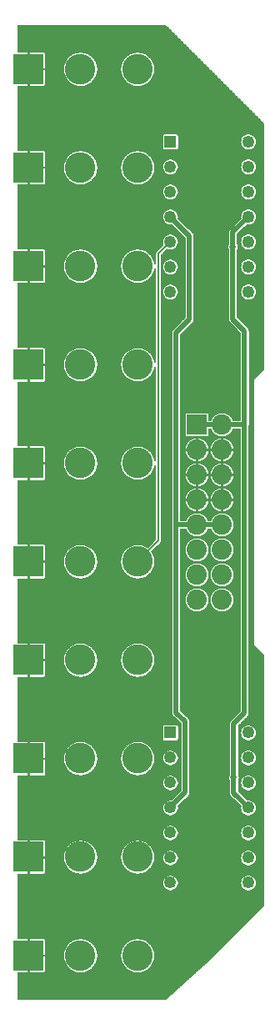
<source format=gtl>
%FSLAX33Y33*%
%MOMM*%
%AMRect-W3100000-H3100000-RO0.500*
21,1,3.1,3.1,0.,0.,270*%
%ADD10C,0.0508*%
%ADD11C,0.2032*%
%ADD12C,0.508*%
%ADD13C,0.68834*%
%ADD14C,3.1*%
%ADD15Rect-W3100000-H3100000-RO0.500*%
%ADD16R,2.049999X2.049999*%
%ADD17C,2.049999*%
%ADD18R,1.25X1.25*%
%ADD19C,1.25*%
D10*
%LNpour fill*%
G01*
X19826Y4427D02*
X19826Y4427D01*
X25475Y10076*
X25475Y35489*
X24478Y36486*
X24475Y36495*
X24475Y63505*
X24478Y63514*
X25475Y64511*
X25475Y89489*
X15489Y99475*
X0525Y99475*
X0525Y96754*
X1522Y96754*
X1536Y96739*
X1536Y96531*
X1663Y96531*
X1663Y96739*
X1678Y96754*
X3150Y96754*
X3151Y96754*
X3181Y96752*
X3183Y96752*
X3212Y96745*
X3214Y96744*
X3242Y96732*
X3244Y96731*
X3269Y96716*
X3271Y96715*
X3294Y96695*
X3295Y96694*
X3315Y96671*
X3316Y96669*
X3331Y96644*
X3332Y96642*
X3344Y96614*
X3345Y96612*
X3352Y96583*
X3352Y96581*
X3354Y96551*
X3354Y96550*
X3354Y95078*
X3339Y95064*
X3131Y95064*
X3131Y94936*
X3339Y94936*
X3354Y94922*
X3354Y93450*
X3354Y93449*
X3352Y93419*
X3352Y93417*
X3345Y93388*
X3344Y93386*
X3332Y93358*
X3331Y93356*
X3316Y93331*
X3315Y93329*
X3295Y93306*
X3294Y93305*
X3271Y93285*
X3269Y93284*
X3244Y93269*
X3242Y93268*
X3214Y93256*
X3212Y93255*
X3183Y93248*
X3181Y93248*
X3152Y93246*
X3151Y93246*
X1678Y93246*
X1663Y93261*
X1663Y93469*
X1536Y93469*
X1536Y93261*
X1522Y93246*
X0525Y93246*
X0525Y86754*
X1522Y86754*
X1536Y86739*
X1536Y86531*
X1663Y86531*
X1663Y86739*
X1678Y86754*
X3150Y86754*
X3151Y86754*
X3181Y86752*
X3183Y86752*
X3212Y86745*
X3214Y86744*
X3242Y86732*
X3244Y86731*
X3269Y86716*
X3271Y86715*
X3294Y86695*
X3295Y86694*
X3315Y86671*
X3316Y86669*
X3331Y86644*
X3332Y86642*
X3344Y86614*
X3345Y86612*
X3352Y86583*
X3352Y86581*
X3354Y86551*
X3354Y86550*
X3354Y85078*
X3339Y85064*
X3131Y85064*
X3131Y84936*
X3339Y84936*
X3354Y84922*
X3354Y83450*
X3354Y83449*
X3352Y83419*
X3352Y83417*
X3345Y83388*
X3344Y83386*
X3332Y83358*
X3331Y83356*
X3316Y83331*
X3315Y83329*
X3295Y83306*
X3294Y83305*
X3271Y83285*
X3269Y83284*
X3244Y83269*
X3242Y83268*
X3214Y83256*
X3212Y83255*
X3183Y83248*
X3181Y83248*
X3152Y83246*
X3151Y83246*
X1678Y83246*
X1663Y83261*
X1663Y83469*
X1536Y83469*
X1536Y83261*
X1522Y83246*
X0525Y83246*
X0525Y76754*
X1522Y76754*
X1536Y76739*
X1536Y76531*
X1663Y76531*
X1663Y76739*
X1678Y76754*
X3150Y76754*
X3151Y76754*
X3181Y76752*
X3183Y76752*
X3212Y76745*
X3214Y76744*
X3242Y76732*
X3244Y76731*
X3269Y76716*
X3271Y76715*
X3294Y76695*
X3295Y76694*
X3315Y76671*
X3316Y76669*
X3331Y76644*
X3332Y76642*
X3344Y76614*
X3345Y76612*
X3352Y76583*
X3352Y76581*
X3354Y76551*
X3354Y76550*
X3354Y75078*
X3339Y75064*
X3131Y75064*
X3131Y74936*
X3339Y74936*
X3354Y74922*
X3354Y73450*
X3354Y73449*
X3352Y73419*
X3352Y73417*
X3345Y73388*
X3344Y73386*
X3332Y73358*
X3331Y73356*
X3316Y73331*
X3315Y73329*
X3295Y73306*
X3294Y73305*
X3271Y73285*
X3269Y73284*
X3244Y73269*
X3242Y73268*
X3214Y73256*
X3212Y73255*
X3183Y73248*
X3181Y73248*
X3152Y73246*
X3151Y73246*
X1678Y73246*
X1663Y73261*
X1663Y73469*
X1536Y73469*
X1536Y73261*
X1522Y73246*
X0525Y73246*
X0525Y66754*
X1522Y66754*
X1536Y66739*
X1536Y66531*
X1663Y66531*
X1663Y66739*
X1678Y66754*
X3150Y66754*
X3151Y66754*
X3181Y66752*
X3183Y66752*
X3212Y66745*
X3214Y66744*
X3242Y66732*
X3244Y66731*
X3269Y66716*
X3271Y66715*
X3294Y66695*
X3295Y66694*
X3315Y66671*
X3316Y66669*
X3331Y66644*
X3332Y66642*
X3344Y66614*
X3345Y66612*
X3352Y66583*
X3352Y66581*
X3354Y66551*
X3354Y66550*
X3354Y65078*
X3339Y65064*
X3131Y65064*
X3131Y64936*
X3339Y64936*
X3354Y64922*
X3354Y63450*
X3354Y63449*
X3352Y63419*
X3352Y63417*
X3345Y63388*
X3344Y63386*
X3332Y63358*
X3331Y63356*
X3316Y63331*
X3315Y63329*
X3295Y63306*
X3294Y63305*
X3271Y63285*
X3269Y63284*
X3244Y63269*
X3242Y63268*
X3214Y63256*
X3212Y63255*
X3183Y63248*
X3181Y63248*
X3152Y63246*
X3151Y63246*
X1678Y63246*
X1663Y63261*
X1663Y63469*
X1536Y63469*
X1536Y63261*
X1522Y63246*
X0525Y63246*
X0525Y56754*
X1522Y56754*
X1536Y56739*
X1536Y56531*
X1663Y56531*
X1663Y56739*
X1678Y56754*
X3150Y56754*
X3151Y56754*
X3181Y56752*
X3183Y56752*
X3212Y56745*
X3214Y56744*
X3242Y56732*
X3244Y56731*
X3269Y56716*
X3271Y56715*
X3294Y56695*
X3295Y56694*
X3315Y56671*
X3316Y56669*
X3331Y56644*
X3332Y56642*
X3344Y56614*
X3345Y56612*
X3352Y56583*
X3352Y56581*
X3354Y56551*
X3354Y56550*
X3354Y55078*
X3339Y55063*
X3131Y55063*
X3131Y54937*
X3339Y54937*
X3354Y54922*
X3354Y53450*
X3354Y53449*
X3352Y53419*
X3352Y53417*
X3345Y53388*
X3344Y53386*
X3332Y53358*
X3331Y53356*
X3316Y53331*
X3315Y53329*
X3295Y53306*
X3294Y53305*
X3271Y53285*
X3269Y53284*
X3244Y53269*
X3242Y53268*
X3214Y53256*
X3212Y53255*
X3183Y53248*
X3181Y53248*
X3152Y53246*
X3151Y53246*
X1678Y53246*
X1663Y53261*
X1663Y53469*
X1536Y53469*
X1536Y53261*
X1522Y53246*
X0525Y53246*
X0525Y46754*
X1522Y46754*
X1536Y46739*
X1536Y46531*
X1663Y46531*
X1663Y46739*
X1678Y46754*
X3150Y46754*
X3151Y46754*
X3181Y46752*
X3183Y46752*
X3212Y46745*
X3214Y46744*
X3242Y46732*
X3244Y46731*
X3269Y46716*
X3271Y46715*
X3294Y46695*
X3295Y46694*
X3315Y46671*
X3316Y46669*
X3331Y46644*
X3332Y46642*
X3344Y46614*
X3345Y46612*
X3352Y46583*
X3352Y46581*
X3354Y46551*
X3354Y46550*
X3354Y45078*
X3339Y45063*
X3131Y45063*
X3131Y44937*
X3339Y44937*
X3354Y44922*
X3354Y43450*
X3354Y43449*
X3352Y43419*
X3352Y43417*
X3345Y43388*
X3344Y43386*
X3332Y43358*
X3331Y43356*
X3316Y43331*
X3315Y43329*
X3295Y43306*
X3294Y43305*
X3271Y43285*
X3269Y43284*
X3244Y43269*
X3242Y43268*
X3214Y43256*
X3212Y43255*
X3183Y43248*
X3181Y43248*
X3152Y43246*
X3151Y43246*
X1678Y43246*
X1663Y43261*
X1663Y43469*
X1536Y43469*
X1536Y43261*
X1522Y43246*
X0525Y43246*
X0525Y36754*
X1522Y36754*
X1536Y36739*
X1536Y36531*
X1663Y36531*
X1663Y36739*
X1678Y36754*
X3150Y36754*
X3151Y36754*
X3181Y36752*
X3183Y36752*
X3212Y36745*
X3214Y36744*
X3242Y36732*
X3244Y36731*
X3269Y36716*
X3271Y36715*
X3294Y36695*
X3295Y36694*
X3315Y36671*
X3316Y36669*
X3331Y36644*
X3332Y36642*
X3344Y36614*
X3345Y36612*
X3352Y36583*
X3352Y36581*
X3354Y36551*
X3354Y36550*
X3354Y35078*
X3339Y35063*
X3131Y35063*
X3131Y34937*
X3339Y34937*
X3354Y34922*
X3354Y33450*
X3354Y33449*
X3352Y33419*
X3352Y33417*
X3345Y33388*
X3344Y33386*
X3332Y33358*
X3331Y33356*
X3316Y33331*
X3315Y33329*
X3295Y33306*
X3294Y33305*
X3271Y33285*
X3269Y33284*
X3244Y33269*
X3242Y33268*
X3214Y33256*
X3212Y33255*
X3183Y33248*
X3181Y33248*
X3152Y33246*
X3151Y33246*
X1678Y33246*
X1663Y33261*
X1663Y33469*
X1536Y33469*
X1536Y33261*
X1522Y33246*
X0525Y33246*
X0525Y26754*
X1522Y26754*
X1536Y26739*
X1536Y26531*
X1663Y26531*
X1663Y26739*
X1678Y26754*
X3150Y26754*
X3151Y26754*
X3181Y26752*
X3183Y26752*
X3212Y26745*
X3214Y26744*
X3242Y26732*
X3244Y26731*
X3269Y26716*
X3271Y26715*
X3294Y26695*
X3295Y26694*
X3315Y26671*
X3316Y26669*
X3331Y26644*
X3332Y26642*
X3344Y26614*
X3345Y26612*
X3352Y26583*
X3352Y26581*
X3354Y26551*
X3354Y26550*
X3354Y25078*
X3339Y25064*
X3131Y25064*
X3131Y24936*
X3339Y24936*
X3354Y24922*
X3354Y23450*
X3354Y23449*
X3352Y23419*
X3352Y23417*
X3345Y23388*
X3344Y23386*
X3332Y23358*
X3331Y23356*
X3316Y23331*
X3315Y23329*
X3295Y23306*
X3294Y23305*
X3271Y23285*
X3269Y23284*
X3244Y23269*
X3242Y23268*
X3214Y23256*
X3212Y23255*
X3183Y23248*
X3181Y23248*
X3152Y23246*
X3151Y23246*
X1678Y23246*
X1663Y23261*
X1663Y23469*
X1536Y23469*
X1536Y23261*
X1522Y23246*
X0525Y23246*
X0525Y16754*
X1522Y16754*
X1536Y16739*
X1536Y16531*
X1663Y16531*
X1663Y16739*
X1678Y16754*
X3150Y16754*
X3151Y16754*
X3181Y16752*
X3183Y16752*
X3212Y16745*
X3214Y16744*
X3242Y16732*
X3244Y16731*
X3269Y16716*
X3271Y16715*
X3294Y16695*
X3295Y16694*
X3315Y16671*
X3316Y16669*
X3331Y16644*
X3332Y16642*
X3344Y16614*
X3345Y16612*
X3352Y16583*
X3352Y16581*
X3354Y16551*
X3354Y16550*
X3354Y15078*
X3339Y15063*
X3131Y15063*
X3131Y14937*
X3339Y14937*
X3354Y14922*
X3354Y13450*
X3354Y13449*
X3352Y13419*
X3352Y13417*
X3345Y13388*
X3344Y13386*
X3332Y13358*
X3331Y13356*
X3316Y13331*
X3315Y13329*
X3295Y13306*
X3294Y13305*
X3271Y13285*
X3269Y13284*
X3244Y13269*
X3242Y13268*
X3214Y13256*
X3212Y13255*
X3183Y13248*
X3181Y13248*
X3152Y13246*
X3151Y13246*
X1678Y13246*
X1663Y13261*
X1663Y13469*
X1536Y13469*
X1536Y13261*
X1522Y13246*
X0525Y13246*
X0525Y6754*
X1522Y6754*
X1536Y6739*
X1536Y6531*
X1663Y6531*
X1663Y6739*
X1678Y6754*
X3150Y6754*
X3151Y6754*
X3181Y6752*
X3183Y6752*
X3212Y6745*
X3214Y6744*
X3242Y6732*
X3244Y6731*
X3269Y6716*
X3271Y6715*
X3294Y6695*
X3295Y6694*
X3315Y6671*
X3316Y6669*
X3331Y6644*
X3332Y6642*
X3344Y6614*
X3345Y6612*
X3352Y6583*
X3352Y6581*
X3354Y6551*
X3354Y6550*
X3354Y5078*
X3339Y5064*
X3131Y5064*
X3131Y4936*
X3339Y4936*
X3354Y4922*
X3354Y3450*
X3354Y3449*
X3352Y3419*
X3352Y3417*
X3345Y3388*
X3344Y3386*
X3332Y3358*
X3331Y3356*
X3316Y3331*
X3315Y3329*
X3295Y3306*
X3294Y3305*
X3271Y3285*
X3269Y3284*
X3244Y3269*
X3242Y3268*
X3214Y3256*
X3212Y3255*
X3183Y3248*
X3181Y3248*
X3152Y3246*
X3151Y3246*
X1678Y3246*
X1663Y3261*
X1663Y3469*
X1536Y3469*
X1536Y3261*
X1522Y3246*
X0525Y3246*
X0525Y0525*
X15490Y0525*
X19826Y4427*
X12700Y93271D02*
X12315Y93315D01*
X11950Y93442*
X11622Y93648*
X11348Y93922*
X11142Y94250*
X11015Y94615*
X10971Y95000*
X11015Y95385*
X11142Y95750*
X11348Y96078*
X11622Y96352*
X11950Y96558*
X12315Y96685*
X12700Y96729*
X13085Y96685*
X13450Y96558*
X13778Y96352*
X14052Y96078*
X14258Y95750*
X14385Y95385*
X14429Y95000*
X14385Y94615*
X14258Y94250*
X14052Y93922*
X13778Y93648*
X13450Y93442*
X13085Y93315*
X12700Y93271*
X6900Y93271D02*
X6515Y93315D01*
X6150Y93442*
X5822Y93648*
X5548Y93922*
X5342Y94250*
X5215Y94615*
X5171Y95000*
X5215Y95385*
X5342Y95750*
X5548Y96078*
X5822Y96352*
X6150Y96558*
X6515Y96685*
X6900Y96729*
X7285Y96685*
X7650Y96558*
X7978Y96352*
X8252Y96078*
X8458Y95750*
X8585Y95385*
X8629Y95000*
X8585Y94615*
X8458Y94250*
X8252Y93922*
X7978Y93648*
X7650Y93442*
X7285Y93315*
X6900Y93271*
X16655Y86816D02*
X15405Y86816D01*
X15377Y86818*
X15350Y86825*
X15324Y86836*
X15300Y86850*
X15279Y86869*
X15260Y86890*
X15246Y86914*
X15235Y86940*
X15228Y86967*
X15226Y86995*
X15226Y88245*
X15228Y88273*
X15235Y88300*
X15246Y88326*
X15260Y88350*
X15279Y88371*
X15300Y88390*
X15324Y88404*
X15350Y88415*
X15377Y88422*
X15405Y88424*
X16655Y88424*
X16683Y88422*
X16710Y88415*
X16736Y88404*
X16760Y88390*
X16781Y88371*
X16800Y88350*
X16814Y88326*
X16825Y88300*
X16832Y88273*
X16834Y88245*
X16834Y86995*
X16832Y86967*
X16825Y86940*
X16814Y86914*
X16800Y86890*
X16781Y86869*
X16760Y86850*
X16736Y86836*
X16710Y86825*
X16683Y86818*
X16655Y86816*
X24067Y86822D02*
X23873Y86822D01*
X23685Y86868*
X23513Y86958*
X23368Y87087*
X23258Y87246*
X23190Y87428*
X23166Y87620*
X23190Y87812*
X23258Y87994*
X23368Y88153*
X23513Y88282*
X23685Y88372*
X23873Y88418*
X24067Y88418*
X24255Y88372*
X24427Y88282*
X24572Y88153*
X24682Y87994*
X24750Y87812*
X24774Y87620*
X24750Y87428*
X24682Y87246*
X24572Y87087*
X24427Y86958*
X24255Y86868*
X24067Y86822*
X12700Y83271D02*
X12315Y83315D01*
X11950Y83442*
X11622Y83648*
X11348Y83922*
X11142Y84250*
X11015Y84615*
X10971Y85000*
X11015Y85385*
X11142Y85750*
X11348Y86078*
X11622Y86352*
X11950Y86558*
X12315Y86685*
X12700Y86729*
X13085Y86685*
X13450Y86558*
X13778Y86352*
X14052Y86078*
X14258Y85750*
X14385Y85385*
X14429Y85000*
X14385Y84615*
X14258Y84250*
X14052Y83922*
X13778Y83648*
X13450Y83442*
X13085Y83315*
X12700Y83271*
X6900Y83271D02*
X6515Y83315D01*
X6150Y83442*
X5822Y83648*
X5548Y83922*
X5342Y84250*
X5215Y84615*
X5171Y85000*
X5215Y85385*
X5342Y85750*
X5548Y86078*
X5822Y86352*
X6150Y86558*
X6515Y86685*
X6900Y86729*
X7285Y86685*
X7650Y86558*
X7978Y86352*
X8252Y86078*
X8458Y85750*
X8585Y85385*
X8629Y85000*
X8585Y84615*
X8458Y84250*
X8252Y83922*
X7978Y83648*
X7650Y83442*
X7285Y83315*
X6900Y83271*
X16127Y84282D02*
X15933Y84282D01*
X15745Y84328*
X15573Y84418*
X15428Y84547*
X15318Y84706*
X15250Y84888*
X15226Y85080*
X15250Y85272*
X15318Y85454*
X15428Y85613*
X15573Y85742*
X15745Y85832*
X15933Y85878*
X16127Y85878*
X16315Y85832*
X16487Y85742*
X16632Y85613*
X16742Y85454*
X16810Y85272*
X16834Y85080*
X16810Y84888*
X16742Y84706*
X16632Y84547*
X16487Y84418*
X16315Y84328*
X16127Y84282*
X24067Y84282D02*
X23873Y84282D01*
X23685Y84328*
X23513Y84418*
X23368Y84547*
X23258Y84706*
X23190Y84888*
X23166Y85080*
X23190Y85272*
X23258Y85454*
X23368Y85613*
X23513Y85742*
X23685Y85832*
X23873Y85878*
X24067Y85878*
X24255Y85832*
X24427Y85742*
X24572Y85613*
X24682Y85454*
X24750Y85272*
X24774Y85080*
X24750Y84888*
X24682Y84706*
X24572Y84547*
X24427Y84418*
X24255Y84328*
X24067Y84282*
X16127Y81742D02*
X15933Y81742D01*
X15745Y81788*
X15573Y81878*
X15428Y82007*
X15318Y82166*
X15250Y82348*
X15226Y82540*
X15250Y82732*
X15318Y82914*
X15428Y83073*
X15573Y83202*
X15745Y83292*
X15933Y83338*
X16127Y83338*
X16315Y83292*
X16487Y83202*
X16632Y83073*
X16742Y82914*
X16810Y82732*
X16834Y82540*
X16810Y82348*
X16742Y82166*
X16632Y82007*
X16487Y81878*
X16315Y81788*
X16127Y81742*
X24067Y81742D02*
X23873Y81742D01*
X23685Y81788*
X23513Y81878*
X23368Y82007*
X23258Y82166*
X23190Y82348*
X23166Y82540*
X23190Y82732*
X23258Y82914*
X23368Y83073*
X23513Y83202*
X23685Y83292*
X23873Y83338*
X24067Y83338*
X24255Y83292*
X24427Y83202*
X24572Y83073*
X24682Y82914*
X24750Y82732*
X24774Y82540*
X24750Y82348*
X24682Y82166*
X24572Y82007*
X24427Y81878*
X24255Y81788*
X24067Y81742*
X16127Y19202D02*
X15933Y19202D01*
X15745Y19248*
X15573Y19338*
X15428Y19467*
X15318Y19626*
X15250Y19808*
X15226Y20000*
X15250Y20192*
X15318Y20374*
X15428Y20533*
X15573Y20662*
X15745Y20752*
X15933Y20798*
X16127Y20798*
X16198Y20780*
X17117Y21699*
X17117Y28571*
X16446Y29241*
X16434Y29245*
X16360Y29285*
X16294Y29339*
X16240Y29405*
X16200Y29479*
X16176Y29561*
X16167Y29645*
X16167Y68200*
X16176Y68284*
X16200Y68366*
X16240Y68440*
X16294Y68506*
X17567Y69779*
X17567Y77851*
X16198Y79220*
X16127Y79202*
X15933Y79202*
X15745Y79248*
X15573Y79338*
X15428Y79467*
X15318Y79626*
X15250Y79808*
X15226Y80000*
X15250Y80192*
X15318Y80374*
X15428Y80533*
X15573Y80662*
X15745Y80752*
X15933Y80798*
X16127Y80798*
X16315Y80752*
X16487Y80662*
X16632Y80533*
X16742Y80374*
X16810Y80192*
X16834Y80000*
X16813Y79829*
X18306Y78336*
X18360Y78270*
X18400Y78196*
X18424Y78114*
X18433Y78030*
X18433Y69600*
X18424Y69516*
X18400Y69434*
X18360Y69360*
X18306Y69294*
X17033Y68021*
X17033Y49163*
X17614Y49163*
X17645Y49252*
X17789Y49481*
X17979Y49671*
X18208Y49815*
X18462Y49904*
X18730Y49934*
X18998Y49904*
X19252Y49815*
X19481Y49671*
X19671Y49481*
X19815Y49252*
X19846Y49163*
X20154Y49163*
X20185Y49252*
X20329Y49481*
X20519Y49671*
X20748Y49815*
X21002Y49904*
X21270Y49934*
X21538Y49904*
X21792Y49815*
X22021Y49671*
X22211Y49481*
X22355Y49252*
X22444Y48998*
X22474Y48730*
X22444Y48462*
X22355Y48208*
X22211Y47979*
X22021Y47789*
X21792Y47645*
X21538Y47556*
X21270Y47526*
X21002Y47556*
X20748Y47645*
X20519Y47789*
X20329Y47979*
X20185Y48208*
X20154Y48297*
X19846Y48297*
X19815Y48208*
X19671Y47979*
X19481Y47789*
X19252Y47645*
X18998Y47556*
X18730Y47526*
X18462Y47556*
X18208Y47645*
X17979Y47789*
X17789Y47979*
X17645Y48208*
X17614Y48297*
X17033Y48297*
X17033Y29879*
X17856Y29056*
X17910Y28990*
X17950Y28916*
X17974Y28834*
X17983Y28750*
X17983Y21520*
X17974Y21436*
X17950Y21354*
X17910Y21280*
X17856Y21214*
X16813Y20171*
X16834Y20000*
X16810Y19808*
X16742Y19626*
X16632Y19467*
X16487Y19338*
X16315Y19248*
X16127Y19202*
X24067Y19202D02*
X23873Y19202D01*
X23685Y19248*
X23513Y19338*
X23368Y19467*
X23258Y19626*
X23190Y19808*
X23166Y20000*
X23187Y20171*
X22194Y21164*
X22140Y21230*
X22100Y21304*
X22076Y21386*
X22067Y21470*
X22067Y22763*
X22037Y22807*
X21992Y22925*
X21977Y23050*
X21992Y23175*
X22037Y23293*
X22067Y23337*
X22067Y28545*
X22076Y28629*
X22100Y28711*
X22140Y28785*
X22194Y28851*
X23122Y29779*
X23122Y58457*
X22386Y58457*
X22355Y58368*
X22211Y58139*
X22021Y57949*
X21792Y57805*
X21538Y57716*
X21270Y57686*
X21002Y57716*
X20748Y57805*
X20519Y57949*
X20329Y58139*
X20185Y58368*
X20154Y58457*
X19934Y58457*
X19934Y57865*
X19932Y57837*
X19925Y57810*
X19914Y57784*
X19900Y57760*
X19881Y57739*
X19860Y57720*
X19836Y57706*
X19810Y57695*
X19783Y57688*
X19755Y57686*
X17705Y57686*
X17677Y57688*
X17650Y57695*
X17624Y57706*
X17600Y57720*
X17579Y57739*
X17560Y57760*
X17546Y57784*
X17535Y57810*
X17528Y57837*
X17526Y57865*
X17526Y59915*
X17528Y59943*
X17535Y59970*
X17546Y59996*
X17560Y60020*
X17579Y60041*
X17600Y60060*
X17624Y60074*
X17650Y60085*
X17677Y60092*
X17705Y60094*
X19755Y60094*
X19783Y60092*
X19810Y60085*
X19836Y60074*
X19860Y60060*
X19881Y60041*
X19900Y60020*
X19914Y59996*
X19925Y59970*
X19932Y59943*
X19934Y59915*
X19934Y59323*
X20154Y59323*
X20185Y59412*
X20329Y59641*
X20519Y59831*
X20748Y59975*
X21002Y60064*
X21270Y60094*
X21538Y60064*
X21792Y59975*
X22021Y59831*
X22211Y59641*
X22355Y59412*
X22386Y59323*
X23167Y59323*
X23167Y68221*
X22094Y69294*
X22040Y69360*
X22000Y69434*
X21976Y69516*
X21967Y69600*
X21967Y76663*
X21937Y76707*
X21892Y76825*
X21877Y76950*
X21892Y77075*
X21937Y77193*
X21967Y77237*
X21967Y78430*
X21976Y78514*
X22000Y78596*
X22040Y78670*
X22094Y78736*
X23187Y79829*
X23166Y80000*
X23190Y80192*
X23258Y80374*
X23368Y80533*
X23513Y80662*
X23685Y80752*
X23873Y80798*
X24067Y80798*
X24255Y80752*
X24427Y80662*
X24572Y80533*
X24682Y80374*
X24750Y80192*
X24774Y80000*
X24750Y79808*
X24682Y79626*
X24572Y79467*
X24427Y79338*
X24255Y79248*
X24067Y79202*
X23873Y79202*
X23802Y79220*
X22833Y78251*
X22833Y77237*
X22863Y77193*
X22908Y77075*
X22923Y76950*
X22908Y76825*
X22863Y76707*
X22833Y76663*
X22833Y69779*
X23906Y68706*
X23960Y68640*
X24000Y68566*
X24024Y68484*
X24033Y68400*
X24033Y58890*
X24024Y58806*
X24000Y58724*
X23988Y58702*
X23988Y29600*
X23979Y29516*
X23955Y29434*
X23915Y29360*
X23861Y29294*
X22933Y28366*
X22933Y23337*
X22963Y23293*
X23008Y23175*
X23023Y23050*
X23008Y22925*
X22963Y22807*
X22933Y22763*
X22933Y21649*
X23802Y20780*
X23873Y20798*
X24067Y20798*
X24255Y20752*
X24427Y20662*
X24572Y20533*
X24682Y20374*
X24750Y20192*
X24774Y20000*
X24750Y19808*
X24682Y19626*
X24572Y19467*
X24427Y19338*
X24255Y19248*
X24067Y19202*
X12700Y43271D02*
X12315Y43315D01*
X11950Y43442*
X11622Y43648*
X11348Y43922*
X11142Y44250*
X11015Y44615*
X10971Y45000*
X11015Y45385*
X11142Y45750*
X11348Y46078*
X11622Y46352*
X11950Y46558*
X12315Y46685*
X12700Y46729*
X13085Y46685*
X13450Y46558*
X13702Y46399*
X14520Y47216*
X14520Y54735*
X14400Y54742*
X14385Y54615*
X14258Y54250*
X14052Y53922*
X13778Y53648*
X13450Y53442*
X13085Y53315*
X12700Y53271*
X12315Y53315*
X11950Y53442*
X11622Y53648*
X11348Y53922*
X11142Y54250*
X11015Y54615*
X10971Y55000*
X11015Y55385*
X11142Y55750*
X11348Y56078*
X11622Y56352*
X11950Y56558*
X12315Y56685*
X12700Y56729*
X13085Y56685*
X13450Y56558*
X13778Y56352*
X14052Y56078*
X14258Y55750*
X14385Y55385*
X14400Y55258*
X14520Y55265*
X14520Y64735*
X14400Y64742*
X14385Y64615*
X14258Y64250*
X14052Y63922*
X13778Y63648*
X13450Y63442*
X13085Y63315*
X12700Y63271*
X12315Y63315*
X11950Y63442*
X11622Y63648*
X11348Y63922*
X11142Y64250*
X11015Y64615*
X10971Y65000*
X11015Y65385*
X11142Y65750*
X11348Y66078*
X11622Y66352*
X11950Y66558*
X12315Y66685*
X12700Y66729*
X13085Y66685*
X13450Y66558*
X13778Y66352*
X14052Y66078*
X14258Y65750*
X14385Y65385*
X14400Y65258*
X14520Y65265*
X14520Y74735*
X14400Y74742*
X14385Y74615*
X14258Y74250*
X14052Y73922*
X13778Y73648*
X13450Y73442*
X13085Y73315*
X12700Y73271*
X12315Y73315*
X11950Y73442*
X11622Y73648*
X11348Y73922*
X11142Y74250*
X11015Y74615*
X10971Y75000*
X11015Y75385*
X11142Y75750*
X11348Y76078*
X11622Y76352*
X11950Y76558*
X12315Y76685*
X12700Y76729*
X13085Y76685*
X13450Y76558*
X13778Y76352*
X14052Y76078*
X14258Y75750*
X14385Y75385*
X14400Y75258*
X14520Y75265*
X14520Y76230*
X14521Y76246*
X14521Y76261*
X14525Y76277*
X14527Y76292*
X14532Y76307*
X14535Y76323*
X14542Y76337*
X14547Y76352*
X14556Y76365*
X14563Y76379*
X14572Y76391*
X14581Y76405*
X14592Y76416*
X14602Y76428*
X15302Y77129*
X15250Y77268*
X15226Y77460*
X15250Y77652*
X15318Y77834*
X15428Y77993*
X15573Y78122*
X15745Y78212*
X15933Y78258*
X16127Y78258*
X16315Y78212*
X16487Y78122*
X16632Y77993*
X16742Y77834*
X16810Y77652*
X16834Y77460*
X16810Y77268*
X16742Y77086*
X16632Y76927*
X16487Y76798*
X16315Y76708*
X16127Y76662*
X15933Y76662*
X15745Y76708*
X15699Y76733*
X15080Y76114*
X15080Y47100*
X15079Y47084*
X15079Y47069*
X15075Y47053*
X15073Y47038*
X15068Y47023*
X15065Y47007*
X15058Y46993*
X15053Y46978*
X15044Y46965*
X15037Y46951*
X15028Y46939*
X15019Y46925*
X15008Y46914*
X14998Y46902*
X14099Y46002*
X14258Y45750*
X14385Y45385*
X14429Y45000*
X14385Y44615*
X14258Y44250*
X14052Y43922*
X13778Y43648*
X13450Y43442*
X13085Y43315*
X12700Y43271*
X24067Y76662D02*
X23873Y76662D01*
X23685Y76708*
X23513Y76798*
X23368Y76927*
X23258Y77086*
X23190Y77268*
X23166Y77460*
X23190Y77652*
X23258Y77834*
X23368Y77993*
X23513Y78122*
X23685Y78212*
X23873Y78258*
X24067Y78258*
X24255Y78212*
X24427Y78122*
X24572Y77993*
X24682Y77834*
X24750Y77652*
X24774Y77460*
X24750Y77268*
X24682Y77086*
X24572Y76927*
X24427Y76798*
X24255Y76708*
X24067Y76662*
X6900Y73271D02*
X6515Y73315D01*
X6150Y73442*
X5822Y73648*
X5548Y73922*
X5342Y74250*
X5215Y74615*
X5171Y75000*
X5215Y75385*
X5342Y75750*
X5548Y76078*
X5822Y76352*
X6150Y76558*
X6515Y76685*
X6900Y76729*
X7285Y76685*
X7650Y76558*
X7978Y76352*
X8252Y76078*
X8458Y75750*
X8585Y75385*
X8629Y75000*
X8585Y74615*
X8458Y74250*
X8252Y73922*
X7978Y73648*
X7650Y73442*
X7285Y73315*
X6900Y73271*
X16127Y74122D02*
X15933Y74122D01*
X15745Y74168*
X15573Y74258*
X15428Y74387*
X15318Y74546*
X15250Y74728*
X15226Y74920*
X15250Y75112*
X15318Y75294*
X15428Y75453*
X15573Y75582*
X15745Y75672*
X15933Y75718*
X16127Y75718*
X16315Y75672*
X16487Y75582*
X16632Y75453*
X16742Y75294*
X16810Y75112*
X16834Y74920*
X16810Y74728*
X16742Y74546*
X16632Y74387*
X16487Y74258*
X16315Y74168*
X16127Y74122*
X24067Y74122D02*
X23873Y74122D01*
X23685Y74168*
X23513Y74258*
X23368Y74387*
X23258Y74546*
X23190Y74728*
X23166Y74920*
X23190Y75112*
X23258Y75294*
X23368Y75453*
X23513Y75582*
X23685Y75672*
X23873Y75718*
X24067Y75718*
X24255Y75672*
X24427Y75582*
X24572Y75453*
X24682Y75294*
X24750Y75112*
X24774Y74920*
X24750Y74728*
X24682Y74546*
X24572Y74387*
X24427Y74258*
X24255Y74168*
X24067Y74122*
X16127Y71582D02*
X15933Y71582D01*
X15745Y71628*
X15573Y71718*
X15428Y71847*
X15318Y72006*
X15250Y72188*
X15226Y72380*
X15250Y72572*
X15318Y72754*
X15428Y72913*
X15573Y73042*
X15745Y73132*
X15933Y73178*
X16127Y73178*
X16315Y73132*
X16487Y73042*
X16632Y72913*
X16742Y72754*
X16810Y72572*
X16834Y72380*
X16810Y72188*
X16742Y72006*
X16632Y71847*
X16487Y71718*
X16315Y71628*
X16127Y71582*
X24067Y71582D02*
X23873Y71582D01*
X23685Y71628*
X23513Y71718*
X23368Y71847*
X23258Y72006*
X23190Y72188*
X23166Y72380*
X23190Y72572*
X23258Y72754*
X23368Y72913*
X23513Y73042*
X23685Y73132*
X23873Y73178*
X24067Y73178*
X24255Y73132*
X24427Y73042*
X24572Y72913*
X24682Y72754*
X24750Y72572*
X24774Y72380*
X24750Y72188*
X24682Y72006*
X24572Y71847*
X24427Y71718*
X24255Y71628*
X24067Y71582*
X6900Y63271D02*
X6515Y63315D01*
X6150Y63442*
X5822Y63648*
X5548Y63922*
X5342Y64250*
X5215Y64615*
X5171Y65000*
X5215Y65385*
X5342Y65750*
X5548Y66078*
X5822Y66352*
X6150Y66558*
X6515Y66685*
X6900Y66729*
X7285Y66685*
X7650Y66558*
X7978Y66352*
X8252Y66078*
X8458Y65750*
X8585Y65385*
X8629Y65000*
X8585Y64615*
X8458Y64250*
X8252Y63922*
X7978Y63648*
X7650Y63442*
X7285Y63315*
X6900Y63271*
X18641Y55156D02*
X18462Y55176D01*
X18208Y55265*
X17979Y55409*
X17789Y55599*
X17645Y55828*
X17556Y56082*
X17536Y56261*
X17749Y56261*
X17749Y56439*
X17536Y56439*
X17556Y56618*
X17645Y56872*
X17789Y57101*
X17979Y57291*
X18208Y57435*
X18462Y57524*
X18641Y57544*
X18641Y57323*
X18819Y57323*
X18819Y57544*
X18998Y57524*
X19252Y57435*
X19481Y57291*
X19671Y57101*
X19815Y56872*
X19904Y56618*
X19924Y56439*
X19711Y56439*
X19711Y56261*
X19924Y56261*
X19904Y56082*
X19815Y55828*
X19671Y55599*
X19481Y55409*
X19252Y55265*
X18998Y55176*
X18819Y55156*
X18819Y55377*
X18641Y55377*
X18641Y55156*
X21181Y55156D02*
X21002Y55176D01*
X20748Y55265*
X20519Y55409*
X20329Y55599*
X20185Y55828*
X20096Y56082*
X20076Y56261*
X20289Y56261*
X20289Y56439*
X20076Y56439*
X20096Y56618*
X20185Y56872*
X20329Y57101*
X20519Y57291*
X20748Y57435*
X21002Y57524*
X21181Y57544*
X21181Y57323*
X21359Y57323*
X21359Y57544*
X21538Y57524*
X21792Y57435*
X22021Y57291*
X22211Y57101*
X22355Y56872*
X22444Y56618*
X22464Y56439*
X22251Y56439*
X22251Y56261*
X22464Y56261*
X22444Y56082*
X22355Y55828*
X22211Y55599*
X22021Y55409*
X21792Y55265*
X21538Y55176*
X21359Y55156*
X21359Y55377*
X21181Y55377*
X21181Y55156*
X6900Y53271D02*
X6515Y53315D01*
X6150Y53442*
X5822Y53648*
X5548Y53922*
X5342Y54250*
X5215Y54615*
X5171Y55000*
X5215Y55385*
X5342Y55750*
X5548Y56078*
X5822Y56352*
X6150Y56558*
X6515Y56685*
X6900Y56729*
X7285Y56685*
X7650Y56558*
X7978Y56352*
X8252Y56078*
X8458Y55750*
X8585Y55385*
X8629Y55000*
X8585Y54615*
X8458Y54250*
X8252Y53922*
X7978Y53648*
X7650Y53442*
X7285Y53315*
X6900Y53271*
X18641Y52616D02*
X18462Y52636D01*
X18208Y52725*
X17979Y52869*
X17789Y53059*
X17645Y53288*
X17556Y53542*
X17536Y53721*
X17749Y53721*
X17749Y53899*
X17536Y53899*
X17556Y54078*
X17645Y54332*
X17789Y54561*
X17979Y54751*
X18208Y54895*
X18462Y54984*
X18641Y55004*
X18641Y54783*
X18819Y54783*
X18819Y55004*
X18998Y54984*
X19252Y54895*
X19481Y54751*
X19671Y54561*
X19815Y54332*
X19904Y54078*
X19924Y53899*
X19711Y53899*
X19711Y53721*
X19924Y53721*
X19904Y53542*
X19815Y53288*
X19671Y53059*
X19481Y52869*
X19252Y52725*
X18998Y52636*
X18819Y52616*
X18819Y52837*
X18641Y52837*
X18641Y52616*
X21181Y52616D02*
X21002Y52636D01*
X20748Y52725*
X20519Y52869*
X20329Y53059*
X20185Y53288*
X20096Y53542*
X20076Y53721*
X20289Y53721*
X20289Y53899*
X20076Y53899*
X20096Y54078*
X20185Y54332*
X20329Y54561*
X20519Y54751*
X20748Y54895*
X21002Y54984*
X21181Y55004*
X21181Y54783*
X21359Y54783*
X21359Y55004*
X21538Y54984*
X21792Y54895*
X22021Y54751*
X22211Y54561*
X22355Y54332*
X22444Y54078*
X22464Y53899*
X22251Y53899*
X22251Y53721*
X22464Y53721*
X22444Y53542*
X22355Y53288*
X22211Y53059*
X22021Y52869*
X21792Y52725*
X21538Y52636*
X21359Y52616*
X21359Y52837*
X21181Y52837*
X21181Y52616*
X18641Y50076D02*
X18462Y50096D01*
X18208Y50185*
X17979Y50329*
X17789Y50519*
X17645Y50748*
X17556Y51002*
X17536Y51181*
X17749Y51181*
X17749Y51359*
X17536Y51359*
X17556Y51538*
X17645Y51792*
X17789Y52021*
X17979Y52211*
X18208Y52355*
X18462Y52444*
X18641Y52464*
X18641Y52243*
X18819Y52243*
X18819Y52464*
X18998Y52444*
X19252Y52355*
X19481Y52211*
X19671Y52021*
X19815Y51792*
X19904Y51538*
X19924Y51359*
X19711Y51359*
X19711Y51181*
X19924Y51181*
X19904Y51002*
X19815Y50748*
X19671Y50519*
X19481Y50329*
X19252Y50185*
X18998Y50096*
X18819Y50076*
X18819Y50297*
X18641Y50297*
X18641Y50076*
X21181Y50076D02*
X21002Y50096D01*
X20748Y50185*
X20519Y50329*
X20329Y50519*
X20185Y50748*
X20096Y51002*
X20076Y51181*
X20289Y51181*
X20289Y51359*
X20076Y51359*
X20096Y51538*
X20185Y51792*
X20329Y52021*
X20519Y52211*
X20748Y52355*
X21002Y52444*
X21181Y52464*
X21181Y52243*
X21359Y52243*
X21359Y52464*
X21538Y52444*
X21792Y52355*
X22021Y52211*
X22211Y52021*
X22355Y51792*
X22444Y51538*
X22464Y51359*
X22251Y51359*
X22251Y51181*
X22464Y51181*
X22444Y51002*
X22355Y50748*
X22211Y50519*
X22021Y50329*
X21792Y50185*
X21538Y50096*
X21359Y50076*
X21359Y50297*
X21181Y50297*
X21181Y50076*
X21270Y44986D02*
X21002Y45016D01*
X20748Y45105*
X20519Y45249*
X20329Y45439*
X20185Y45668*
X20096Y45922*
X20066Y46190*
X20096Y46458*
X20185Y46712*
X20329Y46941*
X20519Y47131*
X20748Y47275*
X21002Y47364*
X21270Y47394*
X21538Y47364*
X21792Y47275*
X22021Y47131*
X22211Y46941*
X22355Y46712*
X22444Y46458*
X22474Y46190*
X22444Y45922*
X22355Y45668*
X22211Y45439*
X22021Y45249*
X21792Y45105*
X21538Y45016*
X21270Y44986*
X18730Y44986D02*
X18462Y45016D01*
X18208Y45105*
X17979Y45249*
X17789Y45439*
X17645Y45668*
X17556Y45922*
X17526Y46190*
X17556Y46458*
X17645Y46712*
X17789Y46941*
X17979Y47131*
X18208Y47275*
X18462Y47364*
X18730Y47394*
X18998Y47364*
X19252Y47275*
X19481Y47131*
X19671Y46941*
X19815Y46712*
X19904Y46458*
X19934Y46190*
X19904Y45922*
X19815Y45668*
X19671Y45439*
X19481Y45249*
X19252Y45105*
X18998Y45016*
X18730Y44986*
X6900Y43271D02*
X6515Y43315D01*
X6150Y43442*
X5822Y43648*
X5548Y43922*
X5342Y44250*
X5215Y44615*
X5171Y45000*
X5215Y45385*
X5342Y45750*
X5548Y46078*
X5822Y46352*
X6150Y46558*
X6515Y46685*
X6900Y46729*
X7285Y46685*
X7650Y46558*
X7978Y46352*
X8252Y46078*
X8458Y45750*
X8585Y45385*
X8629Y45000*
X8585Y44615*
X8458Y44250*
X8252Y43922*
X7978Y43648*
X7650Y43442*
X7285Y43315*
X6900Y43271*
X21270Y42446D02*
X21002Y42476D01*
X20748Y42565*
X20519Y42709*
X20329Y42899*
X20185Y43128*
X20096Y43382*
X20066Y43650*
X20096Y43918*
X20185Y44172*
X20329Y44401*
X20519Y44591*
X20748Y44735*
X21002Y44824*
X21270Y44854*
X21538Y44824*
X21792Y44735*
X22021Y44591*
X22211Y44401*
X22355Y44172*
X22444Y43918*
X22474Y43650*
X22444Y43382*
X22355Y43128*
X22211Y42899*
X22021Y42709*
X21792Y42565*
X21538Y42476*
X21270Y42446*
X18730Y42446D02*
X18462Y42476D01*
X18208Y42565*
X17979Y42709*
X17789Y42899*
X17645Y43128*
X17556Y43382*
X17526Y43650*
X17556Y43918*
X17645Y44172*
X17789Y44401*
X17979Y44591*
X18208Y44735*
X18462Y44824*
X18730Y44854*
X18998Y44824*
X19252Y44735*
X19481Y44591*
X19671Y44401*
X19815Y44172*
X19904Y43918*
X19934Y43650*
X19904Y43382*
X19815Y43128*
X19671Y42899*
X19481Y42709*
X19252Y42565*
X18998Y42476*
X18730Y42446*
X21270Y39906D02*
X21002Y39936D01*
X20748Y40025*
X20519Y40169*
X20329Y40359*
X20185Y40588*
X20096Y40842*
X20066Y41110*
X20096Y41378*
X20185Y41632*
X20329Y41861*
X20519Y42051*
X20748Y42195*
X21002Y42284*
X21270Y42314*
X21538Y42284*
X21792Y42195*
X22021Y42051*
X22211Y41861*
X22355Y41632*
X22444Y41378*
X22474Y41110*
X22444Y40842*
X22355Y40588*
X22211Y40359*
X22021Y40169*
X21792Y40025*
X21538Y39936*
X21270Y39906*
X18730Y39906D02*
X18462Y39936D01*
X18208Y40025*
X17979Y40169*
X17789Y40359*
X17645Y40588*
X17556Y40842*
X17526Y41110*
X17556Y41378*
X17645Y41632*
X17789Y41861*
X17979Y42051*
X18208Y42195*
X18462Y42284*
X18730Y42314*
X18998Y42284*
X19252Y42195*
X19481Y42051*
X19671Y41861*
X19815Y41632*
X19904Y41378*
X19934Y41110*
X19904Y40842*
X19815Y40588*
X19671Y40359*
X19481Y40169*
X19252Y40025*
X18998Y39936*
X18730Y39906*
X12700Y33271D02*
X12315Y33315D01*
X11950Y33442*
X11622Y33648*
X11348Y33922*
X11142Y34250*
X11015Y34615*
X10971Y35000*
X11015Y35385*
X11142Y35750*
X11348Y36078*
X11622Y36352*
X11950Y36558*
X12315Y36685*
X12700Y36729*
X13085Y36685*
X13450Y36558*
X13778Y36352*
X14052Y36078*
X14258Y35750*
X14385Y35385*
X14429Y35000*
X14385Y34615*
X14258Y34250*
X14052Y33922*
X13778Y33648*
X13450Y33442*
X13085Y33315*
X12700Y33271*
X6900Y33271D02*
X6515Y33315D01*
X6150Y33442*
X5822Y33648*
X5548Y33922*
X5342Y34250*
X5215Y34615*
X5171Y35000*
X5215Y35385*
X5342Y35750*
X5548Y36078*
X5822Y36352*
X6150Y36558*
X6515Y36685*
X6900Y36729*
X7285Y36685*
X7650Y36558*
X7978Y36352*
X8252Y36078*
X8458Y35750*
X8585Y35385*
X8629Y35000*
X8585Y34615*
X8458Y34250*
X8252Y33922*
X7978Y33648*
X7650Y33442*
X7285Y33315*
X6900Y33271*
X16655Y26816D02*
X15405Y26816D01*
X15377Y26818*
X15350Y26825*
X15324Y26836*
X15300Y26850*
X15279Y26869*
X15260Y26890*
X15246Y26914*
X15235Y26940*
X15228Y26967*
X15226Y26995*
X15226Y28245*
X15228Y28273*
X15235Y28300*
X15246Y28326*
X15260Y28350*
X15279Y28371*
X15300Y28390*
X15324Y28404*
X15350Y28415*
X15377Y28422*
X15405Y28424*
X16655Y28424*
X16683Y28422*
X16710Y28415*
X16736Y28404*
X16760Y28390*
X16781Y28371*
X16800Y28350*
X16814Y28326*
X16825Y28300*
X16832Y28273*
X16834Y28245*
X16834Y26995*
X16832Y26967*
X16825Y26940*
X16814Y26914*
X16800Y26890*
X16781Y26869*
X16760Y26850*
X16736Y26836*
X16710Y26825*
X16683Y26818*
X16655Y26816*
X24067Y26822D02*
X23873Y26822D01*
X23685Y26868*
X23513Y26958*
X23368Y27087*
X23258Y27246*
X23190Y27428*
X23166Y27620*
X23190Y27812*
X23258Y27994*
X23368Y28153*
X23513Y28282*
X23685Y28372*
X23873Y28418*
X24067Y28418*
X24255Y28372*
X24427Y28282*
X24572Y28153*
X24682Y27994*
X24750Y27812*
X24774Y27620*
X24750Y27428*
X24682Y27246*
X24572Y27087*
X24427Y26958*
X24255Y26868*
X24067Y26822*
X12700Y23271D02*
X12315Y23315D01*
X11950Y23442*
X11622Y23648*
X11348Y23922*
X11142Y24250*
X11015Y24615*
X10971Y25000*
X11015Y25385*
X11142Y25750*
X11348Y26078*
X11622Y26352*
X11950Y26558*
X12315Y26685*
X12700Y26729*
X13085Y26685*
X13450Y26558*
X13778Y26352*
X14052Y26078*
X14258Y25750*
X14385Y25385*
X14429Y25000*
X14385Y24615*
X14258Y24250*
X14052Y23922*
X13778Y23648*
X13450Y23442*
X13085Y23315*
X12700Y23271*
X6900Y23271D02*
X6515Y23315D01*
X6150Y23442*
X5822Y23648*
X5548Y23922*
X5342Y24250*
X5215Y24615*
X5171Y25000*
X5215Y25385*
X5342Y25750*
X5548Y26078*
X5822Y26352*
X6150Y26558*
X6515Y26685*
X6900Y26729*
X7285Y26685*
X7650Y26558*
X7978Y26352*
X8252Y26078*
X8458Y25750*
X8585Y25385*
X8629Y25000*
X8585Y24615*
X8458Y24250*
X8252Y23922*
X7978Y23648*
X7650Y23442*
X7285Y23315*
X6900Y23271*
X16127Y24282D02*
X15933Y24282D01*
X15745Y24328*
X15573Y24418*
X15428Y24547*
X15318Y24706*
X15250Y24888*
X15226Y25080*
X15250Y25272*
X15318Y25454*
X15428Y25613*
X15573Y25742*
X15745Y25832*
X15933Y25878*
X16127Y25878*
X16315Y25832*
X16487Y25742*
X16632Y25613*
X16742Y25454*
X16810Y25272*
X16834Y25080*
X16810Y24888*
X16742Y24706*
X16632Y24547*
X16487Y24418*
X16315Y24328*
X16127Y24282*
X24067Y24282D02*
X23873Y24282D01*
X23685Y24328*
X23513Y24418*
X23368Y24547*
X23258Y24706*
X23190Y24888*
X23166Y25080*
X23190Y25272*
X23258Y25454*
X23368Y25613*
X23513Y25742*
X23685Y25832*
X23873Y25878*
X24067Y25878*
X24255Y25832*
X24427Y25742*
X24572Y25613*
X24682Y25454*
X24750Y25272*
X24774Y25080*
X24750Y24888*
X24682Y24706*
X24572Y24547*
X24427Y24418*
X24255Y24328*
X24067Y24282*
X16127Y21742D02*
X15933Y21742D01*
X15745Y21788*
X15573Y21878*
X15428Y22007*
X15318Y22166*
X15250Y22348*
X15226Y22540*
X15250Y22732*
X15318Y22914*
X15428Y23073*
X15573Y23202*
X15745Y23292*
X15933Y23338*
X16127Y23338*
X16315Y23292*
X16487Y23202*
X16632Y23073*
X16742Y22914*
X16810Y22732*
X16834Y22540*
X16810Y22348*
X16742Y22166*
X16632Y22007*
X16487Y21878*
X16315Y21788*
X16127Y21742*
X24067Y21742D02*
X23873Y21742D01*
X23685Y21788*
X23513Y21878*
X23368Y22007*
X23258Y22166*
X23190Y22348*
X23166Y22540*
X23190Y22732*
X23258Y22914*
X23368Y23073*
X23513Y23202*
X23685Y23292*
X23873Y23338*
X24067Y23338*
X24255Y23292*
X24427Y23202*
X24572Y23073*
X24682Y22914*
X24750Y22732*
X24774Y22540*
X24750Y22348*
X24682Y22166*
X24572Y22007*
X24427Y21878*
X24255Y21788*
X24067Y21742*
X16127Y16662D02*
X15933Y16662D01*
X15745Y16708*
X15573Y16798*
X15428Y16927*
X15318Y17086*
X15250Y17268*
X15226Y17460*
X15250Y17652*
X15318Y17834*
X15428Y17993*
X15573Y18122*
X15745Y18212*
X15933Y18258*
X16127Y18258*
X16315Y18212*
X16487Y18122*
X16632Y17993*
X16742Y17834*
X16810Y17652*
X16834Y17460*
X16810Y17268*
X16742Y17086*
X16632Y16927*
X16487Y16798*
X16315Y16708*
X16127Y16662*
X24067Y16662D02*
X23873Y16662D01*
X23685Y16708*
X23513Y16798*
X23368Y16927*
X23258Y17086*
X23190Y17268*
X23166Y17460*
X23190Y17652*
X23258Y17834*
X23368Y17993*
X23513Y18122*
X23685Y18212*
X23873Y18258*
X24067Y18258*
X24255Y18212*
X24427Y18122*
X24572Y17993*
X24682Y17834*
X24750Y17652*
X24774Y17460*
X24750Y17268*
X24682Y17086*
X24572Y16927*
X24427Y16798*
X24255Y16708*
X24067Y16662*
X12700Y13271D02*
X12315Y13315D01*
X11950Y13442*
X11622Y13648*
X11348Y13922*
X11142Y14250*
X11015Y14615*
X10971Y15000*
X11015Y15385*
X11142Y15750*
X11348Y16078*
X11622Y16352*
X11950Y16558*
X12315Y16685*
X12700Y16729*
X13085Y16685*
X13450Y16558*
X13778Y16352*
X14052Y16078*
X14258Y15750*
X14385Y15385*
X14429Y15000*
X14385Y14615*
X14258Y14250*
X14052Y13922*
X13778Y13648*
X13450Y13442*
X13085Y13315*
X12700Y13271*
X6900Y13271D02*
X6515Y13315D01*
X6150Y13442*
X5822Y13648*
X5548Y13922*
X5342Y14250*
X5215Y14615*
X5171Y15000*
X5215Y15385*
X5342Y15750*
X5548Y16078*
X5822Y16352*
X6150Y16558*
X6515Y16685*
X6900Y16729*
X7285Y16685*
X7650Y16558*
X7978Y16352*
X8252Y16078*
X8458Y15750*
X8585Y15385*
X8629Y15000*
X8585Y14615*
X8458Y14250*
X8252Y13922*
X7978Y13648*
X7650Y13442*
X7285Y13315*
X6900Y13271*
X16127Y14122D02*
X15933Y14122D01*
X15745Y14168*
X15573Y14258*
X15428Y14387*
X15318Y14546*
X15250Y14728*
X15226Y14920*
X15250Y15112*
X15318Y15294*
X15428Y15453*
X15573Y15582*
X15745Y15672*
X15933Y15718*
X16127Y15718*
X16315Y15672*
X16487Y15582*
X16632Y15453*
X16742Y15294*
X16810Y15112*
X16834Y14920*
X16810Y14728*
X16742Y14546*
X16632Y14387*
X16487Y14258*
X16315Y14168*
X16127Y14122*
X24067Y14122D02*
X23873Y14122D01*
X23685Y14168*
X23513Y14258*
X23368Y14387*
X23258Y14546*
X23190Y14728*
X23166Y14920*
X23190Y15112*
X23258Y15294*
X23368Y15453*
X23513Y15582*
X23685Y15672*
X23873Y15718*
X24067Y15718*
X24255Y15672*
X24427Y15582*
X24572Y15453*
X24682Y15294*
X24750Y15112*
X24774Y14920*
X24750Y14728*
X24682Y14546*
X24572Y14387*
X24427Y14258*
X24255Y14168*
X24067Y14122*
X16127Y11582D02*
X15933Y11582D01*
X15745Y11628*
X15573Y11718*
X15428Y11847*
X15318Y12006*
X15250Y12188*
X15226Y12380*
X15250Y12572*
X15318Y12754*
X15428Y12913*
X15573Y13042*
X15745Y13132*
X15933Y13178*
X16127Y13178*
X16315Y13132*
X16487Y13042*
X16632Y12913*
X16742Y12754*
X16810Y12572*
X16834Y12380*
X16810Y12188*
X16742Y12006*
X16632Y11847*
X16487Y11718*
X16315Y11628*
X16127Y11582*
X24067Y11582D02*
X23873Y11582D01*
X23685Y11628*
X23513Y11718*
X23368Y11847*
X23258Y12006*
X23190Y12188*
X23166Y12380*
X23190Y12572*
X23258Y12754*
X23368Y12913*
X23513Y13042*
X23685Y13132*
X23873Y13178*
X24067Y13178*
X24255Y13132*
X24427Y13042*
X24572Y12913*
X24682Y12754*
X24750Y12572*
X24774Y12380*
X24750Y12188*
X24682Y12006*
X24572Y11847*
X24427Y11718*
X24255Y11628*
X24067Y11582*
X12700Y3271D02*
X12315Y3315D01*
X11950Y3442*
X11622Y3648*
X11348Y3922*
X11142Y4250*
X11015Y4615*
X10971Y5000*
X11015Y5385*
X11142Y5750*
X11348Y6078*
X11622Y6352*
X11950Y6558*
X12315Y6685*
X12700Y6729*
X13085Y6685*
X13450Y6558*
X13778Y6352*
X14052Y6078*
X14258Y5750*
X14385Y5385*
X14429Y5000*
X14385Y4615*
X14258Y4250*
X14052Y3922*
X13778Y3648*
X13450Y3442*
X13085Y3315*
X12700Y3271*
X6900Y3271D02*
X6515Y3315D01*
X6150Y3442*
X5822Y3648*
X5548Y3922*
X5342Y4250*
X5215Y4615*
X5171Y5000*
X5215Y5385*
X5342Y5750*
X5548Y6078*
X5822Y6352*
X6150Y6558*
X6515Y6685*
X6900Y6729*
X7285Y6685*
X7650Y6558*
X7978Y6352*
X8252Y6078*
X8458Y5750*
X8585Y5385*
X8629Y5000*
X8585Y4615*
X8458Y4250*
X8252Y3922*
X7978Y3648*
X7650Y3442*
X7285Y3315*
X6900Y3271*
X0500Y0550D02*
X15555Y0550D01*
X0500Y0599D02*
X15610Y0599D01*
X0500Y0649D02*
X15665Y0649D01*
X0500Y0698D02*
X15720Y0698D01*
X0500Y0748D02*
X15775Y0748D01*
X0500Y0797D02*
X15830Y0797D01*
X0500Y0847D02*
X15885Y0847D01*
X0500Y0896D02*
X15940Y0896D01*
X0500Y0946D02*
X15995Y0946D01*
X0500Y0995D02*
X16050Y0995D01*
X0500Y1045D02*
X16105Y1045D01*
X0500Y1094D02*
X16160Y1094D01*
X0500Y1144D02*
X16215Y1144D01*
X0500Y1193D02*
X16270Y1193D01*
X0500Y1243D02*
X16325Y1243D01*
X0500Y1292D02*
X16381Y1292D01*
X0500Y1342D02*
X16436Y1342D01*
X0500Y1392D02*
X16491Y1392D01*
X0500Y1441D02*
X16546Y1441D01*
X0500Y1491D02*
X16601Y1491D01*
X0500Y1540D02*
X16656Y1540D01*
X0500Y1590D02*
X16711Y1590D01*
X0500Y1639D02*
X16766Y1639D01*
X0500Y1689D02*
X16821Y1689D01*
X0500Y1738D02*
X16876Y1738D01*
X0500Y1788D02*
X16931Y1788D01*
X0500Y1837D02*
X16986Y1837D01*
X0500Y1887D02*
X17041Y1887D01*
X0500Y1936D02*
X17096Y1936D01*
X0500Y1986D02*
X17151Y1986D01*
X0500Y2035D02*
X17206Y2035D01*
X0500Y2085D02*
X17261Y2085D01*
X0500Y2134D02*
X17316Y2134D01*
X0500Y2184D02*
X17371Y2184D01*
X0500Y2234D02*
X17426Y2234D01*
X0500Y2283D02*
X17481Y2283D01*
X0500Y2333D02*
X17536Y2333D01*
X0500Y2382D02*
X17591Y2382D01*
X0500Y2432D02*
X17646Y2432D01*
X0500Y2481D02*
X17701Y2481D01*
X0500Y2531D02*
X17756Y2531D01*
X0500Y2580D02*
X17811Y2580D01*
X0500Y2630D02*
X17866Y2630D01*
X0500Y2679D02*
X17921Y2679D01*
X0500Y2729D02*
X17976Y2729D01*
X0500Y2778D02*
X18032Y2778D01*
X0500Y2828D02*
X18087Y2828D01*
X0500Y2877D02*
X18142Y2877D01*
X0500Y2927D02*
X18197Y2927D01*
X0500Y2977D02*
X18252Y2977D01*
X0500Y3026D02*
X18307Y3026D01*
X0500Y3076D02*
X18362Y3076D01*
X0500Y3125D02*
X18417Y3125D01*
X0500Y3175D02*
X18472Y3175D01*
X0500Y3224D02*
X18527Y3224D01*
X1511Y3274D02*
X1689Y3274D01*
X3179Y3274D02*
X6651Y3274D01*
X7149Y3274D02*
X12451Y3274D01*
X12949Y3274D02*
X18582Y3274D01*
X1511Y3323D02*
X1689Y3323D01*
X3276Y3323D02*
X6414Y3323D01*
X7386Y3323D02*
X12214Y3323D01*
X13186Y3323D02*
X18637Y3323D01*
X1511Y3373D02*
X1689Y3373D01*
X3311Y3373D02*
X6272Y3373D01*
X7528Y3373D02*
X12072Y3373D01*
X13328Y3373D02*
X18692Y3373D01*
X1511Y3422D02*
X1689Y3422D01*
X3327Y3422D02*
X6134Y3422D01*
X7666Y3422D02*
X11934Y3422D01*
X13466Y3422D02*
X18747Y3422D01*
X1511Y3472D02*
X1689Y3472D01*
X3329Y3472D02*
X6055Y3472D01*
X7745Y3472D02*
X11855Y3472D01*
X13545Y3472D02*
X18802Y3472D01*
X3329Y3521D02*
X5977Y3521D01*
X7823Y3521D02*
X11777Y3521D01*
X13623Y3521D02*
X18857Y3521D01*
X3329Y3571D02*
X5898Y3571D01*
X7902Y3571D02*
X11698Y3571D01*
X13702Y3571D02*
X18912Y3571D01*
X3329Y3620D02*
X5819Y3620D01*
X7981Y3620D02*
X11619Y3620D01*
X13781Y3620D02*
X18967Y3620D01*
X3329Y3670D02*
X5765Y3670D01*
X8035Y3670D02*
X11565Y3670D01*
X13835Y3670D02*
X19022Y3670D01*
X3329Y3719D02*
X5715Y3719D01*
X8085Y3719D02*
X11515Y3719D01*
X13885Y3719D02*
X19077Y3719D01*
X3329Y3769D02*
X5666Y3769D01*
X8134Y3769D02*
X11466Y3769D01*
X13934Y3769D02*
X19132Y3769D01*
X3329Y3819D02*
X5616Y3819D01*
X8184Y3819D02*
X11416Y3819D01*
X13984Y3819D02*
X19187Y3819D01*
X3329Y3868D02*
X5567Y3868D01*
X8233Y3868D02*
X11367Y3868D01*
X14033Y3868D02*
X19242Y3868D01*
X3329Y3918D02*
X5521Y3918D01*
X8279Y3918D02*
X11321Y3918D01*
X14079Y3918D02*
X19297Y3918D01*
X3329Y3967D02*
X5490Y3967D01*
X8310Y3967D02*
X11290Y3967D01*
X14110Y3967D02*
X19352Y3967D01*
X3329Y4017D02*
X5459Y4017D01*
X8341Y4017D02*
X11259Y4017D01*
X14141Y4017D02*
X19407Y4017D01*
X3329Y4066D02*
X5428Y4066D01*
X8372Y4066D02*
X11228Y4066D01*
X14172Y4066D02*
X19462Y4066D01*
X3329Y4116D02*
X5397Y4116D01*
X8403Y4116D02*
X11197Y4116D01*
X14203Y4116D02*
X19517Y4116D01*
X3329Y4165D02*
X5366Y4165D01*
X8434Y4165D02*
X11166Y4165D01*
X14234Y4165D02*
X19572Y4165D01*
X3329Y4215D02*
X5334Y4215D01*
X8466Y4215D02*
X11134Y4215D01*
X14266Y4215D02*
X19627Y4215D01*
X3329Y4264D02*
X5310Y4264D01*
X8490Y4264D02*
X11110Y4264D01*
X14290Y4264D02*
X19683Y4264D01*
X3329Y4314D02*
X5293Y4314D01*
X8507Y4314D02*
X11093Y4314D01*
X14307Y4314D02*
X19738Y4314D01*
X3329Y4363D02*
X5276Y4363D01*
X8524Y4363D02*
X11076Y4363D01*
X14324Y4363D02*
X19793Y4363D01*
X3329Y4413D02*
X5258Y4413D01*
X8542Y4413D02*
X11058Y4413D01*
X14342Y4413D02*
X19847Y4413D01*
X3329Y4462D02*
X5241Y4462D01*
X8559Y4462D02*
X11041Y4462D01*
X14359Y4462D02*
X19897Y4462D01*
X3329Y4512D02*
X5224Y4512D01*
X8576Y4512D02*
X11024Y4512D01*
X14376Y4512D02*
X19946Y4512D01*
X3329Y4561D02*
X5206Y4561D01*
X8594Y4561D02*
X11006Y4561D01*
X14394Y4561D02*
X19996Y4561D01*
X3329Y4611D02*
X5189Y4611D01*
X8611Y4611D02*
X10989Y4611D01*
X14411Y4611D02*
X20045Y4611D01*
X3329Y4661D02*
X5184Y4661D01*
X8616Y4661D02*
X10984Y4661D01*
X14416Y4661D02*
X20095Y4661D01*
X3329Y4710D02*
X5178Y4710D01*
X8622Y4710D02*
X10978Y4710D01*
X14422Y4710D02*
X20144Y4710D01*
X3329Y4760D02*
X5173Y4760D01*
X8627Y4760D02*
X10973Y4760D01*
X14427Y4760D02*
X20194Y4760D01*
X3329Y4809D02*
X5167Y4809D01*
X8633Y4809D02*
X10967Y4809D01*
X14433Y4809D02*
X20243Y4809D01*
X3329Y4859D02*
X5162Y4859D01*
X8638Y4859D02*
X10962Y4859D01*
X14438Y4859D02*
X20293Y4859D01*
X3329Y4908D02*
X5156Y4908D01*
X8644Y4908D02*
X10956Y4908D01*
X14444Y4908D02*
X20342Y4908D01*
X3106Y4958D02*
X5150Y4958D01*
X8650Y4958D02*
X10950Y4958D01*
X14450Y4958D02*
X20392Y4958D01*
X3106Y5007D02*
X5146Y5007D01*
X8654Y5007D02*
X10946Y5007D01*
X14454Y5007D02*
X20442Y5007D01*
X3106Y5057D02*
X5152Y5057D01*
X8648Y5057D02*
X10952Y5057D01*
X14448Y5057D02*
X20491Y5057D01*
X3329Y5106D02*
X5158Y5106D01*
X8642Y5106D02*
X10958Y5106D01*
X14442Y5106D02*
X20541Y5106D01*
X3329Y5156D02*
X5163Y5156D01*
X8637Y5156D02*
X10963Y5156D01*
X14437Y5156D02*
X20590Y5156D01*
X3329Y5205D02*
X5169Y5205D01*
X8631Y5205D02*
X10969Y5205D01*
X14431Y5205D02*
X20640Y5205D01*
X3329Y5255D02*
X5174Y5255D01*
X8626Y5255D02*
X10974Y5255D01*
X14426Y5255D02*
X20689Y5255D01*
X3329Y5304D02*
X5180Y5304D01*
X8620Y5304D02*
X10980Y5304D01*
X14420Y5304D02*
X20739Y5304D01*
X3329Y5354D02*
X5186Y5354D01*
X8614Y5354D02*
X10986Y5354D01*
X14414Y5354D02*
X20788Y5354D01*
X3329Y5403D02*
X5194Y5403D01*
X8606Y5403D02*
X10994Y5403D01*
X14406Y5403D02*
X20838Y5403D01*
X3329Y5453D02*
X5212Y5453D01*
X8588Y5453D02*
X11012Y5453D01*
X14388Y5453D02*
X20887Y5453D01*
X3329Y5503D02*
X5229Y5503D01*
X8571Y5503D02*
X11029Y5503D01*
X14371Y5503D02*
X20937Y5503D01*
X3329Y5552D02*
X5246Y5552D01*
X8554Y5552D02*
X11046Y5552D01*
X14354Y5552D02*
X20986Y5552D01*
X3329Y5602D02*
X5264Y5602D01*
X8536Y5602D02*
X11064Y5602D01*
X14336Y5602D02*
X21036Y5602D01*
X3329Y5651D02*
X5281Y5651D01*
X8519Y5651D02*
X11081Y5651D01*
X14319Y5651D02*
X21085Y5651D01*
X3329Y5701D02*
X5298Y5701D01*
X8502Y5701D02*
X11098Y5701D01*
X14302Y5701D02*
X21135Y5701D01*
X3329Y5750D02*
X5316Y5750D01*
X8484Y5750D02*
X11116Y5750D01*
X14284Y5750D02*
X21184Y5750D01*
X3329Y5800D02*
X5344Y5800D01*
X8456Y5800D02*
X11144Y5800D01*
X14256Y5800D02*
X21234Y5800D01*
X3329Y5849D02*
X5375Y5849D01*
X8425Y5849D02*
X11175Y5849D01*
X14225Y5849D02*
X21284Y5849D01*
X3329Y5899D02*
X5406Y5899D01*
X8394Y5899D02*
X11206Y5899D01*
X14194Y5899D02*
X21333Y5899D01*
X3329Y5948D02*
X5437Y5948D01*
X8363Y5948D02*
X11237Y5948D01*
X14163Y5948D02*
X21383Y5948D01*
X3329Y5998D02*
X5468Y5998D01*
X8332Y5998D02*
X11268Y5998D01*
X14132Y5998D02*
X21432Y5998D01*
X3329Y6047D02*
X5499Y6047D01*
X8301Y6047D02*
X11299Y6047D01*
X14101Y6047D02*
X21482Y6047D01*
X3329Y6097D02*
X5531Y6097D01*
X8269Y6097D02*
X11331Y6097D01*
X14069Y6097D02*
X21531Y6097D01*
X3329Y6146D02*
X5581Y6146D01*
X8219Y6146D02*
X11381Y6146D01*
X14019Y6146D02*
X21581Y6146D01*
X3329Y6196D02*
X5631Y6196D01*
X8169Y6196D02*
X11431Y6196D01*
X13969Y6196D02*
X21630Y6196D01*
X3329Y6245D02*
X5680Y6245D01*
X8120Y6245D02*
X11480Y6245D01*
X13920Y6245D02*
X21680Y6245D01*
X3329Y6295D02*
X5730Y6295D01*
X8070Y6295D02*
X11530Y6295D01*
X13870Y6295D02*
X21729Y6295D01*
X3329Y6345D02*
X5779Y6345D01*
X8021Y6345D02*
X11579Y6345D01*
X13821Y6345D02*
X21779Y6345D01*
X3329Y6394D02*
X5842Y6394D01*
X7958Y6394D02*
X11642Y6394D01*
X13758Y6394D02*
X21828Y6394D01*
X3329Y6444D02*
X5921Y6444D01*
X7879Y6444D02*
X11721Y6444D01*
X13679Y6444D02*
X21878Y6444D01*
X3329Y6493D02*
X6000Y6493D01*
X7800Y6493D02*
X11800Y6493D01*
X13600Y6493D02*
X21927Y6493D01*
X1511Y6543D02*
X1689Y6543D01*
X3329Y6543D02*
X6078Y6543D01*
X7722Y6543D02*
X11878Y6543D01*
X13522Y6543D02*
X21977Y6543D01*
X1511Y6592D02*
X1689Y6592D01*
X3323Y6592D02*
X6172Y6592D01*
X7628Y6592D02*
X11972Y6592D01*
X13428Y6592D02*
X22027Y6592D01*
X1511Y6642D02*
X1689Y6642D01*
X3303Y6642D02*
X6313Y6642D01*
X7487Y6642D02*
X12113Y6642D01*
X13287Y6642D02*
X22076Y6642D01*
X1511Y6691D02*
X1689Y6691D01*
X3259Y6691D02*
X6455Y6691D01*
X7345Y6691D02*
X12255Y6691D01*
X13145Y6691D02*
X22126Y6691D01*
X0500Y6741D02*
X22175Y6741D01*
X0500Y6790D02*
X22225Y6790D01*
X0500Y6840D02*
X22274Y6840D01*
X0500Y6889D02*
X22324Y6889D01*
X0500Y6939D02*
X22373Y6939D01*
X0500Y6988D02*
X22423Y6988D01*
X0500Y7038D02*
X22472Y7038D01*
X0500Y7087D02*
X22522Y7087D01*
X0500Y7137D02*
X22571Y7137D01*
X0500Y7187D02*
X22621Y7187D01*
X0500Y7236D02*
X22670Y7236D01*
X0500Y7286D02*
X22720Y7286D01*
X0500Y7335D02*
X22769Y7335D01*
X0500Y7385D02*
X22819Y7385D01*
X0500Y7434D02*
X22869Y7434D01*
X0500Y7484D02*
X22918Y7484D01*
X0500Y7533D02*
X22968Y7533D01*
X0500Y7583D02*
X23017Y7583D01*
X0500Y7632D02*
X23067Y7632D01*
X0500Y7682D02*
X23116Y7682D01*
X0500Y7731D02*
X23166Y7731D01*
X0500Y7781D02*
X23215Y7781D01*
X0500Y7830D02*
X23265Y7830D01*
X0500Y7880D02*
X23314Y7880D01*
X0500Y7929D02*
X23364Y7929D01*
X0500Y7979D02*
X23413Y7979D01*
X0500Y8029D02*
X23463Y8029D01*
X0500Y8078D02*
X23512Y8078D01*
X0500Y8128D02*
X23562Y8128D01*
X0500Y8177D02*
X23611Y8177D01*
X0500Y8227D02*
X23661Y8227D01*
X0500Y8276D02*
X23711Y8276D01*
X0500Y8326D02*
X23760Y8326D01*
X0500Y8375D02*
X23810Y8375D01*
X0500Y8425D02*
X23859Y8425D01*
X0500Y8474D02*
X23909Y8474D01*
X0500Y8524D02*
X23958Y8524D01*
X0500Y8573D02*
X24008Y8573D01*
X0500Y8623D02*
X24057Y8623D01*
X0500Y8672D02*
X24107Y8672D01*
X0500Y8722D02*
X24156Y8722D01*
X0500Y8772D02*
X24206Y8772D01*
X0500Y8821D02*
X24255Y8821D01*
X0500Y8871D02*
X24305Y8871D01*
X0500Y8920D02*
X24354Y8920D01*
X0500Y8970D02*
X24404Y8970D01*
X0500Y9019D02*
X24453Y9019D01*
X0500Y9069D02*
X24503Y9069D01*
X0500Y9118D02*
X24553Y9118D01*
X0500Y9168D02*
X24602Y9168D01*
X0500Y9217D02*
X24652Y9217D01*
X0500Y9267D02*
X24701Y9267D01*
X0500Y9316D02*
X24751Y9316D01*
X0500Y9366D02*
X24800Y9366D01*
X0500Y9415D02*
X24850Y9415D01*
X0500Y9465D02*
X24899Y9465D01*
X0500Y9514D02*
X24949Y9514D01*
X0500Y9564D02*
X24998Y9564D01*
X0500Y9614D02*
X25048Y9614D01*
X0500Y9663D02*
X25097Y9663D01*
X0500Y9713D02*
X25147Y9713D01*
X0500Y9762D02*
X25196Y9762D01*
X0500Y9812D02*
X25246Y9812D01*
X0500Y9861D02*
X25295Y9861D01*
X0500Y9911D02*
X25345Y9911D01*
X0500Y9960D02*
X25395Y9960D01*
X0500Y10010D02*
X25444Y10010D01*
X0500Y10059D02*
X25494Y10059D01*
X0500Y10109D02*
X25500Y10109D01*
X0500Y10158D02*
X25500Y10158D01*
X0500Y10208D02*
X25500Y10208D01*
X0500Y10257D02*
X25500Y10257D01*
X0500Y10307D02*
X25500Y10307D01*
X0500Y10356D02*
X25500Y10356D01*
X0500Y10406D02*
X25500Y10406D01*
X0500Y10456D02*
X25500Y10456D01*
X0500Y10505D02*
X25500Y10505D01*
X0500Y10555D02*
X25500Y10555D01*
X0500Y10604D02*
X25500Y10604D01*
X0500Y10654D02*
X25500Y10654D01*
X0500Y10703D02*
X25500Y10703D01*
X0500Y10753D02*
X25500Y10753D01*
X0500Y10802D02*
X25500Y10802D01*
X0500Y10852D02*
X25500Y10852D01*
X0500Y10901D02*
X25500Y10901D01*
X0500Y10951D02*
X25500Y10951D01*
X0500Y11000D02*
X25500Y11000D01*
X0500Y11050D02*
X25500Y11050D01*
X0500Y11099D02*
X25500Y11099D01*
X0500Y11149D02*
X25500Y11149D01*
X0500Y11198D02*
X25500Y11198D01*
X0500Y11248D02*
X25500Y11248D01*
X0500Y11298D02*
X25500Y11298D01*
X0500Y11347D02*
X25500Y11347D01*
X0500Y11397D02*
X25500Y11397D01*
X0500Y11446D02*
X25500Y11446D01*
X0500Y11496D02*
X25500Y11496D01*
X0500Y11545D02*
X25500Y11545D01*
X0500Y11595D02*
X15776Y11595D01*
X16284Y11595D02*
X23716Y11595D01*
X24224Y11595D02*
X25500Y11595D01*
X0500Y11644D02*
X15660Y11644D01*
X16400Y11644D02*
X23600Y11644D01*
X24340Y11644D02*
X25500Y11644D01*
X0500Y11694D02*
X15566Y11694D01*
X16494Y11694D02*
X23506Y11694D01*
X24434Y11694D02*
X25500Y11694D01*
X0500Y11743D02*
X15507Y11743D01*
X16553Y11743D02*
X23447Y11743D01*
X24493Y11743D02*
X25500Y11743D01*
X0500Y11793D02*
X15451Y11793D01*
X16609Y11793D02*
X23391Y11793D01*
X24549Y11793D02*
X25500Y11793D01*
X0500Y11842D02*
X15401Y11842D01*
X16659Y11842D02*
X23341Y11842D01*
X24599Y11842D02*
X25500Y11842D01*
X0500Y11892D02*
X15366Y11892D01*
X16694Y11892D02*
X23306Y11892D01*
X24634Y11892D02*
X25500Y11892D01*
X0500Y11941D02*
X15332Y11941D01*
X16728Y11941D02*
X23272Y11941D01*
X24668Y11941D02*
X25500Y11941D01*
X0500Y11991D02*
X15298Y11991D01*
X16762Y11991D02*
X23238Y11991D01*
X24702Y11991D02*
X25500Y11991D01*
X0500Y12040D02*
X15278Y12040D01*
X16782Y12040D02*
X23218Y12040D01*
X24722Y12040D02*
X25500Y12040D01*
X0500Y12090D02*
X15259Y12090D01*
X16801Y12090D02*
X23199Y12090D01*
X24741Y12090D02*
X25500Y12090D01*
X0500Y12140D02*
X15241Y12140D01*
X16819Y12140D02*
X23181Y12140D01*
X24759Y12140D02*
X25500Y12140D01*
X0500Y12189D02*
X15224Y12189D01*
X16836Y12189D02*
X23164Y12189D01*
X24776Y12189D02*
X25500Y12189D01*
X0500Y12239D02*
X15218Y12239D01*
X16842Y12239D02*
X23158Y12239D01*
X24782Y12239D02*
X25500Y12239D01*
X0500Y12288D02*
X15212Y12288D01*
X16848Y12288D02*
X23152Y12288D01*
X24788Y12288D02*
X25500Y12288D01*
X0500Y12338D02*
X15206Y12338D01*
X16854Y12338D02*
X23146Y12338D01*
X24794Y12338D02*
X25500Y12338D01*
X0500Y12387D02*
X15201Y12387D01*
X16859Y12387D02*
X23141Y12387D01*
X24799Y12387D02*
X25500Y12387D01*
X0500Y12437D02*
X15208Y12437D01*
X16852Y12437D02*
X23148Y12437D01*
X24792Y12437D02*
X25500Y12437D01*
X0500Y12486D02*
X15214Y12486D01*
X16846Y12486D02*
X23154Y12486D01*
X24786Y12486D02*
X25500Y12486D01*
X0500Y12536D02*
X15220Y12536D01*
X16840Y12536D02*
X23160Y12536D01*
X24780Y12536D02*
X25500Y12536D01*
X0500Y12585D02*
X15227Y12585D01*
X16833Y12585D02*
X23167Y12585D01*
X24773Y12585D02*
X25500Y12585D01*
X0500Y12635D02*
X15246Y12635D01*
X16814Y12635D02*
X23186Y12635D01*
X24754Y12635D02*
X25500Y12635D01*
X0500Y12684D02*
X15265Y12684D01*
X16795Y12684D02*
X23205Y12684D01*
X24735Y12684D02*
X25500Y12684D01*
X0500Y12734D02*
X15284Y12734D01*
X16776Y12734D02*
X23224Y12734D01*
X24716Y12734D02*
X25500Y12734D01*
X0500Y12783D02*
X15308Y12783D01*
X16752Y12783D02*
X23248Y12783D01*
X24692Y12783D02*
X25500Y12783D01*
X0500Y12833D02*
X15342Y12833D01*
X16718Y12833D02*
X23282Y12833D01*
X24658Y12833D02*
X25500Y12833D01*
X0500Y12883D02*
X15376Y12883D01*
X16684Y12883D02*
X23316Y12883D01*
X24624Y12883D02*
X25500Y12883D01*
X0500Y12932D02*
X15412Y12932D01*
X16648Y12932D02*
X23352Y12932D01*
X24588Y12932D02*
X25500Y12932D01*
X0500Y12982D02*
X15467Y12982D01*
X16593Y12982D02*
X23407Y12982D01*
X24533Y12982D02*
X25500Y12982D01*
X0500Y13031D02*
X15523Y13031D01*
X16537Y13031D02*
X23463Y13031D01*
X24477Y13031D02*
X25500Y13031D01*
X0500Y13081D02*
X15593Y13081D01*
X16467Y13081D02*
X23533Y13081D01*
X24407Y13081D02*
X25500Y13081D01*
X0500Y13130D02*
X15688Y13130D01*
X16372Y13130D02*
X23628Y13130D01*
X24312Y13130D02*
X25500Y13130D01*
X0500Y13180D02*
X25500Y13180D01*
X0500Y13229D02*
X25500Y13229D01*
X1511Y13279D02*
X1689Y13279D01*
X3200Y13279D02*
X6606Y13279D01*
X7194Y13279D02*
X12406Y13279D01*
X12994Y13279D02*
X25500Y13279D01*
X1511Y13328D02*
X1689Y13328D01*
X3280Y13328D02*
X6399Y13328D01*
X7401Y13328D02*
X12199Y13328D01*
X13201Y13328D02*
X25500Y13328D01*
X1511Y13378D02*
X1689Y13378D01*
X3313Y13378D02*
X6258Y13378D01*
X7542Y13378D02*
X12058Y13378D01*
X13342Y13378D02*
X25500Y13378D01*
X1511Y13427D02*
X1689Y13427D01*
X3327Y13427D02*
X6126Y13427D01*
X7674Y13427D02*
X11926Y13427D01*
X13474Y13427D02*
X25500Y13427D01*
X1511Y13477D02*
X1689Y13477D01*
X3329Y13477D02*
X6047Y13477D01*
X7753Y13477D02*
X11847Y13477D01*
X13553Y13477D02*
X25500Y13477D01*
X3329Y13526D02*
X5968Y13526D01*
X7832Y13526D02*
X11768Y13526D01*
X13632Y13526D02*
X25500Y13526D01*
X3329Y13576D02*
X5890Y13576D01*
X7910Y13576D02*
X11690Y13576D01*
X13710Y13576D02*
X25500Y13576D01*
X3329Y13625D02*
X5811Y13625D01*
X7989Y13625D02*
X11611Y13625D01*
X13789Y13625D02*
X25500Y13625D01*
X3329Y13675D02*
X5760Y13675D01*
X8040Y13675D02*
X11560Y13675D01*
X13840Y13675D02*
X25500Y13675D01*
X3329Y13725D02*
X5710Y13725D01*
X8090Y13725D02*
X11510Y13725D01*
X13890Y13725D02*
X25500Y13725D01*
X3329Y13774D02*
X5661Y13774D01*
X8139Y13774D02*
X11461Y13774D01*
X13939Y13774D02*
X25500Y13774D01*
X3329Y13824D02*
X5611Y13824D01*
X8189Y13824D02*
X11411Y13824D01*
X13989Y13824D02*
X25500Y13824D01*
X3329Y13873D02*
X5561Y13873D01*
X8239Y13873D02*
X11361Y13873D01*
X14039Y13873D02*
X25500Y13873D01*
X3329Y13923D02*
X5518Y13923D01*
X8282Y13923D02*
X11318Y13923D01*
X14082Y13923D02*
X25500Y13923D01*
X3329Y13972D02*
X5487Y13972D01*
X8313Y13972D02*
X11287Y13972D01*
X14113Y13972D02*
X25500Y13972D01*
X3329Y14022D02*
X5456Y14022D01*
X8344Y14022D02*
X11256Y14022D01*
X14144Y14022D02*
X25500Y14022D01*
X3329Y14071D02*
X5425Y14071D01*
X8375Y14071D02*
X11225Y14071D01*
X14175Y14071D02*
X25500Y14071D01*
X3329Y14121D02*
X5394Y14121D01*
X8406Y14121D02*
X11194Y14121D01*
X14206Y14121D02*
X25500Y14121D01*
X3329Y14170D02*
X5362Y14170D01*
X8438Y14170D02*
X11162Y14170D01*
X14238Y14170D02*
X15687Y14170D01*
X16373Y14170D02*
X23627Y14170D01*
X24313Y14170D02*
X25500Y14170D01*
X3329Y14220D02*
X5331Y14220D01*
X8469Y14220D02*
X11131Y14220D01*
X14269Y14220D02*
X15592Y14220D01*
X16468Y14220D02*
X23532Y14220D01*
X24408Y14220D02*
X25500Y14220D01*
X3329Y14269D02*
X5309Y14269D01*
X8491Y14269D02*
X11109Y14269D01*
X14291Y14269D02*
X15523Y14269D01*
X16537Y14269D02*
X23463Y14269D01*
X24477Y14269D02*
X25500Y14269D01*
X3329Y14319D02*
X5291Y14319D01*
X8509Y14319D02*
X11091Y14319D01*
X14309Y14319D02*
X15467Y14319D01*
X16593Y14319D02*
X23407Y14319D01*
X24533Y14319D02*
X25500Y14319D01*
X3329Y14368D02*
X5274Y14368D01*
X8526Y14368D02*
X11074Y14368D01*
X14326Y14368D02*
X15411Y14368D01*
X16649Y14368D02*
X23351Y14368D01*
X24589Y14368D02*
X25500Y14368D01*
X3329Y14418D02*
X5257Y14418D01*
X8543Y14418D02*
X11057Y14418D01*
X14343Y14418D02*
X15376Y14418D01*
X16684Y14418D02*
X23316Y14418D01*
X24624Y14418D02*
X25500Y14418D01*
X3329Y14467D02*
X5239Y14467D01*
X8561Y14467D02*
X11039Y14467D01*
X14361Y14467D02*
X15342Y14467D01*
X16718Y14467D02*
X23282Y14467D01*
X24658Y14467D02*
X25500Y14467D01*
X3329Y14517D02*
X5222Y14517D01*
X8578Y14517D02*
X11022Y14517D01*
X14378Y14517D02*
X15308Y14517D01*
X16752Y14517D02*
X23248Y14517D01*
X24692Y14517D02*
X25500Y14517D01*
X3329Y14567D02*
X5205Y14567D01*
X8595Y14567D02*
X11005Y14567D01*
X14395Y14567D02*
X15283Y14567D01*
X16777Y14567D02*
X23223Y14567D01*
X24717Y14567D02*
X25500Y14567D01*
X3329Y14616D02*
X5189Y14616D01*
X8611Y14616D02*
X10989Y14616D01*
X14411Y14616D02*
X15265Y14616D01*
X16795Y14616D02*
X23205Y14616D01*
X24735Y14616D02*
X25500Y14616D01*
X3329Y14666D02*
X5183Y14666D01*
X8617Y14666D02*
X10983Y14666D01*
X14417Y14666D02*
X15246Y14666D01*
X16814Y14666D02*
X23186Y14666D01*
X24754Y14666D02*
X25500Y14666D01*
X3329Y14715D02*
X5178Y14715D01*
X8622Y14715D02*
X10978Y14715D01*
X14422Y14715D02*
X15227Y14715D01*
X16833Y14715D02*
X23167Y14715D01*
X24773Y14715D02*
X25500Y14715D01*
X3329Y14765D02*
X5172Y14765D01*
X8628Y14765D02*
X10972Y14765D01*
X14428Y14765D02*
X15219Y14765D01*
X16841Y14765D02*
X23159Y14765D01*
X24781Y14765D02*
X25500Y14765D01*
X3329Y14814D02*
X5167Y14814D01*
X8633Y14814D02*
X10967Y14814D01*
X14433Y14814D02*
X15213Y14814D01*
X16847Y14814D02*
X23153Y14814D01*
X24787Y14814D02*
X25500Y14814D01*
X3329Y14864D02*
X5161Y14864D01*
X8639Y14864D02*
X10961Y14864D01*
X14439Y14864D02*
X15207Y14864D01*
X16853Y14864D02*
X23147Y14864D01*
X24793Y14864D02*
X25500Y14864D01*
X3106Y14913D02*
X5155Y14913D01*
X8645Y14913D02*
X10955Y14913D01*
X14445Y14913D02*
X15201Y14913D01*
X16859Y14913D02*
X23141Y14913D01*
X24799Y14913D02*
X25500Y14913D01*
X3106Y14963D02*
X5150Y14963D01*
X8650Y14963D02*
X10950Y14963D01*
X14450Y14963D02*
X15206Y14963D01*
X16854Y14963D02*
X23146Y14963D01*
X24794Y14963D02*
X25500Y14963D01*
X3106Y15012D02*
X5147Y15012D01*
X8653Y15012D02*
X10947Y15012D01*
X14453Y15012D02*
X15212Y15012D01*
X16848Y15012D02*
X23152Y15012D01*
X24788Y15012D02*
X25500Y15012D01*
X3106Y15062D02*
X5153Y15062D01*
X8647Y15062D02*
X10953Y15062D01*
X14447Y15062D02*
X15218Y15062D01*
X16842Y15062D02*
X23158Y15062D01*
X24782Y15062D02*
X25500Y15062D01*
X3329Y15111D02*
X5158Y15111D01*
X8642Y15111D02*
X10958Y15111D01*
X14442Y15111D02*
X15224Y15111D01*
X16836Y15111D02*
X23164Y15111D01*
X24776Y15111D02*
X25500Y15111D01*
X3329Y15161D02*
X5164Y15161D01*
X8636Y15161D02*
X10964Y15161D01*
X14436Y15161D02*
X15241Y15161D01*
X16819Y15161D02*
X23181Y15161D01*
X24759Y15161D02*
X25500Y15161D01*
X3329Y15210D02*
X5169Y15210D01*
X8631Y15210D02*
X10969Y15210D01*
X14431Y15210D02*
X15260Y15210D01*
X16800Y15210D02*
X23200Y15210D01*
X24740Y15210D02*
X25500Y15210D01*
X3329Y15260D02*
X5175Y15260D01*
X8625Y15260D02*
X10975Y15260D01*
X14425Y15260D02*
X15278Y15260D01*
X16782Y15260D02*
X23218Y15260D01*
X24722Y15260D02*
X25500Y15260D01*
X3329Y15309D02*
X5181Y15309D01*
X8619Y15309D02*
X10981Y15309D01*
X14419Y15309D02*
X15298Y15309D01*
X16762Y15309D02*
X23238Y15309D01*
X24702Y15309D02*
X25500Y15309D01*
X3329Y15359D02*
X5186Y15359D01*
X8614Y15359D02*
X10986Y15359D01*
X14414Y15359D02*
X15333Y15359D01*
X16727Y15359D02*
X23273Y15359D01*
X24667Y15359D02*
X25500Y15359D01*
X3329Y15409D02*
X5196Y15409D01*
X8604Y15409D02*
X10996Y15409D01*
X14404Y15409D02*
X15367Y15409D01*
X16693Y15409D02*
X23307Y15409D01*
X24633Y15409D02*
X25500Y15409D01*
X3329Y15458D02*
X5213Y15458D01*
X8587Y15458D02*
X11013Y15458D01*
X14387Y15458D02*
X15401Y15458D01*
X16659Y15458D02*
X23341Y15458D01*
X24599Y15458D02*
X25500Y15458D01*
X3329Y15508D02*
X5231Y15508D01*
X8569Y15508D02*
X11031Y15508D01*
X14369Y15508D02*
X15452Y15508D01*
X16608Y15508D02*
X23392Y15508D01*
X24548Y15508D02*
X25500Y15508D01*
X3329Y15557D02*
X5248Y15557D01*
X8552Y15557D02*
X11048Y15557D01*
X14352Y15557D02*
X15508Y15557D01*
X16552Y15557D02*
X23448Y15557D01*
X24492Y15557D02*
X25500Y15557D01*
X3329Y15607D02*
X5265Y15607D01*
X8535Y15607D02*
X11065Y15607D01*
X14335Y15607D02*
X15567Y15607D01*
X16493Y15607D02*
X23507Y15607D01*
X24433Y15607D02*
X25500Y15607D01*
X3329Y15656D02*
X5283Y15656D01*
X8517Y15656D02*
X11083Y15656D01*
X14317Y15656D02*
X15661Y15656D01*
X16399Y15656D02*
X23601Y15656D01*
X24339Y15656D02*
X25500Y15656D01*
X3329Y15706D02*
X5300Y15706D01*
X8500Y15706D02*
X11100Y15706D01*
X14300Y15706D02*
X15777Y15706D01*
X16283Y15706D02*
X23717Y15706D01*
X24223Y15706D02*
X25500Y15706D01*
X3329Y15755D02*
X5317Y15755D01*
X8483Y15755D02*
X11117Y15755D01*
X14283Y15755D02*
X25500Y15755D01*
X3329Y15805D02*
X5347Y15805D01*
X8453Y15805D02*
X11147Y15805D01*
X14253Y15805D02*
X25500Y15805D01*
X3329Y15854D02*
X5378Y15854D01*
X8422Y15854D02*
X11178Y15854D01*
X14222Y15854D02*
X25500Y15854D01*
X3329Y15904D02*
X5409Y15904D01*
X8391Y15904D02*
X11209Y15904D01*
X14191Y15904D02*
X25500Y15904D01*
X3329Y15953D02*
X5440Y15953D01*
X8360Y15953D02*
X11240Y15953D01*
X14160Y15953D02*
X25500Y15953D01*
X3329Y16003D02*
X5471Y16003D01*
X8329Y16003D02*
X11271Y16003D01*
X14129Y16003D02*
X25500Y16003D01*
X3329Y16052D02*
X5502Y16052D01*
X8298Y16052D02*
X11302Y16052D01*
X14098Y16052D02*
X25500Y16052D01*
X3329Y16102D02*
X5537Y16102D01*
X8263Y16102D02*
X11337Y16102D01*
X14063Y16102D02*
X25500Y16102D01*
X3329Y16151D02*
X5586Y16151D01*
X8214Y16151D02*
X11386Y16151D01*
X14014Y16151D02*
X25500Y16151D01*
X3329Y16201D02*
X5636Y16201D01*
X8164Y16201D02*
X11436Y16201D01*
X13964Y16201D02*
X25500Y16201D01*
X3329Y16251D02*
X5685Y16251D01*
X8115Y16251D02*
X11485Y16251D01*
X13915Y16251D02*
X25500Y16251D01*
X3329Y16300D02*
X5735Y16300D01*
X8065Y16300D02*
X11535Y16300D01*
X13865Y16300D02*
X25500Y16300D01*
X3329Y16350D02*
X5784Y16350D01*
X8016Y16350D02*
X11584Y16350D01*
X13816Y16350D02*
X25500Y16350D01*
X3329Y16399D02*
X5850Y16399D01*
X7950Y16399D02*
X11650Y16399D01*
X13750Y16399D02*
X25500Y16399D01*
X3329Y16449D02*
X5929Y16449D01*
X7871Y16449D02*
X11729Y16449D01*
X13671Y16449D02*
X25500Y16449D01*
X3329Y16498D02*
X6008Y16498D01*
X7792Y16498D02*
X11808Y16498D01*
X13592Y16498D02*
X25500Y16498D01*
X1511Y16548D02*
X1689Y16548D01*
X3329Y16548D02*
X6086Y16548D01*
X7714Y16548D02*
X11886Y16548D01*
X13514Y16548D02*
X25500Y16548D01*
X1511Y16597D02*
X1689Y16597D01*
X3322Y16597D02*
X6186Y16597D01*
X7614Y16597D02*
X11986Y16597D01*
X13414Y16597D02*
X25500Y16597D01*
X1511Y16647D02*
X1689Y16647D01*
X3300Y16647D02*
X6328Y16647D01*
X7472Y16647D02*
X12128Y16647D01*
X13272Y16647D02*
X25500Y16647D01*
X1511Y16696D02*
X1689Y16696D01*
X3252Y16696D02*
X6469Y16696D01*
X7331Y16696D02*
X12269Y16696D01*
X13131Y16696D02*
X15713Y16696D01*
X16347Y16696D02*
X23653Y16696D01*
X24287Y16696D02*
X25500Y16696D01*
X0500Y16746D02*
X15619Y16746D01*
X16441Y16746D02*
X23559Y16746D01*
X24381Y16746D02*
X25500Y16746D01*
X0500Y16795D02*
X15539Y16795D01*
X16521Y16795D02*
X23479Y16795D01*
X24461Y16795D02*
X25500Y16795D01*
X0500Y16845D02*
X15483Y16845D01*
X16577Y16845D02*
X23423Y16845D01*
X24517Y16845D02*
X25500Y16845D01*
X0500Y16894D02*
X15427Y16894D01*
X16633Y16894D02*
X23367Y16894D01*
X24573Y16894D02*
X25500Y16894D01*
X0500Y16944D02*
X15386Y16944D01*
X16674Y16944D02*
X23326Y16944D01*
X24614Y16944D02*
X25500Y16944D01*
X0500Y16993D02*
X15352Y16993D01*
X16708Y16993D02*
X23292Y16993D01*
X24648Y16993D02*
X25500Y16993D01*
X0500Y17043D02*
X15317Y17043D01*
X16743Y17043D02*
X23257Y17043D01*
X24683Y17043D02*
X25500Y17043D01*
X0500Y17093D02*
X15289Y17093D01*
X16771Y17093D02*
X23229Y17093D01*
X24711Y17093D02*
X25500Y17093D01*
X0500Y17142D02*
X15270Y17142D01*
X16790Y17142D02*
X23210Y17142D01*
X24730Y17142D02*
X25500Y17142D01*
X0500Y17192D02*
X15251Y17192D01*
X16809Y17192D02*
X23191Y17192D01*
X24749Y17192D02*
X25500Y17192D01*
X0500Y17241D02*
X15232Y17241D01*
X16828Y17241D02*
X23172Y17241D01*
X24768Y17241D02*
X25500Y17241D01*
X0500Y17291D02*
X15221Y17291D01*
X16839Y17291D02*
X23161Y17291D01*
X24779Y17291D02*
X25500Y17291D01*
X0500Y17340D02*
X15215Y17340D01*
X16845Y17340D02*
X23155Y17340D01*
X24785Y17340D02*
X25500Y17340D01*
X0500Y17390D02*
X15209Y17390D01*
X16851Y17390D02*
X23149Y17390D01*
X24791Y17390D02*
X25500Y17390D01*
X0500Y17439D02*
X15203Y17439D01*
X16857Y17439D02*
X23143Y17439D01*
X24797Y17439D02*
X25500Y17439D01*
X0500Y17489D02*
X15204Y17489D01*
X16856Y17489D02*
X23144Y17489D01*
X24796Y17489D02*
X25500Y17489D01*
X0500Y17538D02*
X15210Y17538D01*
X16850Y17538D02*
X23150Y17538D01*
X24790Y17538D02*
X25500Y17538D01*
X0500Y17588D02*
X15216Y17588D01*
X16844Y17588D02*
X23156Y17588D01*
X24784Y17588D02*
X25500Y17588D01*
X0500Y17637D02*
X15222Y17637D01*
X16838Y17637D02*
X23162Y17637D01*
X24778Y17637D02*
X25500Y17637D01*
X0500Y17687D02*
X15235Y17687D01*
X16825Y17687D02*
X23175Y17687D01*
X24765Y17687D02*
X25500Y17687D01*
X0500Y17736D02*
X15254Y17736D01*
X16806Y17736D02*
X23194Y17736D01*
X24746Y17736D02*
X25500Y17736D01*
X0500Y17786D02*
X15273Y17786D01*
X16787Y17786D02*
X23213Y17786D01*
X24727Y17786D02*
X25500Y17786D01*
X0500Y17835D02*
X15292Y17835D01*
X16768Y17835D02*
X23232Y17835D01*
X24708Y17835D02*
X25500Y17835D01*
X0500Y17885D02*
X15323Y17885D01*
X16737Y17885D02*
X23263Y17885D01*
X24677Y17885D02*
X25500Y17885D01*
X0500Y17935D02*
X15357Y17935D01*
X16703Y17935D02*
X23297Y17935D01*
X24643Y17935D02*
X25500Y17935D01*
X0500Y17984D02*
X15391Y17984D01*
X16669Y17984D02*
X23331Y17984D01*
X24609Y17984D02*
X25500Y17984D01*
X0500Y18034D02*
X15436Y18034D01*
X16624Y18034D02*
X23376Y18034D01*
X24564Y18034D02*
X25500Y18034D01*
X0500Y18083D02*
X15492Y18083D01*
X16568Y18083D02*
X23432Y18083D01*
X24508Y18083D02*
X25500Y18083D01*
X0500Y18133D02*
X15548Y18133D01*
X16512Y18133D02*
X23488Y18133D01*
X24452Y18133D02*
X25500Y18133D01*
X0500Y18182D02*
X15634Y18182D01*
X16426Y18182D02*
X23574Y18182D01*
X24366Y18182D02*
X25500Y18182D01*
X0500Y18232D02*
X15729Y18232D01*
X16331Y18232D02*
X23669Y18232D01*
X24271Y18232D02*
X25500Y18232D01*
X0500Y18281D02*
X25500Y18281D01*
X0500Y18331D02*
X25500Y18331D01*
X0500Y18380D02*
X25500Y18380D01*
X0500Y18430D02*
X25500Y18430D01*
X0500Y18479D02*
X25500Y18479D01*
X0500Y18529D02*
X25500Y18529D01*
X0500Y18578D02*
X25500Y18578D01*
X0500Y18628D02*
X25500Y18628D01*
X0500Y18678D02*
X25500Y18678D01*
X0500Y18727D02*
X25500Y18727D01*
X0500Y18777D02*
X25500Y18777D01*
X0500Y18826D02*
X25500Y18826D01*
X0500Y18876D02*
X25500Y18876D01*
X0500Y18925D02*
X25500Y18925D01*
X0500Y18975D02*
X25500Y18975D01*
X0500Y19024D02*
X25500Y19024D01*
X0500Y19074D02*
X25500Y19074D01*
X0500Y19123D02*
X25500Y19123D01*
X0500Y19173D02*
X25500Y19173D01*
X0500Y19222D02*
X15745Y19222D01*
X16315Y19222D02*
X23685Y19222D01*
X24255Y19222D02*
X25500Y19222D01*
X0500Y19272D02*
X15646Y19272D01*
X16414Y19272D02*
X23586Y19272D01*
X24354Y19272D02*
X25500Y19272D01*
X0500Y19321D02*
X15554Y19321D01*
X16506Y19321D02*
X23494Y19321D01*
X24446Y19321D02*
X25500Y19321D01*
X0500Y19371D02*
X15498Y19371D01*
X16562Y19371D02*
X23438Y19371D01*
X24502Y19371D02*
X25500Y19371D01*
X0500Y19420D02*
X15443Y19420D01*
X16617Y19420D02*
X23383Y19420D01*
X24557Y19420D02*
X25500Y19420D01*
X0500Y19470D02*
X15395Y19470D01*
X16665Y19470D02*
X23335Y19470D01*
X24605Y19470D02*
X25500Y19470D01*
X0500Y19520D02*
X15361Y19520D01*
X16699Y19520D02*
X23301Y19520D01*
X24639Y19520D02*
X25500Y19520D01*
X0500Y19569D02*
X15327Y19569D01*
X16733Y19569D02*
X23267Y19569D01*
X24673Y19569D02*
X25500Y19569D01*
X0500Y19619D02*
X15294Y19619D01*
X16766Y19619D02*
X23234Y19619D01*
X24706Y19619D02*
X25500Y19619D01*
X0500Y19668D02*
X15275Y19668D01*
X16785Y19668D02*
X23215Y19668D01*
X24725Y19668D02*
X25500Y19668D01*
X0500Y19718D02*
X15257Y19718D01*
X16803Y19718D02*
X23197Y19718D01*
X24743Y19718D02*
X25500Y19718D01*
X0500Y19767D02*
X15238Y19767D01*
X16822Y19767D02*
X23178Y19767D01*
X24762Y19767D02*
X25500Y19767D01*
X0500Y19817D02*
X15223Y19817D01*
X16837Y19817D02*
X23163Y19817D01*
X24777Y19817D02*
X25500Y19817D01*
X0500Y19866D02*
X15217Y19866D01*
X16843Y19866D02*
X23157Y19866D01*
X24783Y19866D02*
X25500Y19866D01*
X0500Y19916D02*
X15211Y19916D01*
X16849Y19916D02*
X23151Y19916D01*
X24789Y19916D02*
X25500Y19916D01*
X0500Y19965D02*
X15205Y19965D01*
X16855Y19965D02*
X23145Y19965D01*
X24795Y19965D02*
X25500Y19965D01*
X0500Y20015D02*
X15202Y20015D01*
X16858Y20015D02*
X23142Y20015D01*
X24798Y20015D02*
X25500Y20015D01*
X0500Y20064D02*
X15208Y20064D01*
X16852Y20064D02*
X23148Y20064D01*
X24792Y20064D02*
X25500Y20064D01*
X0500Y20114D02*
X15214Y20114D01*
X16846Y20114D02*
X23154Y20114D01*
X24786Y20114D02*
X25500Y20114D01*
X0500Y20163D02*
X15220Y20163D01*
X16841Y20163D02*
X23159Y20163D01*
X24780Y20163D02*
X25500Y20163D01*
X0500Y20213D02*
X15230Y20213D01*
X16891Y20213D02*
X23109Y20213D01*
X24770Y20213D02*
X25500Y20213D01*
X0500Y20262D02*
X15249Y20262D01*
X16940Y20262D02*
X23060Y20262D01*
X24751Y20262D02*
X25500Y20262D01*
X0500Y20312D02*
X15268Y20312D01*
X16990Y20312D02*
X23010Y20312D01*
X24732Y20312D02*
X25500Y20312D01*
X0500Y20362D02*
X15287Y20362D01*
X17040Y20362D02*
X22960Y20362D01*
X24713Y20362D02*
X25500Y20362D01*
X0500Y20411D02*
X15313Y20411D01*
X17089Y20411D02*
X22911Y20411D01*
X24687Y20411D02*
X25500Y20411D01*
X0500Y20461D02*
X15347Y20461D01*
X17139Y20461D02*
X22861Y20461D01*
X24653Y20461D02*
X25500Y20461D01*
X0500Y20510D02*
X15382Y20510D01*
X17188Y20510D02*
X22812Y20510D01*
X24618Y20510D02*
X25500Y20510D01*
X0500Y20560D02*
X15420Y20560D01*
X17238Y20560D02*
X22762Y20560D01*
X24580Y20560D02*
X25500Y20560D01*
X0500Y20609D02*
X15476Y20609D01*
X17287Y20609D02*
X22713Y20609D01*
X24524Y20609D02*
X25500Y20609D01*
X0500Y20659D02*
X15532Y20659D01*
X17337Y20659D02*
X22663Y20659D01*
X24468Y20659D02*
X25500Y20659D01*
X0500Y20708D02*
X15608Y20708D01*
X17386Y20708D02*
X22614Y20708D01*
X24392Y20708D02*
X25500Y20708D01*
X0500Y20758D02*
X15702Y20758D01*
X17436Y20758D02*
X22564Y20758D01*
X24298Y20758D02*
X25500Y20758D01*
X0500Y20807D02*
X15865Y20807D01*
X17485Y20807D02*
X22515Y20807D01*
X24135Y20807D02*
X25500Y20807D01*
X0500Y20857D02*
X16239Y20857D01*
X17535Y20857D02*
X22465Y20857D01*
X23761Y20857D02*
X25500Y20857D01*
X0500Y20906D02*
X16288Y20906D01*
X17584Y20906D02*
X22416Y20906D01*
X23712Y20906D02*
X25500Y20906D01*
X0500Y20956D02*
X16338Y20956D01*
X17634Y20956D02*
X22366Y20956D01*
X23662Y20956D02*
X25500Y20956D01*
X0500Y21005D02*
X16387Y21005D01*
X17683Y21005D02*
X22317Y21005D01*
X23613Y21005D02*
X25500Y21005D01*
X0500Y21055D02*
X16437Y21055D01*
X17733Y21055D02*
X22267Y21055D01*
X23563Y21055D02*
X25500Y21055D01*
X0500Y21104D02*
X16486Y21104D01*
X17782Y21104D02*
X22218Y21104D01*
X23514Y21104D02*
X25500Y21104D01*
X0500Y21154D02*
X16536Y21154D01*
X17832Y21154D02*
X22169Y21154D01*
X23464Y21154D02*
X25500Y21154D01*
X0500Y21204D02*
X16586Y21204D01*
X17880Y21204D02*
X22129Y21204D01*
X23414Y21204D02*
X25500Y21204D01*
X0500Y21253D02*
X16635Y21253D01*
X17921Y21253D02*
X22099Y21253D01*
X23365Y21253D02*
X25500Y21253D01*
X0500Y21303D02*
X16685Y21303D01*
X17951Y21303D02*
X22074Y21303D01*
X23315Y21303D02*
X25500Y21303D01*
X0500Y21352D02*
X16734Y21352D01*
X17976Y21352D02*
X22059Y21352D01*
X23266Y21352D02*
X25500Y21352D01*
X0500Y21402D02*
X16784Y21402D01*
X17991Y21402D02*
X22048Y21402D01*
X23216Y21402D02*
X25500Y21402D01*
X0500Y21451D02*
X16833Y21451D01*
X18002Y21451D02*
X22044Y21451D01*
X23167Y21451D02*
X25500Y21451D01*
X0500Y21501D02*
X16883Y21501D01*
X18006Y21501D02*
X22042Y21501D01*
X23117Y21501D02*
X25500Y21501D01*
X0500Y21550D02*
X16932Y21550D01*
X18008Y21550D02*
X22042Y21550D01*
X23068Y21550D02*
X25500Y21550D01*
X0500Y21600D02*
X16982Y21600D01*
X18008Y21600D02*
X22042Y21600D01*
X23018Y21600D02*
X25500Y21600D01*
X0500Y21649D02*
X17031Y21649D01*
X18008Y21649D02*
X22042Y21649D01*
X22969Y21649D02*
X25500Y21649D01*
X0500Y21699D02*
X17081Y21699D01*
X18008Y21699D02*
X22042Y21699D01*
X22958Y21699D02*
X25500Y21699D01*
X0500Y21748D02*
X15801Y21748D01*
X16259Y21748D02*
X17092Y21748D01*
X18008Y21748D02*
X22042Y21748D01*
X22958Y21748D02*
X23741Y21748D01*
X24199Y21748D02*
X25500Y21748D01*
X0500Y21798D02*
X15672Y21798D01*
X16388Y21798D02*
X17092Y21798D01*
X18008Y21798D02*
X22042Y21798D01*
X22958Y21798D02*
X23612Y21798D01*
X24328Y21798D02*
X25500Y21798D01*
X0500Y21847D02*
X15578Y21847D01*
X16482Y21847D02*
X17092Y21847D01*
X18008Y21847D02*
X22042Y21847D01*
X22958Y21847D02*
X23518Y21847D01*
X24422Y21847D02*
X25500Y21847D01*
X0500Y21897D02*
X15514Y21897D01*
X16546Y21897D02*
X17092Y21897D01*
X18008Y21897D02*
X22042Y21897D01*
X22958Y21897D02*
X23454Y21897D01*
X24486Y21897D02*
X25500Y21897D01*
X0500Y21946D02*
X15458Y21946D01*
X16602Y21946D02*
X17092Y21946D01*
X18008Y21946D02*
X22042Y21946D01*
X22958Y21946D02*
X23398Y21946D01*
X24542Y21946D02*
X25500Y21946D01*
X0500Y21996D02*
X15405Y21996D01*
X16655Y21996D02*
X17092Y21996D01*
X18008Y21996D02*
X22042Y21996D01*
X22958Y21996D02*
X23345Y21996D01*
X24595Y21996D02*
X25500Y21996D01*
X0500Y22046D02*
X15371Y22046D01*
X16689Y22046D02*
X17092Y22046D01*
X18008Y22046D02*
X22042Y22046D01*
X22958Y22046D02*
X23311Y22046D01*
X24629Y22046D02*
X25500Y22046D01*
X0500Y22095D02*
X15337Y22095D01*
X16723Y22095D02*
X17092Y22095D01*
X18008Y22095D02*
X22042Y22095D01*
X22958Y22095D02*
X23277Y22095D01*
X24663Y22095D02*
X25500Y22095D01*
X0500Y22145D02*
X15302Y22145D01*
X16758Y22145D02*
X17092Y22145D01*
X18008Y22145D02*
X22042Y22145D01*
X22958Y22145D02*
X23242Y22145D01*
X24698Y22145D02*
X25500Y22145D01*
X0500Y22194D02*
X15281Y22194D01*
X16779Y22194D02*
X17092Y22194D01*
X18008Y22194D02*
X22042Y22194D01*
X22958Y22194D02*
X23221Y22194D01*
X24719Y22194D02*
X25500Y22194D01*
X0500Y22244D02*
X15262Y22244D01*
X16798Y22244D02*
X17092Y22244D01*
X18008Y22244D02*
X22042Y22244D01*
X22958Y22244D02*
X23202Y22244D01*
X24738Y22244D02*
X25500Y22244D01*
X0500Y22293D02*
X15243Y22293D01*
X16817Y22293D02*
X17092Y22293D01*
X18008Y22293D02*
X22042Y22293D01*
X22958Y22293D02*
X23183Y22293D01*
X24757Y22293D02*
X25500Y22293D01*
X0500Y22343D02*
X15225Y22343D01*
X16835Y22343D02*
X17092Y22343D01*
X18008Y22343D02*
X22042Y22343D01*
X22958Y22343D02*
X23165Y22343D01*
X24775Y22343D02*
X25500Y22343D01*
X0500Y22392D02*
X15219Y22392D01*
X16841Y22392D02*
X17092Y22392D01*
X18008Y22392D02*
X22042Y22392D01*
X22958Y22392D02*
X23159Y22392D01*
X24781Y22392D02*
X25500Y22392D01*
X0500Y22442D02*
X15213Y22442D01*
X16847Y22442D02*
X17092Y22442D01*
X18008Y22442D02*
X22042Y22442D01*
X22958Y22442D02*
X23153Y22442D01*
X24787Y22442D02*
X25500Y22442D01*
X0500Y22491D02*
X15207Y22491D01*
X16853Y22491D02*
X17092Y22491D01*
X18008Y22491D02*
X22042Y22491D01*
X22958Y22491D02*
X23147Y22491D01*
X24793Y22491D02*
X25500Y22491D01*
X0500Y22541D02*
X15201Y22541D01*
X16859Y22541D02*
X17092Y22541D01*
X18008Y22541D02*
X22042Y22541D01*
X22958Y22541D02*
X23141Y22541D01*
X24799Y22541D02*
X25500Y22541D01*
X0500Y22590D02*
X15207Y22590D01*
X16853Y22590D02*
X17092Y22590D01*
X18008Y22590D02*
X22042Y22590D01*
X22958Y22590D02*
X23147Y22590D01*
X24793Y22590D02*
X25500Y22590D01*
X0500Y22640D02*
X15213Y22640D01*
X16847Y22640D02*
X17092Y22640D01*
X18008Y22640D02*
X22042Y22640D01*
X22958Y22640D02*
X23153Y22640D01*
X24787Y22640D02*
X25500Y22640D01*
X0500Y22689D02*
X15219Y22689D01*
X16841Y22689D02*
X17092Y22689D01*
X18008Y22689D02*
X22042Y22689D01*
X22958Y22689D02*
X23159Y22689D01*
X24781Y22689D02*
X25500Y22689D01*
X0500Y22739D02*
X15225Y22739D01*
X16835Y22739D02*
X17092Y22739D01*
X18008Y22739D02*
X22042Y22739D01*
X22958Y22739D02*
X23165Y22739D01*
X24775Y22739D02*
X25500Y22739D01*
X0500Y22788D02*
X15244Y22788D01*
X16816Y22788D02*
X17092Y22788D01*
X18008Y22788D02*
X22019Y22788D01*
X22981Y22788D02*
X23184Y22788D01*
X24756Y22788D02*
X25500Y22788D01*
X0500Y22838D02*
X15262Y22838D01*
X16798Y22838D02*
X17092Y22838D01*
X18008Y22838D02*
X21998Y22838D01*
X23002Y22838D02*
X23202Y22838D01*
X24738Y22838D02*
X25500Y22838D01*
X0500Y22888D02*
X15281Y22888D01*
X16779Y22888D02*
X17092Y22888D01*
X18008Y22888D02*
X21979Y22888D01*
X23021Y22888D02*
X23221Y22888D01*
X24719Y22888D02*
X25500Y22888D01*
X0500Y22937D02*
X15304Y22937D01*
X16756Y22937D02*
X17092Y22937D01*
X18008Y22937D02*
X21965Y22937D01*
X23035Y22937D02*
X23244Y22937D01*
X24696Y22937D02*
X25500Y22937D01*
X0500Y22987D02*
X15338Y22987D01*
X16722Y22987D02*
X17092Y22987D01*
X18008Y22987D02*
X21959Y22987D01*
X23041Y22987D02*
X23278Y22987D01*
X24662Y22987D02*
X25500Y22987D01*
X0500Y23036D02*
X15372Y23036D01*
X16688Y23036D02*
X17092Y23036D01*
X18008Y23036D02*
X21953Y23036D01*
X23047Y23036D02*
X23312Y23036D01*
X24628Y23036D02*
X25500Y23036D01*
X0500Y23086D02*
X15406Y23086D01*
X16654Y23086D02*
X17092Y23086D01*
X18008Y23086D02*
X21956Y23086D01*
X23044Y23086D02*
X23346Y23086D01*
X24594Y23086D02*
X25500Y23086D01*
X0500Y23135D02*
X15460Y23135D01*
X16600Y23135D02*
X17092Y23135D01*
X18008Y23135D02*
X21962Y23135D01*
X23038Y23135D02*
X23400Y23135D01*
X24540Y23135D02*
X25500Y23135D01*
X0500Y23185D02*
X15516Y23185D01*
X16544Y23185D02*
X17092Y23185D01*
X18008Y23185D02*
X21969Y23185D01*
X23031Y23185D02*
X23456Y23185D01*
X24484Y23185D02*
X25500Y23185D01*
X0500Y23234D02*
X15581Y23234D01*
X16479Y23234D02*
X17092Y23234D01*
X18008Y23234D02*
X21987Y23234D01*
X23013Y23234D02*
X23521Y23234D01*
X24419Y23234D02*
X25500Y23234D01*
X1511Y23284D02*
X1689Y23284D01*
X3215Y23284D02*
X6561Y23284D01*
X7239Y23284D02*
X12361Y23284D01*
X13039Y23284D02*
X15676Y23284D01*
X16384Y23284D02*
X17092Y23284D01*
X18008Y23284D02*
X22006Y23284D01*
X22994Y23284D02*
X23616Y23284D01*
X24324Y23284D02*
X25500Y23284D01*
X1511Y23333D02*
X1689Y23333D01*
X3285Y23333D02*
X6385Y23333D01*
X7415Y23333D02*
X12185Y23333D01*
X13215Y23333D02*
X15808Y23333D01*
X16252Y23333D02*
X17092Y23333D01*
X18008Y23333D02*
X22034Y23333D01*
X22966Y23333D02*
X23748Y23333D01*
X24192Y23333D02*
X25500Y23333D01*
X1511Y23383D02*
X1689Y23383D01*
X3315Y23383D02*
X6243Y23383D01*
X7557Y23383D02*
X12043Y23383D01*
X13357Y23383D02*
X17092Y23383D01*
X18008Y23383D02*
X22042Y23383D01*
X22958Y23383D02*
X25500Y23383D01*
X1511Y23432D02*
X1689Y23432D01*
X3327Y23432D02*
X6118Y23432D01*
X7682Y23432D02*
X11918Y23432D01*
X13482Y23432D02*
X17092Y23432D01*
X18008Y23432D02*
X22042Y23432D01*
X22958Y23432D02*
X25500Y23432D01*
X1511Y23482D02*
X1689Y23482D01*
X3329Y23482D02*
X6039Y23482D01*
X7761Y23482D02*
X11839Y23482D01*
X13561Y23482D02*
X17092Y23482D01*
X18008Y23482D02*
X22042Y23482D01*
X22958Y23482D02*
X25500Y23482D01*
X3329Y23531D02*
X5960Y23531D01*
X7840Y23531D02*
X11760Y23531D01*
X13640Y23531D02*
X17092Y23531D01*
X18008Y23531D02*
X22042Y23531D01*
X22958Y23531D02*
X25500Y23531D01*
X3329Y23581D02*
X5882Y23581D01*
X7918Y23581D02*
X11682Y23581D01*
X13718Y23581D02*
X17092Y23581D01*
X18008Y23581D02*
X22042Y23581D01*
X22958Y23581D02*
X25500Y23581D01*
X3329Y23631D02*
X5804Y23631D01*
X7996Y23631D02*
X11604Y23631D01*
X13796Y23631D02*
X17092Y23631D01*
X18008Y23631D02*
X22042Y23631D01*
X22958Y23631D02*
X25500Y23631D01*
X3329Y23680D02*
X5755Y23680D01*
X8045Y23680D02*
X11555Y23680D01*
X13845Y23680D02*
X17092Y23680D01*
X18008Y23680D02*
X22042Y23680D01*
X22958Y23680D02*
X25500Y23680D01*
X3329Y23730D02*
X5705Y23730D01*
X8095Y23730D02*
X11505Y23730D01*
X13895Y23730D02*
X17092Y23730D01*
X18008Y23730D02*
X22042Y23730D01*
X22958Y23730D02*
X25500Y23730D01*
X3329Y23779D02*
X5655Y23779D01*
X8145Y23779D02*
X11455Y23779D01*
X13945Y23779D02*
X17092Y23779D01*
X18008Y23779D02*
X22042Y23779D01*
X22958Y23779D02*
X25500Y23779D01*
X3329Y23829D02*
X5606Y23829D01*
X8194Y23829D02*
X11406Y23829D01*
X13994Y23829D02*
X17092Y23829D01*
X18008Y23829D02*
X22042Y23829D01*
X22958Y23829D02*
X25500Y23829D01*
X3329Y23878D02*
X5556Y23878D01*
X8244Y23878D02*
X11356Y23878D01*
X14044Y23878D02*
X17092Y23878D01*
X18008Y23878D02*
X22042Y23878D01*
X22958Y23878D02*
X25500Y23878D01*
X3329Y23928D02*
X5515Y23928D01*
X8285Y23928D02*
X11315Y23928D01*
X14085Y23928D02*
X17092Y23928D01*
X18008Y23928D02*
X22042Y23928D01*
X22958Y23928D02*
X25500Y23928D01*
X3329Y23977D02*
X5484Y23977D01*
X8316Y23977D02*
X11284Y23977D01*
X14116Y23977D02*
X17092Y23977D01*
X18008Y23977D02*
X22042Y23977D01*
X22958Y23977D02*
X25500Y23977D01*
X3329Y24027D02*
X5453Y24027D01*
X8347Y24027D02*
X11253Y24027D01*
X14147Y24027D02*
X17092Y24027D01*
X18008Y24027D02*
X22042Y24027D01*
X22958Y24027D02*
X25500Y24027D01*
X3329Y24076D02*
X5422Y24076D01*
X8378Y24076D02*
X11222Y24076D01*
X14178Y24076D02*
X17092Y24076D01*
X18008Y24076D02*
X22042Y24076D01*
X22958Y24076D02*
X25500Y24076D01*
X3329Y24126D02*
X5390Y24126D01*
X8410Y24126D02*
X11190Y24126D01*
X14210Y24126D02*
X17092Y24126D01*
X18008Y24126D02*
X22042Y24126D01*
X22958Y24126D02*
X25500Y24126D01*
X3329Y24175D02*
X5359Y24175D01*
X8441Y24175D02*
X11159Y24175D01*
X14241Y24175D02*
X17092Y24175D01*
X18008Y24175D02*
X22042Y24175D01*
X22958Y24175D02*
X25500Y24175D01*
X3329Y24225D02*
X5328Y24225D01*
X8472Y24225D02*
X11128Y24225D01*
X14272Y24225D02*
X17092Y24225D01*
X18008Y24225D02*
X22042Y24225D01*
X22958Y24225D02*
X25500Y24225D01*
X3329Y24274D02*
X5307Y24274D01*
X8493Y24274D02*
X11107Y24274D01*
X14293Y24274D02*
X17092Y24274D01*
X18008Y24274D02*
X22042Y24274D01*
X22958Y24274D02*
X25500Y24274D01*
X3329Y24324D02*
X5290Y24324D01*
X8510Y24324D02*
X11090Y24324D01*
X14310Y24324D02*
X15699Y24324D01*
X16361Y24324D02*
X17092Y24324D01*
X18008Y24324D02*
X22042Y24324D01*
X22958Y24324D02*
X23639Y24324D01*
X24301Y24324D02*
X25500Y24324D01*
X3329Y24373D02*
X5272Y24373D01*
X8528Y24373D02*
X11072Y24373D01*
X14328Y24373D02*
X15605Y24373D01*
X16455Y24373D02*
X17092Y24373D01*
X18008Y24373D02*
X22042Y24373D01*
X22958Y24373D02*
X23545Y24373D01*
X24395Y24373D02*
X25500Y24373D01*
X3329Y24423D02*
X5255Y24423D01*
X8545Y24423D02*
X11055Y24423D01*
X14345Y24423D02*
X15530Y24423D01*
X16530Y24423D02*
X17092Y24423D01*
X18008Y24423D02*
X22042Y24423D01*
X22958Y24423D02*
X23470Y24423D01*
X24470Y24423D02*
X25500Y24423D01*
X3329Y24473D02*
X5238Y24473D01*
X8562Y24473D02*
X11038Y24473D01*
X14362Y24473D02*
X15474Y24473D01*
X16586Y24473D02*
X17092Y24473D01*
X18008Y24473D02*
X22042Y24473D01*
X22958Y24473D02*
X23414Y24473D01*
X24526Y24473D02*
X25500Y24473D01*
X3329Y24522D02*
X5220Y24522D01*
X8580Y24522D02*
X11020Y24522D01*
X14380Y24522D02*
X15418Y24522D01*
X16642Y24522D02*
X17092Y24522D01*
X18008Y24522D02*
X22042Y24522D01*
X22958Y24522D02*
X23358Y24522D01*
X24582Y24522D02*
X25500Y24522D01*
X3329Y24572D02*
X5203Y24572D01*
X8597Y24572D02*
X11003Y24572D01*
X14397Y24572D02*
X15381Y24572D01*
X16679Y24572D02*
X17092Y24572D01*
X18008Y24572D02*
X22042Y24572D01*
X22958Y24572D02*
X23321Y24572D01*
X24619Y24572D02*
X25500Y24572D01*
X3329Y24621D02*
X5188Y24621D01*
X8612Y24621D02*
X10988Y24621D01*
X14412Y24621D02*
X15346Y24621D01*
X16714Y24621D02*
X17092Y24621D01*
X18008Y24621D02*
X22042Y24621D01*
X22958Y24621D02*
X23286Y24621D01*
X24654Y24621D02*
X25500Y24621D01*
X3329Y24671D02*
X5183Y24671D01*
X8617Y24671D02*
X10983Y24671D01*
X14417Y24671D02*
X15312Y24671D01*
X16748Y24671D02*
X17092Y24671D01*
X18008Y24671D02*
X22042Y24671D01*
X22958Y24671D02*
X23252Y24671D01*
X24688Y24671D02*
X25500Y24671D01*
X3329Y24720D02*
X5177Y24720D01*
X8623Y24720D02*
X10977Y24720D01*
X14423Y24720D02*
X15286Y24720D01*
X16774Y24720D02*
X17092Y24720D01*
X18008Y24720D02*
X22042Y24720D01*
X22958Y24720D02*
X23226Y24720D01*
X24714Y24720D02*
X25500Y24720D01*
X3329Y24770D02*
X5172Y24770D01*
X8628Y24770D02*
X10972Y24770D01*
X14428Y24770D02*
X15267Y24770D01*
X16793Y24770D02*
X17092Y24770D01*
X18008Y24770D02*
X22042Y24770D01*
X22958Y24770D02*
X23207Y24770D01*
X24733Y24770D02*
X25500Y24770D01*
X3329Y24819D02*
X5166Y24819D01*
X8634Y24819D02*
X10966Y24819D01*
X14434Y24819D02*
X15248Y24819D01*
X16812Y24819D02*
X17092Y24819D01*
X18008Y24819D02*
X22042Y24819D01*
X22958Y24819D02*
X23188Y24819D01*
X24752Y24819D02*
X25500Y24819D01*
X3329Y24869D02*
X5160Y24869D01*
X8640Y24869D02*
X10960Y24869D01*
X14440Y24869D02*
X15230Y24869D01*
X16830Y24869D02*
X17092Y24869D01*
X18008Y24869D02*
X22042Y24869D01*
X22958Y24869D02*
X23170Y24869D01*
X24770Y24869D02*
X25500Y24869D01*
X3106Y24918D02*
X5155Y24918D01*
X8645Y24918D02*
X10955Y24918D01*
X14445Y24918D02*
X15220Y24918D01*
X16840Y24918D02*
X17092Y24918D01*
X18008Y24918D02*
X22042Y24918D01*
X22958Y24918D02*
X23160Y24918D01*
X24780Y24918D02*
X25500Y24918D01*
X3106Y24968D02*
X5149Y24968D01*
X8651Y24968D02*
X10949Y24968D01*
X14451Y24968D02*
X15214Y24968D01*
X16846Y24968D02*
X17092Y24968D01*
X18008Y24968D02*
X22042Y24968D01*
X22958Y24968D02*
X23154Y24968D01*
X24786Y24968D02*
X25500Y24968D01*
X3106Y25017D02*
X5148Y25017D01*
X8652Y25017D02*
X10948Y25017D01*
X14452Y25017D02*
X15208Y25017D01*
X16852Y25017D02*
X17092Y25017D01*
X18008Y25017D02*
X22042Y25017D01*
X22958Y25017D02*
X23148Y25017D01*
X24792Y25017D02*
X25500Y25017D01*
X3106Y25067D02*
X5153Y25067D01*
X8647Y25067D02*
X10953Y25067D01*
X14447Y25067D02*
X15202Y25067D01*
X16858Y25067D02*
X17092Y25067D01*
X18008Y25067D02*
X22042Y25067D01*
X22958Y25067D02*
X23142Y25067D01*
X24798Y25067D02*
X25500Y25067D01*
X3329Y25116D02*
X5159Y25116D01*
X8641Y25116D02*
X10959Y25116D01*
X14441Y25116D02*
X15205Y25116D01*
X16855Y25116D02*
X17092Y25116D01*
X18008Y25116D02*
X22042Y25116D01*
X22958Y25116D02*
X23145Y25116D01*
X24795Y25116D02*
X25500Y25116D01*
X3329Y25166D02*
X5164Y25166D01*
X8636Y25166D02*
X10964Y25166D01*
X14436Y25166D02*
X15211Y25166D01*
X16849Y25166D02*
X17092Y25166D01*
X18008Y25166D02*
X22042Y25166D01*
X22958Y25166D02*
X23151Y25166D01*
X24789Y25166D02*
X25500Y25166D01*
X3329Y25215D02*
X5170Y25215D01*
X8630Y25215D02*
X10970Y25215D01*
X14430Y25215D02*
X15217Y25215D01*
X16843Y25215D02*
X17092Y25215D01*
X18008Y25215D02*
X22042Y25215D01*
X22958Y25215D02*
X23157Y25215D01*
X24783Y25215D02*
X25500Y25215D01*
X3329Y25265D02*
X5175Y25265D01*
X8625Y25265D02*
X10975Y25265D01*
X14425Y25265D02*
X15223Y25265D01*
X16837Y25265D02*
X17092Y25265D01*
X18008Y25265D02*
X22042Y25265D01*
X22958Y25265D02*
X23163Y25265D01*
X24777Y25265D02*
X25500Y25265D01*
X3329Y25315D02*
X5181Y25315D01*
X8619Y25315D02*
X10981Y25315D01*
X14419Y25315D02*
X15238Y25315D01*
X16822Y25315D02*
X17092Y25315D01*
X18008Y25315D02*
X22042Y25315D01*
X22958Y25315D02*
X23178Y25315D01*
X24762Y25315D02*
X25500Y25315D01*
X3329Y25364D02*
X5187Y25364D01*
X8613Y25364D02*
X10987Y25364D01*
X14413Y25364D02*
X15257Y25364D01*
X16803Y25364D02*
X17092Y25364D01*
X18008Y25364D02*
X22042Y25364D01*
X22958Y25364D02*
X23197Y25364D01*
X24743Y25364D02*
X25500Y25364D01*
X3329Y25414D02*
X5198Y25414D01*
X8602Y25414D02*
X10998Y25414D01*
X14402Y25414D02*
X15276Y25414D01*
X16784Y25414D02*
X17092Y25414D01*
X18008Y25414D02*
X22042Y25414D01*
X22958Y25414D02*
X23216Y25414D01*
X24724Y25414D02*
X25500Y25414D01*
X3329Y25463D02*
X5215Y25463D01*
X8585Y25463D02*
X11015Y25463D01*
X14385Y25463D02*
X15295Y25463D01*
X16765Y25463D02*
X17092Y25463D01*
X18008Y25463D02*
X22042Y25463D01*
X22958Y25463D02*
X23235Y25463D01*
X24705Y25463D02*
X25500Y25463D01*
X3329Y25513D02*
X5232Y25513D01*
X8568Y25513D02*
X11032Y25513D01*
X14368Y25513D02*
X15328Y25513D01*
X16732Y25513D02*
X17092Y25513D01*
X18008Y25513D02*
X22042Y25513D01*
X22958Y25513D02*
X23268Y25513D01*
X24672Y25513D02*
X25500Y25513D01*
X3329Y25562D02*
X5250Y25562D01*
X8550Y25562D02*
X11050Y25562D01*
X14350Y25562D02*
X15362Y25562D01*
X16698Y25562D02*
X17092Y25562D01*
X18008Y25562D02*
X22042Y25562D01*
X22958Y25562D02*
X23302Y25562D01*
X24638Y25562D02*
X25500Y25562D01*
X3329Y25612D02*
X5267Y25612D01*
X8533Y25612D02*
X11067Y25612D01*
X14333Y25612D02*
X15397Y25612D01*
X16663Y25612D02*
X17092Y25612D01*
X18008Y25612D02*
X22042Y25612D01*
X22958Y25612D02*
X23337Y25612D01*
X24603Y25612D02*
X25500Y25612D01*
X3329Y25661D02*
X5284Y25661D01*
X8516Y25661D02*
X11084Y25661D01*
X14316Y25661D02*
X15444Y25661D01*
X16616Y25661D02*
X17092Y25661D01*
X18008Y25661D02*
X22042Y25661D01*
X22958Y25661D02*
X23384Y25661D01*
X24556Y25661D02*
X25500Y25661D01*
X3329Y25711D02*
X5302Y25711D01*
X8498Y25711D02*
X11102Y25711D01*
X14298Y25711D02*
X15500Y25711D01*
X16560Y25711D02*
X17092Y25711D01*
X18008Y25711D02*
X22042Y25711D01*
X22958Y25711D02*
X23440Y25711D01*
X24500Y25711D02*
X25500Y25711D01*
X3329Y25760D02*
X5319Y25760D01*
X8481Y25760D02*
X11119Y25760D01*
X14281Y25760D02*
X15556Y25760D01*
X16504Y25760D02*
X17092Y25760D01*
X18008Y25760D02*
X22042Y25760D01*
X22958Y25760D02*
X23496Y25760D01*
X24444Y25760D02*
X25500Y25760D01*
X3329Y25810D02*
X5350Y25810D01*
X8450Y25810D02*
X11150Y25810D01*
X14250Y25810D02*
X15649Y25810D01*
X16411Y25810D02*
X17092Y25810D01*
X18008Y25810D02*
X22042Y25810D01*
X22958Y25810D02*
X23589Y25810D01*
X24351Y25810D02*
X25500Y25810D01*
X3329Y25859D02*
X5381Y25859D01*
X8419Y25859D02*
X11181Y25859D01*
X14219Y25859D02*
X15752Y25859D01*
X16308Y25859D02*
X17092Y25859D01*
X18008Y25859D02*
X22042Y25859D01*
X22958Y25859D02*
X23692Y25859D01*
X24248Y25859D02*
X25500Y25859D01*
X3329Y25909D02*
X5412Y25909D01*
X8388Y25909D02*
X11212Y25909D01*
X14188Y25909D02*
X17092Y25909D01*
X18008Y25909D02*
X22042Y25909D01*
X22958Y25909D02*
X25500Y25909D01*
X3329Y25958D02*
X5443Y25958D01*
X8357Y25958D02*
X11243Y25958D01*
X14157Y25958D02*
X17092Y25958D01*
X18008Y25958D02*
X22042Y25958D01*
X22958Y25958D02*
X25500Y25958D01*
X3329Y26008D02*
X5474Y26008D01*
X8326Y26008D02*
X11274Y26008D01*
X14126Y26008D02*
X17092Y26008D01*
X18008Y26008D02*
X22042Y26008D01*
X22958Y26008D02*
X25500Y26008D01*
X3329Y26057D02*
X5506Y26057D01*
X8294Y26057D02*
X11306Y26057D01*
X14094Y26057D02*
X17092Y26057D01*
X18008Y26057D02*
X22042Y26057D01*
X22958Y26057D02*
X25500Y26057D01*
X3329Y26107D02*
X5542Y26107D01*
X8258Y26107D02*
X11342Y26107D01*
X14058Y26107D02*
X17092Y26107D01*
X18008Y26107D02*
X22042Y26107D01*
X22958Y26107D02*
X25500Y26107D01*
X3329Y26157D02*
X5591Y26157D01*
X8209Y26157D02*
X11391Y26157D01*
X14009Y26157D02*
X17092Y26157D01*
X18008Y26157D02*
X22042Y26157D01*
X22958Y26157D02*
X25500Y26157D01*
X3329Y26206D02*
X5641Y26206D01*
X8159Y26206D02*
X11441Y26206D01*
X13959Y26206D02*
X17092Y26206D01*
X18008Y26206D02*
X22042Y26206D01*
X22958Y26206D02*
X25500Y26206D01*
X3329Y26256D02*
X5690Y26256D01*
X8110Y26256D02*
X11490Y26256D01*
X13910Y26256D02*
X17092Y26256D01*
X18008Y26256D02*
X22042Y26256D01*
X22958Y26256D02*
X25500Y26256D01*
X3329Y26305D02*
X5740Y26305D01*
X8060Y26305D02*
X11540Y26305D01*
X13860Y26305D02*
X17092Y26305D01*
X18008Y26305D02*
X22042Y26305D01*
X22958Y26305D02*
X25500Y26305D01*
X3329Y26355D02*
X5789Y26355D01*
X8011Y26355D02*
X11589Y26355D01*
X13811Y26355D02*
X17092Y26355D01*
X18008Y26355D02*
X22042Y26355D01*
X22958Y26355D02*
X25500Y26355D01*
X3329Y26404D02*
X5858Y26404D01*
X7942Y26404D02*
X11658Y26404D01*
X13742Y26404D02*
X17092Y26404D01*
X18008Y26404D02*
X22042Y26404D01*
X22958Y26404D02*
X25500Y26404D01*
X3329Y26454D02*
X5937Y26454D01*
X7863Y26454D02*
X11737Y26454D01*
X13663Y26454D02*
X17092Y26454D01*
X18008Y26454D02*
X22042Y26454D01*
X22958Y26454D02*
X25500Y26454D01*
X3329Y26503D02*
X6016Y26503D01*
X7784Y26503D02*
X11816Y26503D01*
X13584Y26503D02*
X17092Y26503D01*
X18008Y26503D02*
X22042Y26503D01*
X22958Y26503D02*
X25500Y26503D01*
X1511Y26553D02*
X1689Y26553D01*
X3329Y26553D02*
X6094Y26553D01*
X7706Y26553D02*
X11894Y26553D01*
X13506Y26553D02*
X17092Y26553D01*
X18008Y26553D02*
X22042Y26553D01*
X22958Y26553D02*
X25500Y26553D01*
X1511Y26602D02*
X1689Y26602D01*
X3321Y26602D02*
X6201Y26602D01*
X7599Y26602D02*
X12001Y26602D01*
X13399Y26602D02*
X17092Y26602D01*
X18008Y26602D02*
X22042Y26602D01*
X22958Y26602D02*
X25500Y26602D01*
X1511Y26652D02*
X1689Y26652D01*
X3297Y26652D02*
X6342Y26652D01*
X7458Y26652D02*
X12142Y26652D01*
X13258Y26652D02*
X17092Y26652D01*
X18008Y26652D02*
X22042Y26652D01*
X22958Y26652D02*
X25500Y26652D01*
X1511Y26701D02*
X1689Y26701D01*
X3244Y26701D02*
X6484Y26701D01*
X7316Y26701D02*
X12284Y26701D01*
X13116Y26701D02*
X17092Y26701D01*
X18008Y26701D02*
X22042Y26701D01*
X22958Y26701D02*
X25500Y26701D01*
X0500Y26751D02*
X17092Y26751D01*
X18008Y26751D02*
X22042Y26751D01*
X22958Y26751D02*
X25500Y26751D01*
X0500Y26800D02*
X17092Y26800D01*
X18008Y26800D02*
X22042Y26800D01*
X22958Y26800D02*
X25500Y26800D01*
X0500Y26850D02*
X15261Y26850D01*
X16799Y26850D02*
X17092Y26850D01*
X18008Y26850D02*
X22042Y26850D01*
X22958Y26850D02*
X23666Y26850D01*
X24274Y26850D02*
X25500Y26850D01*
X0500Y26899D02*
X15225Y26899D01*
X16835Y26899D02*
X17092Y26899D01*
X18008Y26899D02*
X22042Y26899D01*
X22958Y26899D02*
X23571Y26899D01*
X24369Y26899D02*
X25500Y26899D01*
X0500Y26949D02*
X15207Y26949D01*
X16853Y26949D02*
X17092Y26949D01*
X18008Y26949D02*
X22042Y26949D01*
X22958Y26949D02*
X23486Y26949D01*
X24454Y26949D02*
X25500Y26949D01*
X0500Y26999D02*
X15201Y26999D01*
X16859Y26999D02*
X17092Y26999D01*
X18008Y26999D02*
X22042Y26999D01*
X22958Y26999D02*
X23430Y26999D01*
X24510Y26999D02*
X25500Y26999D01*
X0500Y27048D02*
X15201Y27048D01*
X16859Y27048D02*
X17092Y27048D01*
X18008Y27048D02*
X22042Y27048D01*
X22958Y27048D02*
X23374Y27048D01*
X24566Y27048D02*
X25500Y27048D01*
X0500Y27098D02*
X15201Y27098D01*
X16859Y27098D02*
X17092Y27098D01*
X18008Y27098D02*
X22042Y27098D01*
X22958Y27098D02*
X23330Y27098D01*
X24610Y27098D02*
X25500Y27098D01*
X0500Y27147D02*
X15201Y27147D01*
X16859Y27147D02*
X17092Y27147D01*
X18008Y27147D02*
X22042Y27147D01*
X22958Y27147D02*
X23296Y27147D01*
X24644Y27147D02*
X25500Y27147D01*
X0500Y27197D02*
X15201Y27197D01*
X16859Y27197D02*
X17092Y27197D01*
X18008Y27197D02*
X22042Y27197D01*
X22958Y27197D02*
X23262Y27197D01*
X24678Y27197D02*
X25500Y27197D01*
X0500Y27246D02*
X15201Y27246D01*
X16859Y27246D02*
X17092Y27246D01*
X18008Y27246D02*
X22042Y27246D01*
X22958Y27246D02*
X23231Y27246D01*
X24709Y27246D02*
X25500Y27246D01*
X0500Y27296D02*
X15201Y27296D01*
X16859Y27296D02*
X17092Y27296D01*
X18008Y27296D02*
X22042Y27296D01*
X22958Y27296D02*
X23212Y27296D01*
X24728Y27296D02*
X25500Y27296D01*
X0500Y27345D02*
X15201Y27345D01*
X16859Y27345D02*
X17092Y27345D01*
X18008Y27345D02*
X22042Y27345D01*
X22958Y27345D02*
X23194Y27345D01*
X24746Y27345D02*
X25500Y27345D01*
X0500Y27395D02*
X15201Y27395D01*
X16859Y27395D02*
X17092Y27395D01*
X18008Y27395D02*
X22042Y27395D01*
X22958Y27395D02*
X23175Y27395D01*
X24765Y27395D02*
X25500Y27395D01*
X0500Y27444D02*
X15201Y27444D01*
X16859Y27444D02*
X17092Y27444D01*
X18008Y27444D02*
X22042Y27444D01*
X22958Y27444D02*
X23162Y27444D01*
X24778Y27444D02*
X25500Y27444D01*
X0500Y27494D02*
X15201Y27494D01*
X16859Y27494D02*
X17092Y27494D01*
X18008Y27494D02*
X22042Y27494D01*
X22958Y27494D02*
X23156Y27494D01*
X24784Y27494D02*
X25500Y27494D01*
X0500Y27543D02*
X15201Y27543D01*
X16859Y27543D02*
X17092Y27543D01*
X18008Y27543D02*
X22042Y27543D01*
X22958Y27543D02*
X23150Y27543D01*
X24790Y27543D02*
X25500Y27543D01*
X0500Y27593D02*
X15201Y27593D01*
X16859Y27593D02*
X17092Y27593D01*
X18008Y27593D02*
X22042Y27593D01*
X22958Y27593D02*
X23144Y27593D01*
X24796Y27593D02*
X25500Y27593D01*
X0500Y27642D02*
X15201Y27642D01*
X16859Y27642D02*
X17092Y27642D01*
X18008Y27642D02*
X22042Y27642D01*
X22958Y27642D02*
X23143Y27642D01*
X24797Y27642D02*
X25500Y27642D01*
X0500Y27692D02*
X15201Y27692D01*
X16859Y27692D02*
X17092Y27692D01*
X18008Y27692D02*
X22042Y27692D01*
X22958Y27692D02*
X23149Y27692D01*
X24791Y27692D02*
X25500Y27692D01*
X0500Y27741D02*
X15201Y27741D01*
X16859Y27741D02*
X17092Y27741D01*
X18008Y27741D02*
X22042Y27741D01*
X22958Y27741D02*
X23155Y27741D01*
X24785Y27741D02*
X25500Y27741D01*
X0500Y27791D02*
X15201Y27791D01*
X16859Y27791D02*
X17092Y27791D01*
X18008Y27791D02*
X22042Y27791D01*
X22958Y27791D02*
X23161Y27791D01*
X24779Y27791D02*
X25500Y27791D01*
X0500Y27841D02*
X15201Y27841D01*
X16859Y27841D02*
X17092Y27841D01*
X18008Y27841D02*
X22042Y27841D01*
X22958Y27841D02*
X23173Y27841D01*
X24767Y27841D02*
X25500Y27841D01*
X0500Y27890D02*
X15201Y27890D01*
X16859Y27890D02*
X17092Y27890D01*
X18008Y27890D02*
X22042Y27890D01*
X22958Y27890D02*
X23192Y27890D01*
X24748Y27890D02*
X25500Y27890D01*
X0500Y27940D02*
X15201Y27940D01*
X16859Y27940D02*
X17092Y27940D01*
X18008Y27940D02*
X22042Y27940D01*
X22958Y27940D02*
X23211Y27940D01*
X24729Y27940D02*
X25500Y27940D01*
X0500Y27989D02*
X15201Y27989D01*
X16859Y27989D02*
X17092Y27989D01*
X18008Y27989D02*
X22042Y27989D01*
X22958Y27989D02*
X23229Y27989D01*
X24711Y27989D02*
X25500Y27989D01*
X0500Y28039D02*
X15201Y28039D01*
X16859Y28039D02*
X17092Y28039D01*
X18008Y28039D02*
X22042Y28039D01*
X22958Y28039D02*
X23259Y28039D01*
X24681Y28039D02*
X25500Y28039D01*
X0500Y28088D02*
X15201Y28088D01*
X16859Y28088D02*
X17092Y28088D01*
X18008Y28088D02*
X22042Y28088D01*
X22958Y28088D02*
X23293Y28088D01*
X24647Y28088D02*
X25500Y28088D01*
X0500Y28138D02*
X15201Y28138D01*
X16859Y28138D02*
X17092Y28138D01*
X18008Y28138D02*
X22042Y28138D01*
X22958Y28138D02*
X23327Y28138D01*
X24613Y28138D02*
X25500Y28138D01*
X0500Y28187D02*
X15201Y28187D01*
X16859Y28187D02*
X17092Y28187D01*
X18008Y28187D02*
X22042Y28187D01*
X22958Y28187D02*
X23369Y28187D01*
X24571Y28187D02*
X25500Y28187D01*
X0500Y28237D02*
X15201Y28237D01*
X16859Y28237D02*
X17092Y28237D01*
X18008Y28237D02*
X22042Y28237D01*
X22958Y28237D02*
X23425Y28237D01*
X24515Y28237D02*
X25500Y28237D01*
X0500Y28286D02*
X15205Y28286D01*
X16855Y28286D02*
X17092Y28286D01*
X18008Y28286D02*
X22042Y28286D01*
X22958Y28286D02*
X23481Y28286D01*
X24459Y28286D02*
X25500Y28286D01*
X0500Y28336D02*
X15222Y28336D01*
X16838Y28336D02*
X17092Y28336D01*
X18008Y28336D02*
X22042Y28336D01*
X22958Y28336D02*
X23562Y28336D01*
X24378Y28336D02*
X25500Y28336D01*
X0500Y28385D02*
X15257Y28385D01*
X16803Y28385D02*
X17092Y28385D01*
X18008Y28385D02*
X22042Y28385D01*
X22988Y28385D02*
X23657Y28385D01*
X24283Y28385D02*
X25500Y28385D01*
X0500Y28435D02*
X17092Y28435D01*
X18008Y28435D02*
X22042Y28435D01*
X23038Y28435D02*
X25500Y28435D01*
X0500Y28484D02*
X17092Y28484D01*
X18008Y28484D02*
X22042Y28484D01*
X23087Y28484D02*
X25500Y28484D01*
X0500Y28534D02*
X17092Y28534D01*
X18008Y28534D02*
X22042Y28534D01*
X23137Y28534D02*
X25500Y28534D01*
X0500Y28584D02*
X17068Y28584D01*
X18008Y28584D02*
X22045Y28584D01*
X23187Y28584D02*
X25500Y28584D01*
X0500Y28633D02*
X17019Y28633D01*
X18008Y28633D02*
X22050Y28633D01*
X23236Y28633D02*
X25500Y28633D01*
X0500Y28683D02*
X16969Y28683D01*
X18008Y28683D02*
X22065Y28683D01*
X23286Y28683D02*
X25500Y28683D01*
X0500Y28732D02*
X16920Y28732D01*
X18008Y28732D02*
X22083Y28732D01*
X23335Y28732D02*
X25500Y28732D01*
X0500Y28782D02*
X16870Y28782D01*
X18005Y28782D02*
X22109Y28782D01*
X23385Y28782D02*
X25500Y28782D01*
X0500Y28831D02*
X16821Y28831D01*
X18000Y28831D02*
X22145Y28831D01*
X23434Y28831D02*
X25500Y28831D01*
X0500Y28881D02*
X16771Y28881D01*
X17987Y28881D02*
X22188Y28881D01*
X23484Y28881D02*
X25500Y28881D01*
X0500Y28930D02*
X16722Y28930D01*
X17971Y28930D02*
X22237Y28930D01*
X23533Y28930D02*
X25500Y28930D01*
X0500Y28980D02*
X16672Y28980D01*
X17944Y28980D02*
X22287Y28980D01*
X23583Y28980D02*
X25500Y28980D01*
X0500Y29029D02*
X16623Y29029D01*
X17911Y29029D02*
X22336Y29029D01*
X23632Y29029D02*
X25500Y29029D01*
X0500Y29079D02*
X16573Y29079D01*
X17869Y29079D02*
X22386Y29079D01*
X23682Y29079D02*
X25500Y29079D01*
X0500Y29128D02*
X16524Y29128D01*
X17820Y29128D02*
X22435Y29128D01*
X23731Y29128D02*
X25500Y29128D01*
X0500Y29178D02*
X16474Y29178D01*
X17770Y29178D02*
X22485Y29178D01*
X23781Y29178D02*
X25500Y29178D01*
X0500Y29227D02*
X16414Y29227D01*
X17721Y29227D02*
X22534Y29227D01*
X23830Y29227D02*
X25500Y29227D01*
X0500Y29277D02*
X16330Y29277D01*
X17671Y29277D02*
X22584Y29277D01*
X23880Y29277D02*
X25500Y29277D01*
X0500Y29326D02*
X16271Y29326D01*
X17622Y29326D02*
X22633Y29326D01*
X23921Y29326D02*
X25500Y29326D01*
X0500Y29376D02*
X16231Y29376D01*
X17572Y29376D02*
X22683Y29376D01*
X23952Y29376D02*
X25500Y29376D01*
X0500Y29426D02*
X16200Y29426D01*
X17522Y29426D02*
X22733Y29426D01*
X23979Y29426D02*
X25500Y29426D01*
X0500Y29475D02*
X16175Y29475D01*
X17473Y29475D02*
X22782Y29475D01*
X23994Y29475D02*
X25500Y29475D01*
X0500Y29525D02*
X16160Y29525D01*
X17423Y29525D02*
X22832Y29525D01*
X24006Y29525D02*
X25500Y29525D01*
X0500Y29574D02*
X16149Y29574D01*
X17374Y29574D02*
X22881Y29574D01*
X24011Y29574D02*
X25500Y29574D01*
X0500Y29624D02*
X16144Y29624D01*
X17324Y29624D02*
X22931Y29624D01*
X24013Y29624D02*
X25500Y29624D01*
X0500Y29673D02*
X16142Y29673D01*
X17275Y29673D02*
X22980Y29673D01*
X24013Y29673D02*
X25500Y29673D01*
X0500Y29723D02*
X16142Y29723D01*
X17225Y29723D02*
X23030Y29723D01*
X24013Y29723D02*
X25500Y29723D01*
X0500Y29772D02*
X16142Y29772D01*
X17176Y29772D02*
X23079Y29772D01*
X24013Y29772D02*
X25500Y29772D01*
X0500Y29822D02*
X16142Y29822D01*
X17126Y29822D02*
X23097Y29822D01*
X24013Y29822D02*
X25500Y29822D01*
X0500Y29871D02*
X16142Y29871D01*
X17077Y29871D02*
X23097Y29871D01*
X24013Y29871D02*
X25500Y29871D01*
X0500Y29921D02*
X16142Y29921D01*
X17058Y29921D02*
X23097Y29921D01*
X24013Y29921D02*
X25500Y29921D01*
X0500Y29970D02*
X16142Y29970D01*
X17058Y29970D02*
X23097Y29970D01*
X24013Y29970D02*
X25500Y29970D01*
X0500Y30020D02*
X16142Y30020D01*
X17058Y30020D02*
X23097Y30020D01*
X24013Y30020D02*
X25500Y30020D01*
X0500Y30069D02*
X16142Y30069D01*
X17058Y30069D02*
X23097Y30069D01*
X24013Y30069D02*
X25500Y30069D01*
X0500Y30119D02*
X16142Y30119D01*
X17058Y30119D02*
X23097Y30119D01*
X24013Y30119D02*
X25500Y30119D01*
X0500Y30168D02*
X16142Y30168D01*
X17058Y30168D02*
X23097Y30168D01*
X24013Y30168D02*
X25500Y30168D01*
X0500Y30218D02*
X16142Y30218D01*
X17058Y30218D02*
X23097Y30218D01*
X24013Y30218D02*
X25500Y30218D01*
X0500Y30268D02*
X16142Y30268D01*
X17058Y30268D02*
X23097Y30268D01*
X24013Y30268D02*
X25500Y30268D01*
X0500Y30317D02*
X16142Y30317D01*
X17058Y30317D02*
X23097Y30317D01*
X24013Y30317D02*
X25500Y30317D01*
X0500Y30367D02*
X16142Y30367D01*
X17058Y30367D02*
X23097Y30367D01*
X24013Y30367D02*
X25500Y30367D01*
X0500Y30416D02*
X16142Y30416D01*
X17058Y30416D02*
X23097Y30416D01*
X24013Y30416D02*
X25500Y30416D01*
X0500Y30466D02*
X16142Y30466D01*
X17058Y30466D02*
X23097Y30466D01*
X24013Y30466D02*
X25500Y30466D01*
X0500Y30515D02*
X16142Y30515D01*
X17058Y30515D02*
X23097Y30515D01*
X24013Y30515D02*
X25500Y30515D01*
X0500Y30565D02*
X16142Y30565D01*
X17058Y30565D02*
X23097Y30565D01*
X24013Y30565D02*
X25500Y30565D01*
X0500Y30614D02*
X16142Y30614D01*
X17058Y30614D02*
X23097Y30614D01*
X24013Y30614D02*
X25500Y30614D01*
X0500Y30664D02*
X16142Y30664D01*
X17058Y30664D02*
X23097Y30664D01*
X24013Y30664D02*
X25500Y30664D01*
X0500Y30713D02*
X16142Y30713D01*
X17058Y30713D02*
X23097Y30713D01*
X24013Y30713D02*
X25500Y30713D01*
X0500Y30763D02*
X16142Y30763D01*
X17058Y30763D02*
X23097Y30763D01*
X24013Y30763D02*
X25500Y30763D01*
X0500Y30812D02*
X16142Y30812D01*
X17058Y30812D02*
X23097Y30812D01*
X24013Y30812D02*
X25500Y30812D01*
X0500Y30862D02*
X16142Y30862D01*
X17058Y30862D02*
X23097Y30862D01*
X24013Y30862D02*
X25500Y30862D01*
X0500Y30911D02*
X16142Y30911D01*
X17058Y30911D02*
X23097Y30911D01*
X24013Y30911D02*
X25500Y30911D01*
X0500Y30961D02*
X16142Y30961D01*
X17058Y30961D02*
X23097Y30961D01*
X24013Y30961D02*
X25500Y30961D01*
X0500Y31010D02*
X16142Y31010D01*
X17058Y31010D02*
X23097Y31010D01*
X24013Y31010D02*
X25500Y31010D01*
X0500Y31060D02*
X16142Y31060D01*
X17058Y31060D02*
X23097Y31060D01*
X24013Y31060D02*
X25500Y31060D01*
X0500Y31110D02*
X16142Y31110D01*
X17058Y31110D02*
X23097Y31110D01*
X24013Y31110D02*
X25500Y31110D01*
X0500Y31159D02*
X16142Y31159D01*
X17058Y31159D02*
X23097Y31159D01*
X24013Y31159D02*
X25500Y31159D01*
X0500Y31209D02*
X16142Y31209D01*
X17058Y31209D02*
X23097Y31209D01*
X24013Y31209D02*
X25500Y31209D01*
X0500Y31258D02*
X16142Y31258D01*
X17058Y31258D02*
X23097Y31258D01*
X24013Y31258D02*
X25500Y31258D01*
X0500Y31308D02*
X16142Y31308D01*
X17058Y31308D02*
X23097Y31308D01*
X24013Y31308D02*
X25500Y31308D01*
X0500Y31357D02*
X16142Y31357D01*
X17058Y31357D02*
X23097Y31357D01*
X24013Y31357D02*
X25500Y31357D01*
X0500Y31407D02*
X16142Y31407D01*
X17058Y31407D02*
X23097Y31407D01*
X24013Y31407D02*
X25500Y31407D01*
X0500Y31456D02*
X16142Y31456D01*
X17058Y31456D02*
X23097Y31456D01*
X24013Y31456D02*
X25500Y31456D01*
X0500Y31506D02*
X16142Y31506D01*
X17058Y31506D02*
X23097Y31506D01*
X24013Y31506D02*
X25500Y31506D01*
X0500Y31555D02*
X16142Y31555D01*
X17058Y31555D02*
X23097Y31555D01*
X24013Y31555D02*
X25500Y31555D01*
X0500Y31605D02*
X16142Y31605D01*
X17058Y31605D02*
X23097Y31605D01*
X24013Y31605D02*
X25500Y31605D01*
X0500Y31654D02*
X16142Y31654D01*
X17058Y31654D02*
X23097Y31654D01*
X24013Y31654D02*
X25500Y31654D01*
X0500Y31704D02*
X16142Y31704D01*
X17058Y31704D02*
X23097Y31704D01*
X24013Y31704D02*
X25500Y31704D01*
X0500Y31753D02*
X16142Y31753D01*
X17058Y31753D02*
X23097Y31753D01*
X24013Y31753D02*
X25500Y31753D01*
X0500Y31803D02*
X16142Y31803D01*
X17058Y31803D02*
X23097Y31803D01*
X24013Y31803D02*
X25500Y31803D01*
X0500Y31852D02*
X16142Y31852D01*
X17058Y31852D02*
X23097Y31852D01*
X24013Y31852D02*
X25500Y31852D01*
X0500Y31902D02*
X16142Y31902D01*
X17058Y31902D02*
X23097Y31902D01*
X24013Y31902D02*
X25500Y31902D01*
X0500Y31952D02*
X16142Y31952D01*
X17058Y31952D02*
X23097Y31952D01*
X24013Y31952D02*
X25500Y31952D01*
X0500Y32001D02*
X16142Y32001D01*
X17058Y32001D02*
X23097Y32001D01*
X24013Y32001D02*
X25500Y32001D01*
X0500Y32051D02*
X16142Y32051D01*
X17058Y32051D02*
X23097Y32051D01*
X24013Y32051D02*
X25500Y32051D01*
X0500Y32100D02*
X16142Y32100D01*
X17058Y32100D02*
X23097Y32100D01*
X24013Y32100D02*
X25500Y32100D01*
X0500Y32150D02*
X16142Y32150D01*
X17058Y32150D02*
X23097Y32150D01*
X24013Y32150D02*
X25500Y32150D01*
X0500Y32199D02*
X16142Y32199D01*
X17058Y32199D02*
X23097Y32199D01*
X24013Y32199D02*
X25500Y32199D01*
X0500Y32249D02*
X16142Y32249D01*
X17058Y32249D02*
X23097Y32249D01*
X24013Y32249D02*
X25500Y32249D01*
X0500Y32298D02*
X16142Y32298D01*
X17058Y32298D02*
X23097Y32298D01*
X24013Y32298D02*
X25500Y32298D01*
X0500Y32348D02*
X16142Y32348D01*
X17058Y32348D02*
X23097Y32348D01*
X24013Y32348D02*
X25500Y32348D01*
X0500Y32397D02*
X16142Y32397D01*
X17058Y32397D02*
X23097Y32397D01*
X24013Y32397D02*
X25500Y32397D01*
X0500Y32447D02*
X16142Y32447D01*
X17058Y32447D02*
X23097Y32447D01*
X24013Y32447D02*
X25500Y32447D01*
X0500Y32496D02*
X16142Y32496D01*
X17058Y32496D02*
X23097Y32496D01*
X24013Y32496D02*
X25500Y32496D01*
X0500Y32546D02*
X16142Y32546D01*
X17058Y32546D02*
X23097Y32546D01*
X24013Y32546D02*
X25500Y32546D01*
X0500Y32595D02*
X16142Y32595D01*
X17058Y32595D02*
X23097Y32595D01*
X24013Y32595D02*
X25500Y32595D01*
X0500Y32645D02*
X16142Y32645D01*
X17058Y32645D02*
X23097Y32645D01*
X24013Y32645D02*
X25500Y32645D01*
X0500Y32694D02*
X16142Y32694D01*
X17058Y32694D02*
X23097Y32694D01*
X24013Y32694D02*
X25500Y32694D01*
X0500Y32744D02*
X16142Y32744D01*
X17058Y32744D02*
X23097Y32744D01*
X24013Y32744D02*
X25500Y32744D01*
X0500Y32794D02*
X16142Y32794D01*
X17058Y32794D02*
X23097Y32794D01*
X24013Y32794D02*
X25500Y32794D01*
X0500Y32843D02*
X16142Y32843D01*
X17058Y32843D02*
X23097Y32843D01*
X24013Y32843D02*
X25500Y32843D01*
X0500Y32893D02*
X16142Y32893D01*
X17058Y32893D02*
X23097Y32893D01*
X24013Y32893D02*
X25500Y32893D01*
X0500Y32942D02*
X16142Y32942D01*
X17058Y32942D02*
X23097Y32942D01*
X24013Y32942D02*
X25500Y32942D01*
X0500Y32992D02*
X16142Y32992D01*
X17058Y32992D02*
X23097Y32992D01*
X24013Y32992D02*
X25500Y32992D01*
X0500Y33041D02*
X16142Y33041D01*
X17058Y33041D02*
X23097Y33041D01*
X24013Y33041D02*
X25500Y33041D01*
X0500Y33091D02*
X16142Y33091D01*
X17058Y33091D02*
X23097Y33091D01*
X24013Y33091D02*
X25500Y33091D01*
X0500Y33140D02*
X16142Y33140D01*
X17058Y33140D02*
X23097Y33140D01*
X24013Y33140D02*
X25500Y33140D01*
X0500Y33190D02*
X16142Y33190D01*
X17058Y33190D02*
X23097Y33190D01*
X24013Y33190D02*
X25500Y33190D01*
X0500Y33239D02*
X16142Y33239D01*
X17058Y33239D02*
X23097Y33239D01*
X24013Y33239D02*
X25500Y33239D01*
X1511Y33289D02*
X1689Y33289D01*
X3227Y33289D02*
X6516Y33289D01*
X7284Y33289D02*
X12316Y33289D01*
X13084Y33289D02*
X16142Y33289D01*
X17058Y33289D02*
X23097Y33289D01*
X24013Y33289D02*
X25500Y33289D01*
X1511Y33338D02*
X1689Y33338D01*
X3289Y33338D02*
X6370Y33338D01*
X7430Y33338D02*
X12170Y33338D01*
X13230Y33338D02*
X16142Y33338D01*
X17058Y33338D02*
X23097Y33338D01*
X24013Y33338D02*
X25500Y33338D01*
X1511Y33388D02*
X1689Y33388D01*
X3317Y33388D02*
X6229Y33388D01*
X7571Y33388D02*
X12029Y33388D01*
X13371Y33388D02*
X16142Y33388D01*
X17058Y33388D02*
X23097Y33388D01*
X24013Y33388D02*
X25500Y33388D01*
X1511Y33437D02*
X1689Y33437D01*
X3328Y33437D02*
X6110Y33437D01*
X7690Y33437D02*
X11910Y33437D01*
X13490Y33437D02*
X16142Y33437D01*
X17058Y33437D02*
X23097Y33437D01*
X24013Y33437D02*
X25500Y33437D01*
X1511Y33487D02*
X1689Y33487D01*
X3329Y33487D02*
X6031Y33487D01*
X7769Y33487D02*
X11831Y33487D01*
X13569Y33487D02*
X16142Y33487D01*
X17058Y33487D02*
X23097Y33487D01*
X24013Y33487D02*
X25500Y33487D01*
X3329Y33537D02*
X5952Y33537D01*
X7848Y33537D02*
X11752Y33537D01*
X13648Y33537D02*
X16142Y33537D01*
X17058Y33537D02*
X23097Y33537D01*
X24013Y33537D02*
X25500Y33537D01*
X3329Y33586D02*
X5874Y33586D01*
X7926Y33586D02*
X11674Y33586D01*
X13726Y33586D02*
X16142Y33586D01*
X17058Y33586D02*
X23097Y33586D01*
X24013Y33586D02*
X25500Y33586D01*
X3329Y33636D02*
X5799Y33636D01*
X8001Y33636D02*
X11599Y33636D01*
X13801Y33636D02*
X16142Y33636D01*
X17058Y33636D02*
X23097Y33636D01*
X24013Y33636D02*
X25500Y33636D01*
X3329Y33685D02*
X5749Y33685D01*
X8051Y33685D02*
X11549Y33685D01*
X13851Y33685D02*
X16142Y33685D01*
X17058Y33685D02*
X23097Y33685D01*
X24013Y33685D02*
X25500Y33685D01*
X3329Y33735D02*
X5700Y33735D01*
X8100Y33735D02*
X11500Y33735D01*
X13900Y33735D02*
X16142Y33735D01*
X17058Y33735D02*
X23097Y33735D01*
X24013Y33735D02*
X25500Y33735D01*
X3329Y33784D02*
X5650Y33784D01*
X8150Y33784D02*
X11450Y33784D01*
X13950Y33784D02*
X16142Y33784D01*
X17058Y33784D02*
X23097Y33784D01*
X24013Y33784D02*
X25500Y33784D01*
X3329Y33834D02*
X5601Y33834D01*
X8199Y33834D02*
X11401Y33834D01*
X13999Y33834D02*
X16142Y33834D01*
X17058Y33834D02*
X23097Y33834D01*
X24013Y33834D02*
X25500Y33834D01*
X3329Y33883D02*
X5551Y33883D01*
X8249Y33883D02*
X11351Y33883D01*
X14049Y33883D02*
X16142Y33883D01*
X17058Y33883D02*
X23097Y33883D01*
X24013Y33883D02*
X25500Y33883D01*
X3329Y33933D02*
X5512Y33933D01*
X8288Y33933D02*
X11312Y33933D01*
X14088Y33933D02*
X16142Y33933D01*
X17058Y33933D02*
X23097Y33933D01*
X24013Y33933D02*
X25500Y33933D01*
X3329Y33982D02*
X5481Y33982D01*
X8319Y33982D02*
X11281Y33982D01*
X14119Y33982D02*
X16142Y33982D01*
X17058Y33982D02*
X23097Y33982D01*
X24013Y33982D02*
X25500Y33982D01*
X3329Y34032D02*
X5449Y34032D01*
X8351Y34032D02*
X11249Y34032D01*
X14151Y34032D02*
X16142Y34032D01*
X17058Y34032D02*
X23097Y34032D01*
X24013Y34032D02*
X25500Y34032D01*
X3329Y34081D02*
X5418Y34081D01*
X8382Y34081D02*
X11218Y34081D01*
X14182Y34081D02*
X16142Y34081D01*
X17058Y34081D02*
X23097Y34081D01*
X24013Y34081D02*
X25500Y34081D01*
X3329Y34131D02*
X5387Y34131D01*
X8413Y34131D02*
X11187Y34131D01*
X14213Y34131D02*
X16142Y34131D01*
X17058Y34131D02*
X23097Y34131D01*
X24013Y34131D02*
X25500Y34131D01*
X3329Y34180D02*
X5356Y34180D01*
X8444Y34180D02*
X11156Y34180D01*
X14244Y34180D02*
X16142Y34180D01*
X17058Y34180D02*
X23097Y34180D01*
X24013Y34180D02*
X25500Y34180D01*
X3329Y34230D02*
X5325Y34230D01*
X8475Y34230D02*
X11125Y34230D01*
X14275Y34230D02*
X16142Y34230D01*
X17058Y34230D02*
X23097Y34230D01*
X24013Y34230D02*
X25500Y34230D01*
X3329Y34279D02*
X5305Y34279D01*
X8495Y34279D02*
X11105Y34279D01*
X14295Y34279D02*
X16142Y34279D01*
X17058Y34279D02*
X23097Y34279D01*
X24013Y34279D02*
X25500Y34279D01*
X3329Y34329D02*
X5288Y34329D01*
X8512Y34329D02*
X11088Y34329D01*
X14312Y34329D02*
X16142Y34329D01*
X17058Y34329D02*
X23097Y34329D01*
X24013Y34329D02*
X25500Y34329D01*
X3329Y34379D02*
X5270Y34379D01*
X8530Y34379D02*
X11070Y34379D01*
X14330Y34379D02*
X16142Y34379D01*
X17058Y34379D02*
X23097Y34379D01*
X24013Y34379D02*
X25500Y34379D01*
X3329Y34428D02*
X5253Y34428D01*
X8547Y34428D02*
X11053Y34428D01*
X14347Y34428D02*
X16142Y34428D01*
X17058Y34428D02*
X23097Y34428D01*
X24013Y34428D02*
X25500Y34428D01*
X3329Y34478D02*
X5236Y34478D01*
X8564Y34478D02*
X11036Y34478D01*
X14364Y34478D02*
X16142Y34478D01*
X17058Y34478D02*
X23097Y34478D01*
X24013Y34478D02*
X25500Y34478D01*
X3329Y34527D02*
X5218Y34527D01*
X8582Y34527D02*
X11018Y34527D01*
X14382Y34527D02*
X16142Y34527D01*
X17058Y34527D02*
X23097Y34527D01*
X24013Y34527D02*
X25500Y34527D01*
X3329Y34577D02*
X5201Y34577D01*
X8599Y34577D02*
X11001Y34577D01*
X14399Y34577D02*
X16142Y34577D01*
X17058Y34577D02*
X23097Y34577D01*
X24013Y34577D02*
X25500Y34577D01*
X3329Y34626D02*
X5188Y34626D01*
X8612Y34626D02*
X10988Y34626D01*
X14412Y34626D02*
X16142Y34626D01*
X17058Y34626D02*
X23097Y34626D01*
X24013Y34626D02*
X25500Y34626D01*
X3329Y34676D02*
X5182Y34676D01*
X8618Y34676D02*
X10982Y34676D01*
X14418Y34676D02*
X16142Y34676D01*
X17058Y34676D02*
X23097Y34676D01*
X24013Y34676D02*
X25500Y34676D01*
X3329Y34725D02*
X5177Y34725D01*
X8623Y34725D02*
X10977Y34725D01*
X14423Y34725D02*
X16142Y34725D01*
X17058Y34725D02*
X23097Y34725D01*
X24013Y34725D02*
X25500Y34725D01*
X3329Y34775D02*
X5171Y34775D01*
X8629Y34775D02*
X10971Y34775D01*
X14429Y34775D02*
X16142Y34775D01*
X17058Y34775D02*
X23097Y34775D01*
X24013Y34775D02*
X25500Y34775D01*
X3329Y34824D02*
X5165Y34824D01*
X8635Y34824D02*
X10965Y34824D01*
X14435Y34824D02*
X16142Y34824D01*
X17058Y34824D02*
X23097Y34824D01*
X24013Y34824D02*
X25500Y34824D01*
X3329Y34874D02*
X5160Y34874D01*
X8640Y34874D02*
X10960Y34874D01*
X14440Y34874D02*
X16142Y34874D01*
X17058Y34874D02*
X23097Y34874D01*
X24013Y34874D02*
X25500Y34874D01*
X3106Y34923D02*
X5154Y34923D01*
X8646Y34923D02*
X10954Y34923D01*
X14446Y34923D02*
X16142Y34923D01*
X17058Y34923D02*
X23097Y34923D01*
X24013Y34923D02*
X25500Y34923D01*
X3106Y34973D02*
X5149Y34973D01*
X8651Y34973D02*
X10949Y34973D01*
X14451Y34973D02*
X16142Y34973D01*
X17058Y34973D02*
X23097Y34973D01*
X24013Y34973D02*
X25500Y34973D01*
X3106Y35022D02*
X5148Y35022D01*
X8652Y35022D02*
X10948Y35022D01*
X14452Y35022D02*
X16142Y35022D01*
X17058Y35022D02*
X23097Y35022D01*
X24013Y35022D02*
X25500Y35022D01*
X3106Y35072D02*
X5154Y35072D01*
X8646Y35072D02*
X10954Y35072D01*
X14446Y35072D02*
X16142Y35072D01*
X17058Y35072D02*
X23097Y35072D01*
X24013Y35072D02*
X25500Y35072D01*
X3329Y35121D02*
X5159Y35121D01*
X8641Y35121D02*
X10959Y35121D01*
X14441Y35121D02*
X16142Y35121D01*
X17058Y35121D02*
X23097Y35121D01*
X24013Y35121D02*
X25500Y35121D01*
X3329Y35171D02*
X5165Y35171D01*
X8635Y35171D02*
X10965Y35171D01*
X14435Y35171D02*
X16142Y35171D01*
X17058Y35171D02*
X23097Y35171D01*
X24013Y35171D02*
X25500Y35171D01*
X3329Y35221D02*
X5170Y35221D01*
X8630Y35221D02*
X10970Y35221D01*
X14430Y35221D02*
X16142Y35221D01*
X17058Y35221D02*
X23097Y35221D01*
X24013Y35221D02*
X25500Y35221D01*
X3329Y35270D02*
X5176Y35270D01*
X8624Y35270D02*
X10976Y35270D01*
X14424Y35270D02*
X16142Y35270D01*
X17058Y35270D02*
X23097Y35270D01*
X24013Y35270D02*
X25500Y35270D01*
X3329Y35320D02*
X5182Y35320D01*
X8618Y35320D02*
X10982Y35320D01*
X14418Y35320D02*
X16142Y35320D01*
X17058Y35320D02*
X23097Y35320D01*
X24013Y35320D02*
X25500Y35320D01*
X3329Y35369D02*
X5187Y35369D01*
X8613Y35369D02*
X10987Y35369D01*
X14413Y35369D02*
X16142Y35369D01*
X17058Y35369D02*
X23097Y35369D01*
X24013Y35369D02*
X25500Y35369D01*
X3329Y35419D02*
X5200Y35419D01*
X8600Y35419D02*
X11000Y35419D01*
X14400Y35419D02*
X16142Y35419D01*
X17058Y35419D02*
X23097Y35419D01*
X24013Y35419D02*
X25500Y35419D01*
X3329Y35468D02*
X5217Y35468D01*
X8583Y35468D02*
X11017Y35468D01*
X14383Y35468D02*
X16142Y35468D01*
X17058Y35468D02*
X23097Y35468D01*
X24013Y35468D02*
X25500Y35468D01*
X3329Y35518D02*
X5234Y35518D01*
X8566Y35518D02*
X11034Y35518D01*
X14366Y35518D02*
X16142Y35518D01*
X17058Y35518D02*
X23097Y35518D01*
X24013Y35518D02*
X25482Y35518D01*
X3329Y35567D02*
X5252Y35567D01*
X8548Y35567D02*
X11052Y35567D01*
X14348Y35567D02*
X16142Y35567D01*
X17058Y35567D02*
X23097Y35567D01*
X24013Y35567D02*
X25433Y35567D01*
X3329Y35617D02*
X5269Y35617D01*
X8531Y35617D02*
X11069Y35617D01*
X14331Y35617D02*
X16142Y35617D01*
X17058Y35617D02*
X23097Y35617D01*
X24013Y35617D02*
X25383Y35617D01*
X3329Y35666D02*
X5286Y35666D01*
X8514Y35666D02*
X11086Y35666D01*
X14314Y35666D02*
X16142Y35666D01*
X17058Y35666D02*
X23097Y35666D01*
X24013Y35666D02*
X25334Y35666D01*
X3329Y35716D02*
X5304Y35716D01*
X8496Y35716D02*
X11104Y35716D01*
X14296Y35716D02*
X16142Y35716D01*
X17058Y35716D02*
X23097Y35716D01*
X24013Y35716D02*
X25284Y35716D01*
X3329Y35765D02*
X5322Y35765D01*
X8478Y35765D02*
X11122Y35765D01*
X14278Y35765D02*
X16142Y35765D01*
X17058Y35765D02*
X23097Y35765D01*
X24013Y35765D02*
X25235Y35765D01*
X3329Y35815D02*
X5353Y35815D01*
X8447Y35815D02*
X11153Y35815D01*
X14247Y35815D02*
X16142Y35815D01*
X17058Y35815D02*
X23097Y35815D01*
X24013Y35815D02*
X25185Y35815D01*
X3329Y35864D02*
X5384Y35864D01*
X8416Y35864D02*
X11184Y35864D01*
X14216Y35864D02*
X16142Y35864D01*
X17058Y35864D02*
X23097Y35864D01*
X24013Y35864D02*
X25136Y35864D01*
X3329Y35914D02*
X5415Y35914D01*
X8385Y35914D02*
X11215Y35914D01*
X14185Y35914D02*
X16142Y35914D01*
X17058Y35914D02*
X23097Y35914D01*
X24013Y35914D02*
X25086Y35914D01*
X3329Y35963D02*
X5446Y35963D01*
X8354Y35963D02*
X11246Y35963D01*
X14154Y35963D02*
X16142Y35963D01*
X17058Y35963D02*
X23097Y35963D01*
X24013Y35963D02*
X25037Y35963D01*
X3329Y36013D02*
X5478Y36013D01*
X8322Y36013D02*
X11278Y36013D01*
X14122Y36013D02*
X16142Y36013D01*
X17058Y36013D02*
X23097Y36013D01*
X24013Y36013D02*
X24987Y36013D01*
X3329Y36063D02*
X5509Y36063D01*
X8291Y36063D02*
X11309Y36063D01*
X14091Y36063D02*
X16142Y36063D01*
X17058Y36063D02*
X23097Y36063D01*
X24013Y36063D02*
X24937Y36063D01*
X3329Y36112D02*
X5547Y36112D01*
X8253Y36112D02*
X11347Y36112D01*
X14053Y36112D02*
X16142Y36112D01*
X17058Y36112D02*
X23097Y36112D01*
X24013Y36112D02*
X24888Y36112D01*
X3329Y36162D02*
X5596Y36162D01*
X8204Y36162D02*
X11396Y36162D01*
X14004Y36162D02*
X16142Y36162D01*
X17058Y36162D02*
X23097Y36162D01*
X24013Y36162D02*
X24838Y36162D01*
X3329Y36211D02*
X5646Y36211D01*
X8154Y36211D02*
X11446Y36211D01*
X13954Y36211D02*
X16142Y36211D01*
X17058Y36211D02*
X23097Y36211D01*
X24013Y36211D02*
X24789Y36211D01*
X3329Y36261D02*
X5695Y36261D01*
X8105Y36261D02*
X11495Y36261D01*
X13905Y36261D02*
X16142Y36261D01*
X17058Y36261D02*
X23097Y36261D01*
X24013Y36261D02*
X24739Y36261D01*
X3329Y36310D02*
X5745Y36310D01*
X8055Y36310D02*
X11545Y36310D01*
X13855Y36310D02*
X16142Y36310D01*
X17058Y36310D02*
X23097Y36310D01*
X24013Y36310D02*
X24690Y36310D01*
X3329Y36360D02*
X5794Y36360D01*
X8006Y36360D02*
X11594Y36360D01*
X13806Y36360D02*
X16142Y36360D01*
X17058Y36360D02*
X23097Y36360D01*
X24013Y36360D02*
X24640Y36360D01*
X3329Y36409D02*
X5866Y36409D01*
X7934Y36409D02*
X11666Y36409D01*
X13734Y36409D02*
X16142Y36409D01*
X17058Y36409D02*
X23097Y36409D01*
X24013Y36409D02*
X24591Y36409D01*
X3329Y36459D02*
X5945Y36459D01*
X7855Y36459D02*
X11745Y36459D01*
X13655Y36459D02*
X16142Y36459D01*
X17058Y36459D02*
X23097Y36459D01*
X24013Y36459D02*
X24541Y36459D01*
X1511Y36508D02*
X1689Y36508D01*
X3329Y36508D02*
X6024Y36508D01*
X7776Y36508D02*
X11824Y36508D01*
X13576Y36508D02*
X16142Y36508D01*
X17058Y36508D02*
X23097Y36508D01*
X24013Y36508D02*
X24500Y36508D01*
X1511Y36558D02*
X1689Y36558D01*
X3328Y36558D02*
X6103Y36558D01*
X7697Y36558D02*
X11903Y36558D01*
X13497Y36558D02*
X16142Y36558D01*
X17058Y36558D02*
X23097Y36558D01*
X24013Y36558D02*
X24500Y36558D01*
X1511Y36607D02*
X1689Y36607D01*
X3319Y36607D02*
X6215Y36607D01*
X7585Y36607D02*
X12015Y36607D01*
X13385Y36607D02*
X16142Y36607D01*
X17058Y36607D02*
X23097Y36607D01*
X24013Y36607D02*
X24500Y36607D01*
X1511Y36657D02*
X1689Y36657D01*
X3293Y36657D02*
X6357Y36657D01*
X7443Y36657D02*
X12157Y36657D01*
X13243Y36657D02*
X16142Y36657D01*
X17058Y36657D02*
X23097Y36657D01*
X24013Y36657D02*
X24500Y36657D01*
X1511Y36706D02*
X1689Y36706D01*
X3236Y36706D02*
X6498Y36706D01*
X7302Y36706D02*
X12298Y36706D01*
X13102Y36706D02*
X16142Y36706D01*
X17058Y36706D02*
X23097Y36706D01*
X24013Y36706D02*
X24500Y36706D01*
X0500Y36756D02*
X16142Y36756D01*
X17058Y36756D02*
X23097Y36756D01*
X24013Y36756D02*
X24500Y36756D01*
X0500Y36805D02*
X16142Y36805D01*
X17058Y36805D02*
X23097Y36805D01*
X24013Y36805D02*
X24500Y36805D01*
X0500Y36855D02*
X16142Y36855D01*
X17058Y36855D02*
X23097Y36855D01*
X24013Y36855D02*
X24500Y36855D01*
X0500Y36905D02*
X16142Y36905D01*
X17058Y36905D02*
X23097Y36905D01*
X24013Y36905D02*
X24500Y36905D01*
X0500Y36954D02*
X16142Y36954D01*
X17058Y36954D02*
X23097Y36954D01*
X24013Y36954D02*
X24500Y36954D01*
X0500Y37004D02*
X16142Y37004D01*
X17058Y37004D02*
X23097Y37004D01*
X24013Y37004D02*
X24500Y37004D01*
X0500Y37053D02*
X16142Y37053D01*
X17058Y37053D02*
X23097Y37053D01*
X24013Y37053D02*
X24500Y37053D01*
X0500Y37103D02*
X16142Y37103D01*
X17058Y37103D02*
X23097Y37103D01*
X24013Y37103D02*
X24500Y37103D01*
X0500Y37152D02*
X16142Y37152D01*
X17058Y37152D02*
X23097Y37152D01*
X24013Y37152D02*
X24500Y37152D01*
X0500Y37202D02*
X16142Y37202D01*
X17058Y37202D02*
X23097Y37202D01*
X24013Y37202D02*
X24500Y37202D01*
X0500Y37251D02*
X16142Y37251D01*
X17058Y37251D02*
X23097Y37251D01*
X24013Y37251D02*
X24500Y37251D01*
X0500Y37301D02*
X16142Y37301D01*
X17058Y37301D02*
X23097Y37301D01*
X24013Y37301D02*
X24500Y37301D01*
X0500Y37350D02*
X16142Y37350D01*
X17058Y37350D02*
X23097Y37350D01*
X24013Y37350D02*
X24500Y37350D01*
X0500Y37400D02*
X16142Y37400D01*
X17058Y37400D02*
X23097Y37400D01*
X24013Y37400D02*
X24500Y37400D01*
X0500Y37449D02*
X16142Y37449D01*
X17058Y37449D02*
X23097Y37449D01*
X24013Y37449D02*
X24500Y37449D01*
X0500Y37499D02*
X16142Y37499D01*
X17058Y37499D02*
X23097Y37499D01*
X24013Y37499D02*
X24500Y37499D01*
X0500Y37548D02*
X16142Y37548D01*
X17058Y37548D02*
X23097Y37548D01*
X24013Y37548D02*
X24500Y37548D01*
X0500Y37598D02*
X16142Y37598D01*
X17058Y37598D02*
X23097Y37598D01*
X24013Y37598D02*
X24500Y37598D01*
X0500Y37648D02*
X16142Y37648D01*
X17058Y37648D02*
X23097Y37648D01*
X24013Y37648D02*
X24500Y37648D01*
X0500Y37697D02*
X16142Y37697D01*
X17058Y37697D02*
X23097Y37697D01*
X24013Y37697D02*
X24500Y37697D01*
X0500Y37747D02*
X16142Y37747D01*
X17058Y37747D02*
X23097Y37747D01*
X24013Y37747D02*
X24500Y37747D01*
X0500Y37796D02*
X16142Y37796D01*
X17058Y37796D02*
X23097Y37796D01*
X24013Y37796D02*
X24500Y37796D01*
X0500Y37846D02*
X16142Y37846D01*
X17058Y37846D02*
X23097Y37846D01*
X24013Y37846D02*
X24500Y37846D01*
X0500Y37895D02*
X16142Y37895D01*
X17058Y37895D02*
X23097Y37895D01*
X24013Y37895D02*
X24500Y37895D01*
X0500Y37945D02*
X16142Y37945D01*
X17058Y37945D02*
X23097Y37945D01*
X24013Y37945D02*
X24500Y37945D01*
X0500Y37994D02*
X16142Y37994D01*
X17058Y37994D02*
X23097Y37994D01*
X24013Y37994D02*
X24500Y37994D01*
X0500Y38044D02*
X16142Y38044D01*
X17058Y38044D02*
X23097Y38044D01*
X24013Y38044D02*
X24500Y38044D01*
X0500Y38093D02*
X16142Y38093D01*
X17058Y38093D02*
X23097Y38093D01*
X24013Y38093D02*
X24500Y38093D01*
X0500Y38143D02*
X16142Y38143D01*
X17058Y38143D02*
X23097Y38143D01*
X24013Y38143D02*
X24500Y38143D01*
X0500Y38192D02*
X16142Y38192D01*
X17058Y38192D02*
X23097Y38192D01*
X24013Y38192D02*
X24500Y38192D01*
X0500Y38242D02*
X16142Y38242D01*
X17058Y38242D02*
X23097Y38242D01*
X24013Y38242D02*
X24500Y38242D01*
X0500Y38291D02*
X16142Y38291D01*
X17058Y38291D02*
X23097Y38291D01*
X24013Y38291D02*
X24500Y38291D01*
X0500Y38341D02*
X16142Y38341D01*
X17058Y38341D02*
X23097Y38341D01*
X24013Y38341D02*
X24500Y38341D01*
X0500Y38390D02*
X16142Y38390D01*
X17058Y38390D02*
X23097Y38390D01*
X24013Y38390D02*
X24500Y38390D01*
X0500Y38440D02*
X16142Y38440D01*
X17058Y38440D02*
X23097Y38440D01*
X24013Y38440D02*
X24500Y38440D01*
X0500Y38490D02*
X16142Y38490D01*
X17058Y38490D02*
X23097Y38490D01*
X24013Y38490D02*
X24500Y38490D01*
X0500Y38539D02*
X16142Y38539D01*
X17058Y38539D02*
X23097Y38539D01*
X24013Y38539D02*
X24500Y38539D01*
X0500Y38589D02*
X16142Y38589D01*
X17058Y38589D02*
X23097Y38589D01*
X24013Y38589D02*
X24500Y38589D01*
X0500Y38638D02*
X16142Y38638D01*
X17058Y38638D02*
X23097Y38638D01*
X24013Y38638D02*
X24500Y38638D01*
X0500Y38688D02*
X16142Y38688D01*
X17058Y38688D02*
X23097Y38688D01*
X24013Y38688D02*
X24500Y38688D01*
X0500Y38737D02*
X16142Y38737D01*
X17058Y38737D02*
X23097Y38737D01*
X24013Y38737D02*
X24500Y38737D01*
X0500Y38787D02*
X16142Y38787D01*
X17058Y38787D02*
X23097Y38787D01*
X24013Y38787D02*
X24500Y38787D01*
X0500Y38836D02*
X16142Y38836D01*
X17058Y38836D02*
X23097Y38836D01*
X24013Y38836D02*
X24500Y38836D01*
X0500Y38886D02*
X16142Y38886D01*
X17058Y38886D02*
X23097Y38886D01*
X24013Y38886D02*
X24500Y38886D01*
X0500Y38935D02*
X16142Y38935D01*
X17058Y38935D02*
X23097Y38935D01*
X24013Y38935D02*
X24500Y38935D01*
X0500Y38985D02*
X16142Y38985D01*
X17058Y38985D02*
X23097Y38985D01*
X24013Y38985D02*
X24500Y38985D01*
X0500Y39034D02*
X16142Y39034D01*
X17058Y39034D02*
X23097Y39034D01*
X24013Y39034D02*
X24500Y39034D01*
X0500Y39084D02*
X16142Y39084D01*
X17058Y39084D02*
X23097Y39084D01*
X24013Y39084D02*
X24500Y39084D01*
X0500Y39133D02*
X16142Y39133D01*
X17058Y39133D02*
X23097Y39133D01*
X24013Y39133D02*
X24500Y39133D01*
X0500Y39183D02*
X16142Y39183D01*
X17058Y39183D02*
X23097Y39183D01*
X24013Y39183D02*
X24500Y39183D01*
X0500Y39232D02*
X16142Y39232D01*
X17058Y39232D02*
X23097Y39232D01*
X24013Y39232D02*
X24500Y39232D01*
X0500Y39282D02*
X16142Y39282D01*
X17058Y39282D02*
X23097Y39282D01*
X24013Y39282D02*
X24500Y39282D01*
X0500Y39332D02*
X16142Y39332D01*
X17058Y39332D02*
X23097Y39332D01*
X24013Y39332D02*
X24500Y39332D01*
X0500Y39381D02*
X16142Y39381D01*
X17058Y39381D02*
X23097Y39381D01*
X24013Y39381D02*
X24500Y39381D01*
X0500Y39431D02*
X16142Y39431D01*
X17058Y39431D02*
X23097Y39431D01*
X24013Y39431D02*
X24500Y39431D01*
X0500Y39480D02*
X16142Y39480D01*
X17058Y39480D02*
X23097Y39480D01*
X24013Y39480D02*
X24500Y39480D01*
X0500Y39530D02*
X16142Y39530D01*
X17058Y39530D02*
X23097Y39530D01*
X24013Y39530D02*
X24500Y39530D01*
X0500Y39579D02*
X16142Y39579D01*
X17058Y39579D02*
X23097Y39579D01*
X24013Y39579D02*
X24500Y39579D01*
X0500Y39629D02*
X16142Y39629D01*
X17058Y39629D02*
X23097Y39629D01*
X24013Y39629D02*
X24500Y39629D01*
X0500Y39678D02*
X16142Y39678D01*
X17058Y39678D02*
X23097Y39678D01*
X24013Y39678D02*
X24500Y39678D01*
X0500Y39728D02*
X16142Y39728D01*
X17058Y39728D02*
X23097Y39728D01*
X24013Y39728D02*
X24500Y39728D01*
X0500Y39777D02*
X16142Y39777D01*
X17058Y39777D02*
X23097Y39777D01*
X24013Y39777D02*
X24500Y39777D01*
X0500Y39827D02*
X16142Y39827D01*
X17058Y39827D02*
X23097Y39827D01*
X24013Y39827D02*
X24500Y39827D01*
X0500Y39876D02*
X16142Y39876D01*
X17058Y39876D02*
X23097Y39876D01*
X24013Y39876D02*
X24500Y39876D01*
X0500Y39926D02*
X16142Y39926D01*
X17058Y39926D02*
X18415Y39926D01*
X19045Y39926D02*
X20955Y39926D01*
X21585Y39926D02*
X23097Y39926D01*
X24013Y39926D02*
X24500Y39926D01*
X0500Y39975D02*
X16142Y39975D01*
X17058Y39975D02*
X18274Y39975D01*
X19186Y39975D02*
X20814Y39975D01*
X21726Y39975D02*
X23097Y39975D01*
X24013Y39975D02*
X24500Y39975D01*
X0500Y40025D02*
X16142Y40025D01*
X17058Y40025D02*
X18161Y40025D01*
X19299Y40025D02*
X20701Y40025D01*
X21839Y40025D02*
X23097Y40025D01*
X24013Y40025D02*
X24500Y40025D01*
X0500Y40074D02*
X16142Y40074D01*
X17058Y40074D02*
X18082Y40074D01*
X19378Y40074D02*
X20622Y40074D01*
X21918Y40074D02*
X23097Y40074D01*
X24013Y40074D02*
X24500Y40074D01*
X0500Y40124D02*
X16142Y40124D01*
X17058Y40124D02*
X18003Y40124D01*
X19457Y40124D02*
X20543Y40124D01*
X21997Y40124D02*
X23097Y40124D01*
X24013Y40124D02*
X24500Y40124D01*
X0500Y40174D02*
X16142Y40174D01*
X17058Y40174D02*
X17939Y40174D01*
X19521Y40174D02*
X20479Y40174D01*
X22061Y40174D02*
X23097Y40174D01*
X24013Y40174D02*
X24500Y40174D01*
X0500Y40223D02*
X16142Y40223D01*
X17058Y40223D02*
X17889Y40223D01*
X19571Y40223D02*
X20429Y40223D01*
X22111Y40223D02*
X23097Y40223D01*
X24013Y40223D02*
X24500Y40223D01*
X0500Y40273D02*
X16142Y40273D01*
X17058Y40273D02*
X17840Y40273D01*
X19620Y40273D02*
X20380Y40273D01*
X22160Y40273D02*
X23097Y40273D01*
X24013Y40273D02*
X24500Y40273D01*
X0500Y40322D02*
X16142Y40322D01*
X17058Y40322D02*
X17790Y40322D01*
X19670Y40322D02*
X20330Y40322D01*
X22210Y40322D02*
X23097Y40322D01*
X24013Y40322D02*
X24500Y40322D01*
X0500Y40372D02*
X16142Y40372D01*
X17058Y40372D02*
X17751Y40372D01*
X19709Y40372D02*
X20291Y40372D01*
X22249Y40372D02*
X23097Y40372D01*
X24013Y40372D02*
X24500Y40372D01*
X0500Y40421D02*
X16142Y40421D01*
X17058Y40421D02*
X17720Y40421D01*
X19740Y40421D02*
X20260Y40421D01*
X22280Y40421D02*
X23097Y40421D01*
X24013Y40421D02*
X24500Y40421D01*
X0500Y40471D02*
X16142Y40471D01*
X17058Y40471D02*
X17689Y40471D01*
X19771Y40471D02*
X20229Y40471D01*
X22311Y40471D02*
X23097Y40471D01*
X24013Y40471D02*
X24500Y40471D01*
X0500Y40520D02*
X16142Y40520D01*
X17058Y40520D02*
X17658Y40520D01*
X19802Y40520D02*
X20198Y40520D01*
X22342Y40520D02*
X23097Y40520D01*
X24013Y40520D02*
X24500Y40520D01*
X0500Y40570D02*
X16142Y40570D01*
X17058Y40570D02*
X17627Y40570D01*
X19833Y40570D02*
X20167Y40570D01*
X22373Y40570D02*
X23097Y40570D01*
X24013Y40570D02*
X24500Y40570D01*
X0500Y40619D02*
X16142Y40619D01*
X17058Y40619D02*
X17607Y40619D01*
X19853Y40619D02*
X20147Y40619D01*
X22393Y40619D02*
X23097Y40619D01*
X24013Y40619D02*
X24500Y40619D01*
X0500Y40669D02*
X16142Y40669D01*
X17058Y40669D02*
X17590Y40669D01*
X19870Y40669D02*
X20130Y40669D01*
X22410Y40669D02*
X23097Y40669D01*
X24013Y40669D02*
X24500Y40669D01*
X0500Y40718D02*
X16142Y40718D01*
X17058Y40718D02*
X17573Y40718D01*
X19887Y40718D02*
X20113Y40718D01*
X22427Y40718D02*
X23097Y40718D01*
X24013Y40718D02*
X24500Y40718D01*
X0500Y40768D02*
X16142Y40768D01*
X17058Y40768D02*
X17555Y40768D01*
X19905Y40768D02*
X20095Y40768D01*
X22445Y40768D02*
X23097Y40768D01*
X24013Y40768D02*
X24500Y40768D01*
X0500Y40817D02*
X16142Y40817D01*
X17058Y40817D02*
X17538Y40817D01*
X19922Y40817D02*
X20078Y40817D01*
X22462Y40817D02*
X23097Y40817D01*
X24013Y40817D02*
X24500Y40817D01*
X0500Y40867D02*
X16142Y40867D01*
X17058Y40867D02*
X17528Y40867D01*
X19932Y40867D02*
X20068Y40867D01*
X22472Y40867D02*
X23097Y40867D01*
X24013Y40867D02*
X24500Y40867D01*
X0500Y40916D02*
X16142Y40916D01*
X17058Y40916D02*
X17522Y40916D01*
X19938Y40916D02*
X20062Y40916D01*
X22478Y40916D02*
X23097Y40916D01*
X24013Y40916D02*
X24500Y40916D01*
X0500Y40966D02*
X16142Y40966D01*
X17058Y40966D02*
X17517Y40966D01*
X19943Y40966D02*
X20057Y40966D01*
X22483Y40966D02*
X23097Y40966D01*
X24013Y40966D02*
X24500Y40966D01*
X0500Y41016D02*
X16142Y41016D01*
X17058Y41016D02*
X17511Y41016D01*
X19949Y41016D02*
X20051Y41016D01*
X22489Y41016D02*
X23097Y41016D01*
X24013Y41016D02*
X24500Y41016D01*
X0500Y41065D02*
X16142Y41065D01*
X17058Y41065D02*
X17506Y41065D01*
X19954Y41065D02*
X20046Y41065D01*
X22494Y41065D02*
X23097Y41065D01*
X24013Y41065D02*
X24500Y41065D01*
X0500Y41115D02*
X16142Y41115D01*
X17058Y41115D02*
X17501Y41115D01*
X19959Y41115D02*
X20041Y41115D01*
X22499Y41115D02*
X23097Y41115D01*
X24013Y41115D02*
X24500Y41115D01*
X0500Y41164D02*
X16142Y41164D01*
X17058Y41164D02*
X17507Y41164D01*
X19953Y41164D02*
X20047Y41164D01*
X22493Y41164D02*
X23097Y41164D01*
X24013Y41164D02*
X24500Y41164D01*
X0500Y41214D02*
X16142Y41214D01*
X17058Y41214D02*
X17512Y41214D01*
X19948Y41214D02*
X20052Y41214D01*
X22488Y41214D02*
X23097Y41214D01*
X24013Y41214D02*
X24500Y41214D01*
X0500Y41263D02*
X16142Y41263D01*
X17058Y41263D02*
X17518Y41263D01*
X19942Y41263D02*
X20058Y41263D01*
X22482Y41263D02*
X23097Y41263D01*
X24013Y41263D02*
X24500Y41263D01*
X0500Y41313D02*
X16142Y41313D01*
X17058Y41313D02*
X17523Y41313D01*
X19937Y41313D02*
X20063Y41313D01*
X22477Y41313D02*
X23097Y41313D01*
X24013Y41313D02*
X24500Y41313D01*
X0500Y41362D02*
X16142Y41362D01*
X17058Y41362D02*
X17529Y41362D01*
X19931Y41362D02*
X20069Y41362D01*
X22471Y41362D02*
X23097Y41362D01*
X24013Y41362D02*
X24500Y41362D01*
X0500Y41412D02*
X16142Y41412D01*
X17058Y41412D02*
X17541Y41412D01*
X19919Y41412D02*
X20081Y41412D01*
X22459Y41412D02*
X23097Y41412D01*
X24013Y41412D02*
X24500Y41412D01*
X0500Y41461D02*
X16142Y41461D01*
X17058Y41461D02*
X17559Y41461D01*
X19901Y41461D02*
X20099Y41461D01*
X22441Y41461D02*
X23097Y41461D01*
X24013Y41461D02*
X24500Y41461D01*
X0500Y41511D02*
X16142Y41511D01*
X17058Y41511D02*
X17576Y41511D01*
X19884Y41511D02*
X20116Y41511D01*
X22424Y41511D02*
X23097Y41511D01*
X24013Y41511D02*
X24500Y41511D01*
X0500Y41560D02*
X16142Y41560D01*
X17058Y41560D02*
X17593Y41560D01*
X19867Y41560D02*
X20133Y41560D01*
X22407Y41560D02*
X23097Y41560D01*
X24013Y41560D02*
X24500Y41560D01*
X0500Y41610D02*
X16142Y41610D01*
X17058Y41610D02*
X17611Y41610D01*
X19849Y41610D02*
X20151Y41610D01*
X22389Y41610D02*
X23097Y41610D01*
X24013Y41610D02*
X24500Y41610D01*
X0500Y41659D02*
X16142Y41659D01*
X17058Y41659D02*
X17632Y41659D01*
X19828Y41659D02*
X20172Y41659D01*
X22368Y41659D02*
X23097Y41659D01*
X24013Y41659D02*
X24500Y41659D01*
X0500Y41709D02*
X16142Y41709D01*
X17058Y41709D02*
X17664Y41709D01*
X19796Y41709D02*
X20204Y41709D01*
X22336Y41709D02*
X23097Y41709D01*
X24013Y41709D02*
X24500Y41709D01*
X0500Y41758D02*
X16142Y41758D01*
X17058Y41758D02*
X17695Y41758D01*
X19765Y41758D02*
X20235Y41758D01*
X22305Y41758D02*
X23097Y41758D01*
X24013Y41758D02*
X24500Y41758D01*
X0500Y41808D02*
X16142Y41808D01*
X17058Y41808D02*
X17726Y41808D01*
X19734Y41808D02*
X20266Y41808D01*
X22274Y41808D02*
X23097Y41808D01*
X24013Y41808D02*
X24500Y41808D01*
X0500Y41858D02*
X16142Y41858D01*
X17058Y41858D02*
X17757Y41858D01*
X19703Y41858D02*
X20297Y41858D01*
X22243Y41858D02*
X23097Y41858D01*
X24013Y41858D02*
X24500Y41858D01*
X0500Y41907D02*
X16142Y41907D01*
X17058Y41907D02*
X17799Y41907D01*
X19661Y41907D02*
X20339Y41907D01*
X22201Y41907D02*
X23097Y41907D01*
X24013Y41907D02*
X24500Y41907D01*
X0500Y41957D02*
X16142Y41957D01*
X17058Y41957D02*
X17849Y41957D01*
X19611Y41957D02*
X20389Y41957D01*
X22151Y41957D02*
X23097Y41957D01*
X24013Y41957D02*
X24500Y41957D01*
X0500Y42006D02*
X16142Y42006D01*
X17058Y42006D02*
X17898Y42006D01*
X19562Y42006D02*
X20438Y42006D01*
X22102Y42006D02*
X23097Y42006D01*
X24013Y42006D02*
X24500Y42006D01*
X0500Y42056D02*
X16142Y42056D01*
X17058Y42056D02*
X17948Y42056D01*
X19512Y42056D02*
X20488Y42056D01*
X22052Y42056D02*
X23097Y42056D01*
X24013Y42056D02*
X24500Y42056D01*
X0500Y42105D02*
X16142Y42105D01*
X17058Y42105D02*
X18018Y42105D01*
X19442Y42105D02*
X20558Y42105D01*
X21982Y42105D02*
X23097Y42105D01*
X24013Y42105D02*
X24500Y42105D01*
X0500Y42155D02*
X16142Y42155D01*
X17058Y42155D02*
X18097Y42155D01*
X19363Y42155D02*
X20637Y42155D01*
X21903Y42155D02*
X23097Y42155D01*
X24013Y42155D02*
X24500Y42155D01*
X0500Y42204D02*
X16142Y42204D01*
X17058Y42204D02*
X18175Y42204D01*
X19285Y42204D02*
X20715Y42204D01*
X21825Y42204D02*
X23097Y42204D01*
X24013Y42204D02*
X24500Y42204D01*
X0500Y42254D02*
X16142Y42254D01*
X17058Y42254D02*
X18300Y42254D01*
X19160Y42254D02*
X20840Y42254D01*
X21700Y42254D02*
X23097Y42254D01*
X24013Y42254D02*
X24500Y42254D01*
X0500Y42303D02*
X16142Y42303D01*
X17058Y42303D02*
X18442Y42303D01*
X19018Y42303D02*
X20982Y42303D01*
X21558Y42303D02*
X23097Y42303D01*
X24013Y42303D02*
X24500Y42303D01*
X0500Y42353D02*
X16142Y42353D01*
X17058Y42353D02*
X23097Y42353D01*
X24013Y42353D02*
X24500Y42353D01*
X0500Y42402D02*
X16142Y42402D01*
X17058Y42402D02*
X23097Y42402D01*
X24013Y42402D02*
X24500Y42402D01*
X0500Y42452D02*
X16142Y42452D01*
X17058Y42452D02*
X18455Y42452D01*
X19005Y42452D02*
X20995Y42452D01*
X21545Y42452D02*
X23097Y42452D01*
X24013Y42452D02*
X24500Y42452D01*
X0500Y42501D02*
X16142Y42501D01*
X17058Y42501D02*
X18314Y42501D01*
X19146Y42501D02*
X20854Y42501D01*
X21686Y42501D02*
X23097Y42501D01*
X24013Y42501D02*
X24500Y42501D01*
X0500Y42551D02*
X16142Y42551D01*
X17058Y42551D02*
X18183Y42551D01*
X19277Y42551D02*
X20723Y42551D01*
X21817Y42551D02*
X23097Y42551D01*
X24013Y42551D02*
X24500Y42551D01*
X0500Y42600D02*
X16142Y42600D01*
X17058Y42600D02*
X18104Y42600D01*
X19356Y42600D02*
X20644Y42600D01*
X21896Y42600D02*
X23097Y42600D01*
X24013Y42600D02*
X24500Y42600D01*
X0500Y42650D02*
X16142Y42650D01*
X17058Y42650D02*
X18025Y42650D01*
X19435Y42650D02*
X20565Y42650D01*
X21975Y42650D02*
X23097Y42650D01*
X24013Y42650D02*
X24500Y42650D01*
X0500Y42700D02*
X16142Y42700D01*
X17058Y42700D02*
X17953Y42700D01*
X19507Y42700D02*
X20493Y42700D01*
X22047Y42700D02*
X23097Y42700D01*
X24013Y42700D02*
X24500Y42700D01*
X0500Y42749D02*
X16142Y42749D01*
X17058Y42749D02*
X17903Y42749D01*
X19557Y42749D02*
X20443Y42749D01*
X22097Y42749D02*
X23097Y42749D01*
X24013Y42749D02*
X24500Y42749D01*
X0500Y42799D02*
X16142Y42799D01*
X17058Y42799D02*
X17854Y42799D01*
X19606Y42799D02*
X20394Y42799D01*
X22146Y42799D02*
X23097Y42799D01*
X24013Y42799D02*
X24500Y42799D01*
X0500Y42848D02*
X16142Y42848D01*
X17058Y42848D02*
X17804Y42848D01*
X19656Y42848D02*
X20344Y42848D01*
X22196Y42848D02*
X23097Y42848D01*
X24013Y42848D02*
X24500Y42848D01*
X0500Y42898D02*
X16142Y42898D01*
X17058Y42898D02*
X17760Y42898D01*
X19700Y42898D02*
X20300Y42898D01*
X22240Y42898D02*
X23097Y42898D01*
X24013Y42898D02*
X24500Y42898D01*
X0500Y42947D02*
X16142Y42947D01*
X17058Y42947D02*
X17729Y42947D01*
X19731Y42947D02*
X20269Y42947D01*
X22271Y42947D02*
X23097Y42947D01*
X24013Y42947D02*
X24500Y42947D01*
X0500Y42997D02*
X16142Y42997D01*
X17058Y42997D02*
X17698Y42997D01*
X19762Y42997D02*
X20238Y42997D01*
X22302Y42997D02*
X23097Y42997D01*
X24013Y42997D02*
X24500Y42997D01*
X0500Y43046D02*
X16142Y43046D01*
X17058Y43046D02*
X17667Y43046D01*
X19793Y43046D02*
X20207Y43046D01*
X22333Y43046D02*
X23097Y43046D01*
X24013Y43046D02*
X24500Y43046D01*
X0500Y43096D02*
X16142Y43096D01*
X17058Y43096D02*
X17635Y43096D01*
X19825Y43096D02*
X20175Y43096D01*
X22365Y43096D02*
X23097Y43096D01*
X24013Y43096D02*
X24500Y43096D01*
X0500Y43145D02*
X16142Y43145D01*
X17058Y43145D02*
X17612Y43145D01*
X19848Y43145D02*
X20152Y43145D01*
X22388Y43145D02*
X23097Y43145D01*
X24013Y43145D02*
X24500Y43145D01*
X0500Y43195D02*
X16142Y43195D01*
X17058Y43195D02*
X17595Y43195D01*
X19865Y43195D02*
X20135Y43195D01*
X22405Y43195D02*
X23097Y43195D01*
X24013Y43195D02*
X24500Y43195D01*
X0500Y43244D02*
X16142Y43244D01*
X17058Y43244D02*
X17578Y43244D01*
X19882Y43244D02*
X20118Y43244D01*
X22422Y43244D02*
X23097Y43244D01*
X24013Y43244D02*
X24500Y43244D01*
X1511Y43294D02*
X1689Y43294D01*
X3236Y43294D02*
X6497Y43294D01*
X7303Y43294D02*
X12297Y43294D01*
X13103Y43294D02*
X16142Y43294D01*
X17058Y43294D02*
X17560Y43294D01*
X19900Y43294D02*
X20100Y43294D01*
X22440Y43294D02*
X23097Y43294D01*
X24013Y43294D02*
X24500Y43294D01*
X1511Y43343D02*
X1689Y43343D01*
X3293Y43343D02*
X6356Y43343D01*
X7444Y43343D02*
X12156Y43343D01*
X13244Y43343D02*
X16142Y43343D01*
X17058Y43343D02*
X17543Y43343D01*
X19917Y43343D02*
X20083Y43343D01*
X22457Y43343D02*
X23097Y43343D01*
X24013Y43343D02*
X24500Y43343D01*
X1511Y43393D02*
X1689Y43393D01*
X3319Y43393D02*
X6214Y43393D01*
X7586Y43393D02*
X12014Y43393D01*
X13386Y43393D02*
X16142Y43393D01*
X17058Y43393D02*
X17530Y43393D01*
X19930Y43393D02*
X20070Y43393D01*
X22470Y43393D02*
X23097Y43393D01*
X24013Y43393D02*
X24500Y43393D01*
X1511Y43443D02*
X1689Y43443D01*
X3328Y43443D02*
X6102Y43443D01*
X7698Y43443D02*
X11902Y43443D01*
X13498Y43443D02*
X16142Y43443D01*
X17058Y43443D02*
X17524Y43443D01*
X19936Y43443D02*
X20064Y43443D01*
X22476Y43443D02*
X23097Y43443D01*
X24013Y43443D02*
X24500Y43443D01*
X1511Y43492D02*
X1689Y43492D01*
X3329Y43492D02*
X6023Y43492D01*
X7777Y43492D02*
X11823Y43492D01*
X13577Y43492D02*
X16142Y43492D01*
X17058Y43492D02*
X17518Y43492D01*
X19942Y43492D02*
X20058Y43492D01*
X22482Y43492D02*
X23097Y43492D01*
X24013Y43492D02*
X24500Y43492D01*
X3329Y43542D02*
X5944Y43542D01*
X7856Y43542D02*
X11744Y43542D01*
X13656Y43542D02*
X16142Y43542D01*
X17058Y43542D02*
X17513Y43542D01*
X19947Y43542D02*
X20053Y43542D01*
X22487Y43542D02*
X23097Y43542D01*
X24013Y43542D02*
X24500Y43542D01*
X3329Y43591D02*
X5866Y43591D01*
X7934Y43591D02*
X11666Y43591D01*
X13734Y43591D02*
X16142Y43591D01*
X17058Y43591D02*
X17507Y43591D01*
X19953Y43591D02*
X20047Y43591D01*
X22493Y43591D02*
X23097Y43591D01*
X24013Y43591D02*
X24500Y43591D01*
X3329Y43641D02*
X5794Y43641D01*
X8006Y43641D02*
X11594Y43641D01*
X13806Y43641D02*
X16142Y43641D01*
X17058Y43641D02*
X17502Y43641D01*
X19958Y43641D02*
X20042Y43641D01*
X22498Y43641D02*
X23097Y43641D01*
X24013Y43641D02*
X24500Y43641D01*
X3329Y43690D02*
X5744Y43690D01*
X8056Y43690D02*
X11544Y43690D01*
X13856Y43690D02*
X16142Y43690D01*
X17058Y43690D02*
X17505Y43690D01*
X19955Y43690D02*
X20045Y43690D01*
X22495Y43690D02*
X23097Y43690D01*
X24013Y43690D02*
X24500Y43690D01*
X3329Y43740D02*
X5695Y43740D01*
X8105Y43740D02*
X11495Y43740D01*
X13905Y43740D02*
X16142Y43740D01*
X17058Y43740D02*
X17511Y43740D01*
X19949Y43740D02*
X20051Y43740D01*
X22489Y43740D02*
X23097Y43740D01*
X24013Y43740D02*
X24500Y43740D01*
X3329Y43789D02*
X5645Y43789D01*
X8155Y43789D02*
X11445Y43789D01*
X13955Y43789D02*
X16142Y43789D01*
X17058Y43789D02*
X17516Y43789D01*
X19944Y43789D02*
X20056Y43789D01*
X22484Y43789D02*
X23097Y43789D01*
X24013Y43789D02*
X24500Y43789D01*
X3329Y43839D02*
X5596Y43839D01*
X8204Y43839D02*
X11396Y43839D01*
X14004Y43839D02*
X16142Y43839D01*
X17058Y43839D02*
X17522Y43839D01*
X19938Y43839D02*
X20062Y43839D01*
X22478Y43839D02*
X23097Y43839D01*
X24013Y43839D02*
X24500Y43839D01*
X3329Y43888D02*
X5546Y43888D01*
X8254Y43888D02*
X11346Y43888D01*
X14054Y43888D02*
X16142Y43888D01*
X17058Y43888D02*
X17527Y43888D01*
X19933Y43888D02*
X20067Y43888D01*
X22473Y43888D02*
X23097Y43888D01*
X24013Y43888D02*
X24500Y43888D01*
X3329Y43938D02*
X5509Y43938D01*
X8291Y43938D02*
X11309Y43938D01*
X14091Y43938D02*
X16142Y43938D01*
X17058Y43938D02*
X17536Y43938D01*
X19924Y43938D02*
X20076Y43938D01*
X22464Y43938D02*
X23097Y43938D01*
X24013Y43938D02*
X24500Y43938D01*
X3329Y43987D02*
X5477Y43987D01*
X8323Y43987D02*
X11277Y43987D01*
X14123Y43987D02*
X16142Y43987D01*
X17058Y43987D02*
X17554Y43987D01*
X19906Y43987D02*
X20094Y43987D01*
X22446Y43987D02*
X23097Y43987D01*
X24013Y43987D02*
X24500Y43987D01*
X3329Y44037D02*
X5446Y44037D01*
X8354Y44037D02*
X11246Y44037D01*
X14154Y44037D02*
X16142Y44037D01*
X17058Y44037D02*
X17571Y44037D01*
X19889Y44037D02*
X20111Y44037D01*
X22429Y44037D02*
X23097Y44037D01*
X24013Y44037D02*
X24500Y44037D01*
X3329Y44086D02*
X5415Y44086D01*
X8385Y44086D02*
X11215Y44086D01*
X14185Y44086D02*
X16142Y44086D01*
X17058Y44086D02*
X17588Y44086D01*
X19872Y44086D02*
X20128Y44086D01*
X22412Y44086D02*
X23097Y44086D01*
X24013Y44086D02*
X24500Y44086D01*
X3329Y44136D02*
X5384Y44136D01*
X8416Y44136D02*
X11184Y44136D01*
X14216Y44136D02*
X16142Y44136D01*
X17058Y44136D02*
X17606Y44136D01*
X19854Y44136D02*
X20146Y44136D01*
X22394Y44136D02*
X23097Y44136D01*
X24013Y44136D02*
X24500Y44136D01*
X3329Y44185D02*
X5353Y44185D01*
X8447Y44185D02*
X11153Y44185D01*
X14247Y44185D02*
X16142Y44185D01*
X17058Y44185D02*
X17624Y44185D01*
X19836Y44185D02*
X20164Y44185D01*
X22376Y44185D02*
X23097Y44185D01*
X24013Y44185D02*
X24500Y44185D01*
X3329Y44235D02*
X5322Y44235D01*
X8478Y44235D02*
X11122Y44235D01*
X14278Y44235D02*
X16142Y44235D01*
X17058Y44235D02*
X17655Y44235D01*
X19805Y44235D02*
X20195Y44235D01*
X22345Y44235D02*
X23097Y44235D01*
X24013Y44235D02*
X24500Y44235D01*
X3329Y44285D02*
X5303Y44285D01*
X8497Y44285D02*
X11103Y44285D01*
X14297Y44285D02*
X16142Y44285D01*
X17058Y44285D02*
X17686Y44285D01*
X19774Y44285D02*
X20226Y44285D01*
X22314Y44285D02*
X23097Y44285D01*
X24013Y44285D02*
X24500Y44285D01*
X3329Y44334D02*
X5286Y44334D01*
X8514Y44334D02*
X11086Y44334D01*
X14314Y44334D02*
X16142Y44334D01*
X17058Y44334D02*
X17717Y44334D01*
X19743Y44334D02*
X20257Y44334D01*
X22283Y44334D02*
X23097Y44334D01*
X24013Y44334D02*
X24500Y44334D01*
X3329Y44384D02*
X5269Y44384D01*
X8531Y44384D02*
X11069Y44384D01*
X14331Y44384D02*
X16142Y44384D01*
X17058Y44384D02*
X17748Y44384D01*
X19712Y44384D02*
X20288Y44384D01*
X22252Y44384D02*
X23097Y44384D01*
X24013Y44384D02*
X24500Y44384D01*
X3329Y44433D02*
X5251Y44433D01*
X8549Y44433D02*
X11051Y44433D01*
X14349Y44433D02*
X16142Y44433D01*
X17058Y44433D02*
X17785Y44433D01*
X19675Y44433D02*
X20325Y44433D01*
X22215Y44433D02*
X23097Y44433D01*
X24013Y44433D02*
X24500Y44433D01*
X3329Y44483D02*
X5234Y44483D01*
X8566Y44483D02*
X11034Y44483D01*
X14366Y44483D02*
X16142Y44483D01*
X17058Y44483D02*
X17835Y44483D01*
X19625Y44483D02*
X20375Y44483D01*
X22165Y44483D02*
X23097Y44483D01*
X24013Y44483D02*
X24500Y44483D01*
X3329Y44532D02*
X5217Y44532D01*
X8583Y44532D02*
X11017Y44532D01*
X14383Y44532D02*
X16142Y44532D01*
X17058Y44532D02*
X17885Y44532D01*
X19575Y44532D02*
X20425Y44532D01*
X22115Y44532D02*
X23097Y44532D01*
X24013Y44532D02*
X24500Y44532D01*
X3329Y44582D02*
X5199Y44582D01*
X8601Y44582D02*
X10999Y44582D01*
X14401Y44582D02*
X16142Y44582D01*
X17058Y44582D02*
X17934Y44582D01*
X19526Y44582D02*
X20474Y44582D01*
X22066Y44582D02*
X23097Y44582D01*
X24013Y44582D02*
X24500Y44582D01*
X3329Y44631D02*
X5187Y44631D01*
X8613Y44631D02*
X10987Y44631D01*
X14413Y44631D02*
X16142Y44631D01*
X17058Y44631D02*
X17995Y44631D01*
X19465Y44631D02*
X20535Y44631D01*
X22005Y44631D02*
X23097Y44631D01*
X24013Y44631D02*
X24500Y44631D01*
X3329Y44681D02*
X5182Y44681D01*
X8618Y44681D02*
X10982Y44681D01*
X14418Y44681D02*
X16142Y44681D01*
X17058Y44681D02*
X18074Y44681D01*
X19386Y44681D02*
X20614Y44681D01*
X21926Y44681D02*
X23097Y44681D01*
X24013Y44681D02*
X24500Y44681D01*
X3329Y44730D02*
X5176Y44730D01*
X8624Y44730D02*
X10976Y44730D01*
X14424Y44730D02*
X16142Y44730D01*
X17058Y44730D02*
X18153Y44730D01*
X19307Y44730D02*
X20693Y44730D01*
X21847Y44730D02*
X23097Y44730D01*
X24013Y44730D02*
X24500Y44730D01*
X3329Y44780D02*
X5170Y44780D01*
X8630Y44780D02*
X10970Y44780D01*
X14430Y44780D02*
X16142Y44780D01*
X17058Y44780D02*
X18260Y44780D01*
X19200Y44780D02*
X20800Y44780D01*
X21740Y44780D02*
X23097Y44780D01*
X24013Y44780D02*
X24500Y44780D01*
X3329Y44829D02*
X5165Y44829D01*
X8635Y44829D02*
X10965Y44829D01*
X14435Y44829D02*
X16142Y44829D01*
X17058Y44829D02*
X18402Y44829D01*
X19058Y44829D02*
X20942Y44829D01*
X21598Y44829D02*
X23097Y44829D01*
X24013Y44829D02*
X24500Y44829D01*
X3329Y44879D02*
X5159Y44879D01*
X8641Y44879D02*
X10959Y44879D01*
X14441Y44879D02*
X16142Y44879D01*
X17058Y44879D02*
X23097Y44879D01*
X24013Y44879D02*
X24500Y44879D01*
X3106Y44928D02*
X5154Y44928D01*
X8646Y44928D02*
X10954Y44928D01*
X14446Y44928D02*
X16142Y44928D01*
X17058Y44928D02*
X23097Y44928D01*
X24013Y44928D02*
X24500Y44928D01*
X3106Y44978D02*
X5148Y44978D01*
X8652Y44978D02*
X10948Y44978D01*
X14452Y44978D02*
X16142Y44978D01*
X17058Y44978D02*
X23097Y44978D01*
X24013Y44978D02*
X24500Y44978D01*
X3106Y45027D02*
X5149Y45027D01*
X8651Y45027D02*
X10949Y45027D01*
X14451Y45027D02*
X16142Y45027D01*
X17058Y45027D02*
X18354Y45027D01*
X19106Y45027D02*
X20894Y45027D01*
X21646Y45027D02*
X23097Y45027D01*
X24013Y45027D02*
X24500Y45027D01*
X3106Y45077D02*
X5154Y45077D01*
X8646Y45077D02*
X10954Y45077D01*
X14446Y45077D02*
X16142Y45077D01*
X17058Y45077D02*
X18212Y45077D01*
X19248Y45077D02*
X20752Y45077D01*
X21788Y45077D02*
X23097Y45077D01*
X24013Y45077D02*
X24500Y45077D01*
X3329Y45127D02*
X5160Y45127D01*
X8640Y45127D02*
X10960Y45127D01*
X14440Y45127D02*
X16142Y45127D01*
X17058Y45127D02*
X18126Y45127D01*
X19334Y45127D02*
X20666Y45127D01*
X21874Y45127D02*
X23097Y45127D01*
X24013Y45127D02*
X24500Y45127D01*
X3329Y45176D02*
X5165Y45176D01*
X8635Y45176D02*
X10965Y45176D01*
X14435Y45176D02*
X16142Y45176D01*
X17058Y45176D02*
X18048Y45176D01*
X19412Y45176D02*
X20588Y45176D01*
X21952Y45176D02*
X23097Y45176D01*
X24013Y45176D02*
X24500Y45176D01*
X3329Y45226D02*
X5171Y45226D01*
X8629Y45226D02*
X10971Y45226D01*
X14429Y45226D02*
X16142Y45226D01*
X17058Y45226D02*
X17969Y45226D01*
X19491Y45226D02*
X20509Y45226D01*
X22031Y45226D02*
X23097Y45226D01*
X24013Y45226D02*
X24500Y45226D01*
X3329Y45275D02*
X5177Y45275D01*
X8623Y45275D02*
X10977Y45275D01*
X14423Y45275D02*
X16142Y45275D01*
X17058Y45275D02*
X17917Y45275D01*
X19543Y45275D02*
X20457Y45275D01*
X22083Y45275D02*
X23097Y45275D01*
X24013Y45275D02*
X24500Y45275D01*
X3329Y45325D02*
X5182Y45325D01*
X8618Y45325D02*
X10982Y45325D01*
X14418Y45325D02*
X16142Y45325D01*
X17058Y45325D02*
X17868Y45325D01*
X19592Y45325D02*
X20408Y45325D01*
X22132Y45325D02*
X23097Y45325D01*
X24013Y45325D02*
X24500Y45325D01*
X3329Y45374D02*
X5188Y45374D01*
X8612Y45374D02*
X10988Y45374D01*
X14412Y45374D02*
X16142Y45374D01*
X17058Y45374D02*
X17818Y45374D01*
X19642Y45374D02*
X20358Y45374D01*
X22182Y45374D02*
X23097Y45374D01*
X24013Y45374D02*
X24500Y45374D01*
X3329Y45424D02*
X5201Y45424D01*
X8599Y45424D02*
X11001Y45424D01*
X14399Y45424D02*
X16142Y45424D01*
X17058Y45424D02*
X17769Y45424D01*
X19691Y45424D02*
X20309Y45424D01*
X22231Y45424D02*
X23097Y45424D01*
X24013Y45424D02*
X24500Y45424D01*
X3329Y45473D02*
X5219Y45473D01*
X8581Y45473D02*
X11019Y45473D01*
X14381Y45473D02*
X16142Y45473D01*
X17058Y45473D02*
X17738Y45473D01*
X19722Y45473D02*
X20278Y45473D01*
X22262Y45473D02*
X23097Y45473D01*
X24013Y45473D02*
X24500Y45473D01*
X3329Y45523D02*
X5236Y45523D01*
X8564Y45523D02*
X11036Y45523D01*
X14364Y45523D02*
X16142Y45523D01*
X17058Y45523D02*
X17706Y45523D01*
X19754Y45523D02*
X20246Y45523D01*
X22294Y45523D02*
X23097Y45523D01*
X24013Y45523D02*
X24500Y45523D01*
X3329Y45572D02*
X5253Y45572D01*
X8547Y45572D02*
X11053Y45572D01*
X14347Y45572D02*
X16142Y45572D01*
X17058Y45572D02*
X17675Y45572D01*
X19785Y45572D02*
X20215Y45572D01*
X22325Y45572D02*
X23097Y45572D01*
X24013Y45572D02*
X24500Y45572D01*
X3329Y45622D02*
X5271Y45622D01*
X8529Y45622D02*
X11071Y45622D01*
X14329Y45622D02*
X16142Y45622D01*
X17058Y45622D02*
X17644Y45622D01*
X19816Y45622D02*
X20184Y45622D01*
X22356Y45622D02*
X23097Y45622D01*
X24013Y45622D02*
X24500Y45622D01*
X3329Y45671D02*
X5288Y45671D01*
X8512Y45671D02*
X11088Y45671D01*
X14312Y45671D02*
X16142Y45671D01*
X17058Y45671D02*
X17617Y45671D01*
X19843Y45671D02*
X20157Y45671D01*
X22383Y45671D02*
X23097Y45671D01*
X24013Y45671D02*
X24500Y45671D01*
X3329Y45721D02*
X5305Y45721D01*
X8495Y45721D02*
X11105Y45721D01*
X14295Y45721D02*
X16142Y45721D01*
X17058Y45721D02*
X17600Y45721D01*
X19860Y45721D02*
X20140Y45721D01*
X22400Y45721D02*
X23097Y45721D01*
X24013Y45721D02*
X24500Y45721D01*
X3329Y45770D02*
X5325Y45770D01*
X8475Y45770D02*
X11125Y45770D01*
X14275Y45770D02*
X16142Y45770D01*
X17058Y45770D02*
X17583Y45770D01*
X19877Y45770D02*
X20123Y45770D01*
X22417Y45770D02*
X23097Y45770D01*
X24013Y45770D02*
X24500Y45770D01*
X3329Y45820D02*
X5356Y45820D01*
X8444Y45820D02*
X11156Y45820D01*
X14244Y45820D02*
X16142Y45820D01*
X17058Y45820D02*
X17565Y45820D01*
X19895Y45820D02*
X20105Y45820D01*
X22435Y45820D02*
X23097Y45820D01*
X24013Y45820D02*
X24500Y45820D01*
X3329Y45869D02*
X5387Y45869D01*
X8413Y45869D02*
X11187Y45869D01*
X14213Y45869D02*
X16142Y45869D01*
X17058Y45869D02*
X17548Y45869D01*
X19912Y45869D02*
X20088Y45869D01*
X22452Y45869D02*
X23097Y45869D01*
X24013Y45869D02*
X24500Y45869D01*
X3329Y45919D02*
X5419Y45919D01*
X8381Y45919D02*
X11219Y45919D01*
X14181Y45919D02*
X16142Y45919D01*
X17058Y45919D02*
X17531Y45919D01*
X19929Y45919D02*
X20071Y45919D01*
X22469Y45919D02*
X23097Y45919D01*
X24013Y45919D02*
X24500Y45919D01*
X3329Y45969D02*
X5450Y45969D01*
X8350Y45969D02*
X11250Y45969D01*
X14150Y45969D02*
X16142Y45969D01*
X17058Y45969D02*
X17526Y45969D01*
X19934Y45969D02*
X20066Y45969D01*
X22474Y45969D02*
X23097Y45969D01*
X24013Y45969D02*
X24500Y45969D01*
X3329Y46018D02*
X5481Y46018D01*
X8319Y46018D02*
X11281Y46018D01*
X14151Y46018D02*
X16142Y46018D01*
X17058Y46018D02*
X17520Y46018D01*
X19940Y46018D02*
X20060Y46018D01*
X22480Y46018D02*
X23097Y46018D01*
X24013Y46018D02*
X24500Y46018D01*
X3329Y46068D02*
X5512Y46068D01*
X8288Y46068D02*
X11312Y46068D01*
X14200Y46068D02*
X16142Y46068D01*
X17058Y46068D02*
X17514Y46068D01*
X19946Y46068D02*
X20054Y46068D01*
X22486Y46068D02*
X23097Y46068D01*
X24013Y46068D02*
X24500Y46068D01*
X3329Y46117D02*
X5552Y46117D01*
X8248Y46117D02*
X11352Y46117D01*
X14250Y46117D02*
X16142Y46117D01*
X17058Y46117D02*
X17509Y46117D01*
X19951Y46117D02*
X20049Y46117D01*
X22491Y46117D02*
X23097Y46117D01*
X24013Y46117D02*
X24500Y46117D01*
X3329Y46167D02*
X5601Y46167D01*
X8199Y46167D02*
X11401Y46167D01*
X14299Y46167D02*
X16142Y46167D01*
X17058Y46167D02*
X17503Y46167D01*
X19957Y46167D02*
X20043Y46167D01*
X22497Y46167D02*
X23097Y46167D01*
X24013Y46167D02*
X24500Y46167D01*
X3329Y46216D02*
X5651Y46216D01*
X8149Y46216D02*
X11451Y46216D01*
X14349Y46216D02*
X16142Y46216D01*
X17058Y46216D02*
X17504Y46216D01*
X19956Y46216D02*
X20044Y46216D01*
X22496Y46216D02*
X23097Y46216D01*
X24013Y46216D02*
X24500Y46216D01*
X3329Y46266D02*
X5700Y46266D01*
X8100Y46266D02*
X11500Y46266D01*
X14398Y46266D02*
X16142Y46266D01*
X17058Y46266D02*
X17509Y46266D01*
X19951Y46266D02*
X20049Y46266D01*
X22491Y46266D02*
X23097Y46266D01*
X24013Y46266D02*
X24500Y46266D01*
X3329Y46315D02*
X5750Y46315D01*
X8050Y46315D02*
X11550Y46315D01*
X14448Y46315D02*
X16142Y46315D01*
X17058Y46315D02*
X17515Y46315D01*
X19945Y46315D02*
X20055Y46315D01*
X22485Y46315D02*
X23097Y46315D01*
X24013Y46315D02*
X24500Y46315D01*
X3329Y46365D02*
X5799Y46365D01*
X8001Y46365D02*
X11599Y46365D01*
X14497Y46365D02*
X16142Y46365D01*
X17058Y46365D02*
X17520Y46365D01*
X19940Y46365D02*
X20060Y46365D01*
X22480Y46365D02*
X23097Y46365D01*
X24013Y46365D02*
X24500Y46365D01*
X3329Y46414D02*
X5874Y46414D01*
X7926Y46414D02*
X11674Y46414D01*
X14547Y46414D02*
X16142Y46414D01*
X17058Y46414D02*
X17526Y46414D01*
X19934Y46414D02*
X20066Y46414D01*
X22474Y46414D02*
X23097Y46414D01*
X24013Y46414D02*
X24500Y46414D01*
X3329Y46464D02*
X5953Y46464D01*
X7847Y46464D02*
X11753Y46464D01*
X13647Y46464D02*
X13731Y46464D01*
X14596Y46464D02*
X16142Y46464D01*
X17058Y46464D02*
X17532Y46464D01*
X19928Y46464D02*
X20072Y46464D01*
X22468Y46464D02*
X23097Y46464D01*
X24013Y46464D02*
X24500Y46464D01*
X1511Y46513D02*
X1689Y46513D01*
X3329Y46513D02*
X6032Y46513D01*
X7768Y46513D02*
X11832Y46513D01*
X13568Y46513D02*
X13781Y46513D01*
X14646Y46513D02*
X16142Y46513D01*
X17058Y46513D02*
X17549Y46513D01*
X19911Y46513D02*
X20089Y46513D01*
X22451Y46513D02*
X23097Y46513D01*
X24013Y46513D02*
X24500Y46513D01*
X1511Y46563D02*
X1689Y46563D01*
X3328Y46563D02*
X6111Y46563D01*
X7689Y46563D02*
X11911Y46563D01*
X13489Y46563D02*
X13830Y46563D01*
X14695Y46563D02*
X16142Y46563D01*
X17058Y46563D02*
X17566Y46563D01*
X19894Y46563D02*
X20106Y46563D01*
X22434Y46563D02*
X23097Y46563D01*
X24013Y46563D02*
X24500Y46563D01*
X1511Y46612D02*
X1689Y46612D01*
X3317Y46612D02*
X6230Y46612D01*
X7570Y46612D02*
X12030Y46612D01*
X13370Y46612D02*
X13880Y46612D01*
X14745Y46612D02*
X16142Y46612D01*
X17058Y46612D02*
X17584Y46612D01*
X19876Y46612D02*
X20124Y46612D01*
X22416Y46612D02*
X23097Y46612D01*
X24013Y46612D02*
X24500Y46612D01*
X1511Y46662D02*
X1689Y46662D01*
X3289Y46662D02*
X6371Y46662D01*
X7429Y46662D02*
X12171Y46662D01*
X13229Y46662D02*
X13929Y46662D01*
X14794Y46662D02*
X16142Y46662D01*
X17058Y46662D02*
X17601Y46662D01*
X19859Y46662D02*
X20141Y46662D01*
X22399Y46662D02*
X23097Y46662D01*
X24013Y46662D02*
X24500Y46662D01*
X1511Y46711D02*
X1689Y46711D01*
X3226Y46711D02*
X6520Y46711D01*
X7280Y46711D02*
X12320Y46711D01*
X13080Y46711D02*
X13979Y46711D01*
X14844Y46711D02*
X16142Y46711D01*
X17058Y46711D02*
X17618Y46711D01*
X19842Y46711D02*
X20158Y46711D01*
X22382Y46711D02*
X23097Y46711D01*
X24013Y46711D02*
X24500Y46711D01*
X0500Y46761D02*
X14029Y46761D01*
X14893Y46761D02*
X16142Y46761D01*
X17058Y46761D02*
X17646Y46761D01*
X19814Y46761D02*
X20186Y46761D01*
X22354Y46761D02*
X23097Y46761D01*
X24013Y46761D02*
X24500Y46761D01*
X0500Y46811D02*
X14078Y46811D01*
X14943Y46811D02*
X16142Y46811D01*
X17058Y46811D02*
X17677Y46811D01*
X19783Y46811D02*
X20217Y46811D01*
X22323Y46811D02*
X23097Y46811D01*
X24013Y46811D02*
X24500Y46811D01*
X0500Y46860D02*
X14128Y46860D01*
X14993Y46860D02*
X16142Y46860D01*
X17058Y46860D02*
X17708Y46860D01*
X19752Y46860D02*
X20248Y46860D01*
X22292Y46860D02*
X23097Y46860D01*
X24013Y46860D02*
X24500Y46860D01*
X0500Y46910D02*
X14177Y46910D01*
X15039Y46910D02*
X16142Y46910D01*
X17058Y46910D02*
X17739Y46910D01*
X19721Y46910D02*
X20279Y46910D01*
X22261Y46910D02*
X23097Y46910D01*
X24013Y46910D02*
X24500Y46910D01*
X0500Y46959D02*
X14227Y46959D01*
X15071Y46959D02*
X16142Y46959D01*
X17058Y46959D02*
X17771Y46959D01*
X19689Y46959D02*
X20311Y46959D01*
X22229Y46959D02*
X23097Y46959D01*
X24013Y46959D02*
X24500Y46959D01*
X0500Y47009D02*
X14276Y47009D01*
X15091Y47009D02*
X16142Y47009D01*
X17058Y47009D02*
X17821Y47009D01*
X19639Y47009D02*
X20361Y47009D01*
X22179Y47009D02*
X23097Y47009D01*
X24013Y47009D02*
X24500Y47009D01*
X0500Y47058D02*
X14326Y47058D01*
X15102Y47058D02*
X16142Y47058D01*
X17058Y47058D02*
X17871Y47058D01*
X19589Y47058D02*
X20411Y47058D01*
X22129Y47058D02*
X23097Y47058D01*
X24013Y47058D02*
X24500Y47058D01*
X0500Y47108D02*
X14375Y47108D01*
X15106Y47108D02*
X16142Y47108D01*
X17058Y47108D02*
X17920Y47108D01*
X19540Y47108D02*
X20460Y47108D01*
X22080Y47108D02*
X23097Y47108D01*
X24013Y47108D02*
X24500Y47108D01*
X0500Y47157D02*
X14425Y47157D01*
X15106Y47157D02*
X16142Y47157D01*
X17058Y47157D02*
X17973Y47157D01*
X19487Y47157D02*
X20513Y47157D01*
X22027Y47157D02*
X23097Y47157D01*
X24013Y47157D02*
X24500Y47157D01*
X0500Y47207D02*
X14474Y47207D01*
X15106Y47207D02*
X16142Y47207D01*
X17058Y47207D02*
X18052Y47207D01*
X19408Y47207D02*
X20592Y47207D01*
X21948Y47207D02*
X23097Y47207D01*
X24013Y47207D02*
X24500Y47207D01*
X0500Y47256D02*
X14494Y47256D01*
X15106Y47256D02*
X16142Y47256D01*
X17058Y47256D02*
X18131Y47256D01*
X19329Y47256D02*
X20671Y47256D01*
X21869Y47256D02*
X23097Y47256D01*
X24013Y47256D02*
X24500Y47256D01*
X0500Y47306D02*
X14494Y47306D01*
X15106Y47306D02*
X16142Y47306D01*
X17058Y47306D02*
X18220Y47306D01*
X19240Y47306D02*
X20760Y47306D01*
X21780Y47306D02*
X23097Y47306D01*
X24013Y47306D02*
X24500Y47306D01*
X0500Y47355D02*
X14494Y47355D01*
X15106Y47355D02*
X16142Y47355D01*
X17058Y47355D02*
X18362Y47355D01*
X19098Y47355D02*
X20902Y47355D01*
X21638Y47355D02*
X23097Y47355D01*
X24013Y47355D02*
X24500Y47355D01*
X0500Y47405D02*
X14494Y47405D01*
X15106Y47405D02*
X16142Y47405D01*
X17058Y47405D02*
X23097Y47405D01*
X24013Y47405D02*
X24500Y47405D01*
X0500Y47454D02*
X14494Y47454D01*
X15106Y47454D02*
X16142Y47454D01*
X17058Y47454D02*
X23097Y47454D01*
X24013Y47454D02*
X24500Y47454D01*
X0500Y47504D02*
X14494Y47504D01*
X15106Y47504D02*
X16142Y47504D01*
X17058Y47504D02*
X18700Y47504D01*
X18760Y47504D02*
X21240Y47504D01*
X21300Y47504D02*
X23097Y47504D01*
X24013Y47504D02*
X24500Y47504D01*
X0500Y47553D02*
X14494Y47553D01*
X15106Y47553D02*
X16142Y47553D01*
X17058Y47553D02*
X18393Y47553D01*
X19067Y47553D02*
X20933Y47553D01*
X21607Y47553D02*
X23097Y47553D01*
X24013Y47553D02*
X24500Y47553D01*
X0500Y47603D02*
X14494Y47603D01*
X15106Y47603D02*
X16142Y47603D01*
X17058Y47603D02*
X18252Y47603D01*
X19208Y47603D02*
X20792Y47603D01*
X21748Y47603D02*
X23097Y47603D01*
X24013Y47603D02*
X24500Y47603D01*
X0500Y47653D02*
X14494Y47653D01*
X15106Y47653D02*
X16142Y47653D01*
X17058Y47653D02*
X18149Y47653D01*
X19311Y47653D02*
X20689Y47653D01*
X21851Y47653D02*
X23097Y47653D01*
X24013Y47653D02*
X24500Y47653D01*
X0500Y47702D02*
X14494Y47702D01*
X15106Y47702D02*
X16142Y47702D01*
X17058Y47702D02*
X18070Y47702D01*
X19390Y47702D02*
X20610Y47702D01*
X21930Y47702D02*
X23097Y47702D01*
X24013Y47702D02*
X24500Y47702D01*
X0500Y47752D02*
X14494Y47752D01*
X15106Y47752D02*
X16142Y47752D01*
X17058Y47752D02*
X17991Y47752D01*
X19469Y47752D02*
X20531Y47752D01*
X22009Y47752D02*
X23097Y47752D01*
X24013Y47752D02*
X24500Y47752D01*
X0500Y47801D02*
X14494Y47801D01*
X15106Y47801D02*
X16142Y47801D01*
X17058Y47801D02*
X17931Y47801D01*
X19529Y47801D02*
X20471Y47801D01*
X22069Y47801D02*
X23097Y47801D01*
X24013Y47801D02*
X24500Y47801D01*
X0500Y47851D02*
X14494Y47851D01*
X15106Y47851D02*
X16142Y47851D01*
X17058Y47851D02*
X17882Y47851D01*
X19578Y47851D02*
X20422Y47851D01*
X22118Y47851D02*
X23097Y47851D01*
X24013Y47851D02*
X24500Y47851D01*
X0500Y47900D02*
X14494Y47900D01*
X15106Y47900D02*
X16142Y47900D01*
X17058Y47900D02*
X17832Y47900D01*
X19628Y47900D02*
X20372Y47900D01*
X22168Y47900D02*
X23097Y47900D01*
X24013Y47900D02*
X24500Y47900D01*
X0500Y47950D02*
X14494Y47950D01*
X15106Y47950D02*
X16142Y47950D01*
X17058Y47950D02*
X17783Y47950D01*
X19677Y47950D02*
X20323Y47950D01*
X22217Y47950D02*
X23097Y47950D01*
X24013Y47950D02*
X24500Y47950D01*
X0500Y47999D02*
X14494Y47999D01*
X15106Y47999D02*
X16142Y47999D01*
X17058Y47999D02*
X17746Y47999D01*
X19714Y47999D02*
X20286Y47999D01*
X22254Y47999D02*
X23097Y47999D01*
X24013Y47999D02*
X24500Y47999D01*
X0500Y48049D02*
X14494Y48049D01*
X15106Y48049D02*
X16142Y48049D01*
X17058Y48049D02*
X17715Y48049D01*
X19745Y48049D02*
X20255Y48049D01*
X22285Y48049D02*
X23097Y48049D01*
X24013Y48049D02*
X24500Y48049D01*
X0500Y48098D02*
X14494Y48098D01*
X15106Y48098D02*
X16142Y48098D01*
X17058Y48098D02*
X17684Y48098D01*
X19776Y48098D02*
X20224Y48098D01*
X22316Y48098D02*
X23097Y48098D01*
X24013Y48098D02*
X24500Y48098D01*
X0500Y48148D02*
X14494Y48148D01*
X15106Y48148D02*
X16142Y48148D01*
X17058Y48148D02*
X17653Y48148D01*
X19807Y48148D02*
X20193Y48148D01*
X22347Y48148D02*
X23097Y48148D01*
X24013Y48148D02*
X24500Y48148D01*
X0500Y48197D02*
X14494Y48197D01*
X15106Y48197D02*
X16142Y48197D01*
X17058Y48197D02*
X17622Y48197D01*
X19838Y48197D02*
X20162Y48197D01*
X22378Y48197D02*
X23097Y48197D01*
X24013Y48197D02*
X24500Y48197D01*
X0500Y48247D02*
X14494Y48247D01*
X15106Y48247D02*
X16142Y48247D01*
X17058Y48247D02*
X17605Y48247D01*
X19855Y48247D02*
X20145Y48247D01*
X22395Y48247D02*
X23097Y48247D01*
X24013Y48247D02*
X24500Y48247D01*
X0500Y48296D02*
X14494Y48296D01*
X15106Y48296D02*
X16142Y48296D01*
X22413Y48296D02*
X23097Y48296D01*
X24013Y48296D02*
X24500Y48296D01*
X0500Y48346D02*
X14494Y48346D01*
X15106Y48346D02*
X16142Y48346D01*
X22430Y48346D02*
X23097Y48346D01*
X24013Y48346D02*
X24500Y48346D01*
X0500Y48396D02*
X14494Y48396D01*
X15106Y48396D02*
X16142Y48396D01*
X22447Y48396D02*
X23097Y48396D01*
X24013Y48396D02*
X24500Y48396D01*
X0500Y48445D02*
X14494Y48445D01*
X15106Y48445D02*
X16142Y48445D01*
X22465Y48445D02*
X23097Y48445D01*
X24013Y48445D02*
X24500Y48445D01*
X0500Y48495D02*
X14494Y48495D01*
X15106Y48495D02*
X16142Y48495D01*
X22473Y48495D02*
X23097Y48495D01*
X24013Y48495D02*
X24500Y48495D01*
X0500Y48544D02*
X14494Y48544D01*
X15106Y48544D02*
X16142Y48544D01*
X22478Y48544D02*
X23097Y48544D01*
X24013Y48544D02*
X24500Y48544D01*
X0500Y48594D02*
X14494Y48594D01*
X15106Y48594D02*
X16142Y48594D01*
X22484Y48594D02*
X23097Y48594D01*
X24013Y48594D02*
X24500Y48594D01*
X0500Y48643D02*
X14494Y48643D01*
X15106Y48643D02*
X16142Y48643D01*
X22490Y48643D02*
X23097Y48643D01*
X24013Y48643D02*
X24500Y48643D01*
X0500Y48693D02*
X14494Y48693D01*
X15106Y48693D02*
X16142Y48693D01*
X22495Y48693D02*
X23097Y48693D01*
X24013Y48693D02*
X24500Y48693D01*
X0500Y48742D02*
X14494Y48742D01*
X15106Y48742D02*
X16142Y48742D01*
X22498Y48742D02*
X23097Y48742D01*
X24013Y48742D02*
X24500Y48742D01*
X0500Y48792D02*
X14494Y48792D01*
X15106Y48792D02*
X16142Y48792D01*
X22492Y48792D02*
X23097Y48792D01*
X24013Y48792D02*
X24500Y48792D01*
X0500Y48841D02*
X14494Y48841D01*
X15106Y48841D02*
X16142Y48841D01*
X22487Y48841D02*
X23097Y48841D01*
X24013Y48841D02*
X24500Y48841D01*
X0500Y48891D02*
X14494Y48891D01*
X15106Y48891D02*
X16142Y48891D01*
X22481Y48891D02*
X23097Y48891D01*
X24013Y48891D02*
X24500Y48891D01*
X0500Y48940D02*
X14494Y48940D01*
X15106Y48940D02*
X16142Y48940D01*
X22476Y48940D02*
X23097Y48940D01*
X24013Y48940D02*
X24500Y48940D01*
X0500Y48990D02*
X14494Y48990D01*
X15106Y48990D02*
X16142Y48990D01*
X22470Y48990D02*
X23097Y48990D01*
X24013Y48990D02*
X24500Y48990D01*
X0500Y49039D02*
X14494Y49039D01*
X15106Y49039D02*
X16142Y49039D01*
X22456Y49039D02*
X23097Y49039D01*
X24013Y49039D02*
X24500Y49039D01*
X0500Y49089D02*
X14494Y49089D01*
X15106Y49089D02*
X16142Y49089D01*
X22439Y49089D02*
X23097Y49089D01*
X24013Y49089D02*
X24500Y49089D01*
X0500Y49138D02*
X14494Y49138D01*
X15106Y49138D02*
X16142Y49138D01*
X22421Y49138D02*
X23097Y49138D01*
X24013Y49138D02*
X24500Y49138D01*
X0500Y49188D02*
X14494Y49188D01*
X15106Y49188D02*
X16142Y49188D01*
X22404Y49188D02*
X23097Y49188D01*
X24013Y49188D02*
X24500Y49188D01*
X0500Y49238D02*
X14494Y49238D01*
X15106Y49238D02*
X16142Y49238D01*
X17058Y49238D02*
X17613Y49238D01*
X19847Y49238D02*
X20153Y49238D01*
X22387Y49238D02*
X23097Y49238D01*
X24013Y49238D02*
X24500Y49238D01*
X0500Y49287D02*
X14494Y49287D01*
X15106Y49287D02*
X16142Y49287D01*
X17058Y49287D02*
X17637Y49287D01*
X19823Y49287D02*
X20177Y49287D01*
X22363Y49287D02*
X23097Y49287D01*
X24013Y49287D02*
X24500Y49287D01*
X0500Y49337D02*
X14494Y49337D01*
X15106Y49337D02*
X16142Y49337D01*
X17058Y49337D02*
X17668Y49337D01*
X19792Y49337D02*
X20208Y49337D01*
X22332Y49337D02*
X23097Y49337D01*
X24013Y49337D02*
X24500Y49337D01*
X0500Y49386D02*
X14494Y49386D01*
X15106Y49386D02*
X16142Y49386D01*
X17058Y49386D02*
X17699Y49386D01*
X19761Y49386D02*
X20239Y49386D01*
X22301Y49386D02*
X23097Y49386D01*
X24013Y49386D02*
X24500Y49386D01*
X0500Y49436D02*
X14494Y49436D01*
X15106Y49436D02*
X16142Y49436D01*
X17058Y49436D02*
X17731Y49436D01*
X19729Y49436D02*
X20271Y49436D01*
X22269Y49436D02*
X23097Y49436D01*
X24013Y49436D02*
X24500Y49436D01*
X0500Y49485D02*
X14494Y49485D01*
X15106Y49485D02*
X16142Y49485D01*
X17058Y49485D02*
X17762Y49485D01*
X19698Y49485D02*
X20302Y49485D01*
X22238Y49485D02*
X23097Y49485D01*
X24013Y49485D02*
X24500Y49485D01*
X0500Y49535D02*
X14494Y49535D01*
X15106Y49535D02*
X16142Y49535D01*
X17058Y49535D02*
X17807Y49535D01*
X19653Y49535D02*
X20347Y49535D01*
X22193Y49535D02*
X23097Y49535D01*
X24013Y49535D02*
X24500Y49535D01*
X0500Y49584D02*
X14494Y49584D01*
X15106Y49584D02*
X16142Y49584D01*
X17058Y49584D02*
X17857Y49584D01*
X19603Y49584D02*
X20397Y49584D01*
X22143Y49584D02*
X23097Y49584D01*
X24013Y49584D02*
X24500Y49584D01*
X0500Y49634D02*
X14494Y49634D01*
X15106Y49634D02*
X16142Y49634D01*
X17058Y49634D02*
X17906Y49634D01*
X19554Y49634D02*
X20446Y49634D01*
X22094Y49634D02*
X23097Y49634D01*
X24013Y49634D02*
X24500Y49634D01*
X0500Y49683D02*
X14494Y49683D01*
X15106Y49683D02*
X16142Y49683D01*
X17058Y49683D02*
X17956Y49683D01*
X19504Y49683D02*
X20496Y49683D01*
X22044Y49683D02*
X23097Y49683D01*
X24013Y49683D02*
X24500Y49683D01*
X0500Y49733D02*
X14494Y49733D01*
X15106Y49733D02*
X16142Y49733D01*
X17058Y49733D02*
X18030Y49733D01*
X19430Y49733D02*
X20570Y49733D01*
X21970Y49733D02*
X23097Y49733D01*
X24013Y49733D02*
X24500Y49733D01*
X0500Y49782D02*
X14494Y49782D01*
X15106Y49782D02*
X16142Y49782D01*
X17058Y49782D02*
X18109Y49782D01*
X19351Y49782D02*
X20649Y49782D01*
X21891Y49782D02*
X23097Y49782D01*
X24013Y49782D02*
X24500Y49782D01*
X0500Y49832D02*
X14494Y49832D01*
X15106Y49832D02*
X16142Y49832D01*
X17058Y49832D02*
X18187Y49832D01*
X19273Y49832D02*
X20727Y49832D01*
X21813Y49832D02*
X23097Y49832D01*
X24013Y49832D02*
X24500Y49832D01*
X0500Y49881D02*
X14494Y49881D01*
X15106Y49881D02*
X16142Y49881D01*
X17058Y49881D02*
X18322Y49881D01*
X19138Y49881D02*
X20862Y49881D01*
X21678Y49881D02*
X23097Y49881D01*
X24013Y49881D02*
X24500Y49881D01*
X0500Y49931D02*
X14494Y49931D01*
X15106Y49931D02*
X16142Y49931D01*
X17058Y49931D02*
X18478Y49931D01*
X18982Y49931D02*
X21018Y49931D01*
X21522Y49931D02*
X23097Y49931D01*
X24013Y49931D02*
X24500Y49931D01*
X0500Y49980D02*
X14494Y49980D01*
X15106Y49980D02*
X16142Y49980D01*
X17058Y49980D02*
X23097Y49980D01*
X24013Y49980D02*
X24500Y49980D01*
X0500Y50030D02*
X14494Y50030D01*
X15106Y50030D02*
X16142Y50030D01*
X17058Y50030D02*
X23097Y50030D01*
X24013Y50030D02*
X24500Y50030D01*
X0500Y50080D02*
X14494Y50080D01*
X15106Y50080D02*
X16142Y50080D01*
X17058Y50080D02*
X18433Y50080D01*
X18666Y50080D02*
X18794Y50080D01*
X19027Y50080D02*
X20973Y50080D01*
X21206Y50080D02*
X21334Y50080D01*
X21567Y50080D02*
X23097Y50080D01*
X24013Y50080D02*
X24500Y50080D01*
X0500Y50129D02*
X14494Y50129D01*
X15106Y50129D02*
X16142Y50129D01*
X17058Y50129D02*
X18292Y50129D01*
X18666Y50129D02*
X18794Y50129D01*
X19168Y50129D02*
X20832Y50129D01*
X21206Y50129D02*
X21334Y50129D01*
X21708Y50129D02*
X23097Y50129D01*
X24013Y50129D02*
X24500Y50129D01*
X0500Y50179D02*
X14494Y50179D01*
X15106Y50179D02*
X16142Y50179D01*
X17058Y50179D02*
X18171Y50179D01*
X18666Y50179D02*
X18794Y50179D01*
X19289Y50179D02*
X20711Y50179D01*
X21206Y50179D02*
X21334Y50179D01*
X21829Y50179D02*
X23097Y50179D01*
X24013Y50179D02*
X24500Y50179D01*
X0500Y50228D02*
X14494Y50228D01*
X15106Y50228D02*
X16142Y50228D01*
X17058Y50228D02*
X18092Y50228D01*
X18666Y50228D02*
X18794Y50228D01*
X19368Y50228D02*
X20632Y50228D01*
X21206Y50228D02*
X21334Y50228D01*
X21908Y50228D02*
X23097Y50228D01*
X24013Y50228D02*
X24500Y50228D01*
X0500Y50278D02*
X14494Y50278D01*
X15106Y50278D02*
X16142Y50278D01*
X17058Y50278D02*
X18013Y50278D01*
X19447Y50278D02*
X20553Y50278D01*
X21987Y50278D02*
X23097Y50278D01*
X24013Y50278D02*
X24500Y50278D01*
X0500Y50327D02*
X14494Y50327D01*
X15106Y50327D02*
X16142Y50327D01*
X17058Y50327D02*
X17945Y50327D01*
X19515Y50327D02*
X20485Y50327D01*
X22055Y50327D02*
X23097Y50327D01*
X24013Y50327D02*
X24500Y50327D01*
X0500Y50377D02*
X14494Y50377D01*
X15106Y50377D02*
X16142Y50377D01*
X17058Y50377D02*
X17896Y50377D01*
X19564Y50377D02*
X20436Y50377D01*
X22104Y50377D02*
X23097Y50377D01*
X24013Y50377D02*
X24500Y50377D01*
X0500Y50426D02*
X14494Y50426D01*
X15106Y50426D02*
X16142Y50426D01*
X17058Y50426D02*
X17846Y50426D01*
X19614Y50426D02*
X20386Y50426D01*
X22154Y50426D02*
X23097Y50426D01*
X24013Y50426D02*
X24500Y50426D01*
X0500Y50476D02*
X14494Y50476D01*
X15106Y50476D02*
X16142Y50476D01*
X17058Y50476D02*
X17797Y50476D01*
X19663Y50476D02*
X20337Y50476D01*
X22203Y50476D02*
X23097Y50476D01*
X24013Y50476D02*
X24500Y50476D01*
X0500Y50525D02*
X14494Y50525D01*
X15106Y50525D02*
X16142Y50525D01*
X17058Y50525D02*
X17755Y50525D01*
X19705Y50525D02*
X20295Y50525D01*
X22245Y50525D02*
X23097Y50525D01*
X24013Y50525D02*
X24500Y50525D01*
X0500Y50575D02*
X14494Y50575D01*
X15106Y50575D02*
X16142Y50575D01*
X17058Y50575D02*
X17724Y50575D01*
X19736Y50575D02*
X20264Y50575D01*
X22276Y50575D02*
X23097Y50575D01*
X24013Y50575D02*
X24500Y50575D01*
X0500Y50624D02*
X14494Y50624D01*
X15106Y50624D02*
X16142Y50624D01*
X17058Y50624D02*
X17693Y50624D01*
X19767Y50624D02*
X20233Y50624D01*
X22307Y50624D02*
X23097Y50624D01*
X24013Y50624D02*
X24500Y50624D01*
X0500Y50674D02*
X14494Y50674D01*
X15106Y50674D02*
X16142Y50674D01*
X17058Y50674D02*
X17662Y50674D01*
X19798Y50674D02*
X20202Y50674D01*
X22338Y50674D02*
X23097Y50674D01*
X24013Y50674D02*
X24500Y50674D01*
X0500Y50723D02*
X14494Y50723D01*
X15106Y50723D02*
X16142Y50723D01*
X17058Y50723D02*
X17631Y50723D01*
X19829Y50723D02*
X20171Y50723D01*
X22369Y50723D02*
X23097Y50723D01*
X24013Y50723D02*
X24500Y50723D01*
X0500Y50773D02*
X14494Y50773D01*
X15106Y50773D02*
X16142Y50773D01*
X17058Y50773D02*
X17610Y50773D01*
X19850Y50773D02*
X20150Y50773D01*
X22390Y50773D02*
X23097Y50773D01*
X24013Y50773D02*
X24500Y50773D01*
X0500Y50822D02*
X14494Y50822D01*
X15106Y50822D02*
X16142Y50822D01*
X17058Y50822D02*
X17592Y50822D01*
X19868Y50822D02*
X20132Y50822D01*
X22408Y50822D02*
X23097Y50822D01*
X24013Y50822D02*
X24500Y50822D01*
X0500Y50872D02*
X14494Y50872D01*
X15106Y50872D02*
X16142Y50872D01*
X17058Y50872D02*
X17575Y50872D01*
X19885Y50872D02*
X20115Y50872D01*
X22425Y50872D02*
X23097Y50872D01*
X24013Y50872D02*
X24500Y50872D01*
X0500Y50922D02*
X14494Y50922D01*
X15106Y50922D02*
X16142Y50922D01*
X17058Y50922D02*
X17558Y50922D01*
X19902Y50922D02*
X20098Y50922D01*
X22442Y50922D02*
X23097Y50922D01*
X24013Y50922D02*
X24500Y50922D01*
X0500Y50971D02*
X14494Y50971D01*
X15106Y50971D02*
X16142Y50971D01*
X17058Y50971D02*
X17540Y50971D01*
X19920Y50971D02*
X20080Y50971D01*
X22460Y50971D02*
X23097Y50971D01*
X24013Y50971D02*
X24500Y50971D01*
X0500Y51021D02*
X14494Y51021D01*
X15106Y51021D02*
X16142Y51021D01*
X17058Y51021D02*
X17529Y51021D01*
X19931Y51021D02*
X20069Y51021D01*
X22471Y51021D02*
X23097Y51021D01*
X24013Y51021D02*
X24500Y51021D01*
X0500Y51070D02*
X14494Y51070D01*
X15106Y51070D02*
X16142Y51070D01*
X17058Y51070D02*
X17523Y51070D01*
X19937Y51070D02*
X20063Y51070D01*
X22477Y51070D02*
X23097Y51070D01*
X24013Y51070D02*
X24500Y51070D01*
X0500Y51120D02*
X14494Y51120D01*
X15106Y51120D02*
X16142Y51120D01*
X17058Y51120D02*
X17518Y51120D01*
X19942Y51120D02*
X20058Y51120D01*
X22482Y51120D02*
X23097Y51120D01*
X24013Y51120D02*
X24500Y51120D01*
X0500Y51169D02*
X14494Y51169D01*
X15106Y51169D02*
X16142Y51169D01*
X17058Y51169D02*
X17512Y51169D01*
X19948Y51169D02*
X20052Y51169D01*
X22488Y51169D02*
X23097Y51169D01*
X24013Y51169D02*
X24500Y51169D01*
X0500Y51219D02*
X14494Y51219D01*
X15106Y51219D02*
X16142Y51219D01*
X17058Y51219D02*
X17724Y51219D01*
X19736Y51219D02*
X20264Y51219D01*
X22276Y51219D02*
X23097Y51219D01*
X24013Y51219D02*
X24500Y51219D01*
X0500Y51268D02*
X14494Y51268D01*
X15106Y51268D02*
X16142Y51268D01*
X17058Y51268D02*
X17724Y51268D01*
X19736Y51268D02*
X20264Y51268D01*
X22276Y51268D02*
X23097Y51268D01*
X24013Y51268D02*
X24500Y51268D01*
X0500Y51318D02*
X14494Y51318D01*
X15106Y51318D02*
X16142Y51318D01*
X17058Y51318D02*
X17724Y51318D01*
X19736Y51318D02*
X20264Y51318D01*
X22276Y51318D02*
X23097Y51318D01*
X24013Y51318D02*
X24500Y51318D01*
X0500Y51367D02*
X14494Y51367D01*
X15106Y51367D02*
X16142Y51367D01*
X17058Y51367D02*
X17512Y51367D01*
X19948Y51367D02*
X20052Y51367D01*
X22488Y51367D02*
X23097Y51367D01*
X24013Y51367D02*
X24500Y51367D01*
X0500Y51417D02*
X14494Y51417D01*
X15106Y51417D02*
X16142Y51417D01*
X17058Y51417D02*
X17517Y51417D01*
X19943Y51417D02*
X20057Y51417D01*
X22483Y51417D02*
X23097Y51417D01*
X24013Y51417D02*
X24500Y51417D01*
X0500Y51466D02*
X14494Y51466D01*
X15106Y51466D02*
X16142Y51466D01*
X17058Y51466D02*
X17523Y51466D01*
X19937Y51466D02*
X20063Y51466D01*
X22477Y51466D02*
X23097Y51466D01*
X24013Y51466D02*
X24500Y51466D01*
X0500Y51516D02*
X14494Y51516D01*
X15106Y51516D02*
X16142Y51516D01*
X17058Y51516D02*
X17528Y51516D01*
X19932Y51516D02*
X20068Y51516D01*
X22472Y51516D02*
X23097Y51516D01*
X24013Y51516D02*
X24500Y51516D01*
X0500Y51565D02*
X14494Y51565D01*
X15106Y51565D02*
X16142Y51565D01*
X17058Y51565D02*
X17539Y51565D01*
X19921Y51565D02*
X20079Y51565D01*
X22461Y51565D02*
X23097Y51565D01*
X24013Y51565D02*
X24500Y51565D01*
X0500Y51615D02*
X14494Y51615D01*
X15106Y51615D02*
X16142Y51615D01*
X17058Y51615D02*
X17556Y51615D01*
X19904Y51615D02*
X20096Y51615D01*
X22444Y51615D02*
X23097Y51615D01*
X24013Y51615D02*
X24500Y51615D01*
X0500Y51664D02*
X14494Y51664D01*
X15106Y51664D02*
X16142Y51664D01*
X17058Y51664D02*
X17574Y51664D01*
X19886Y51664D02*
X20114Y51664D01*
X22426Y51664D02*
X23097Y51664D01*
X24013Y51664D02*
X24500Y51664D01*
X0500Y51714D02*
X14494Y51714D01*
X15106Y51714D02*
X16142Y51714D01*
X17058Y51714D02*
X17591Y51714D01*
X19869Y51714D02*
X20131Y51714D01*
X22409Y51714D02*
X23097Y51714D01*
X24013Y51714D02*
X24500Y51714D01*
X0500Y51764D02*
X14494Y51764D01*
X15106Y51764D02*
X16142Y51764D01*
X17058Y51764D02*
X17608Y51764D01*
X19852Y51764D02*
X20148Y51764D01*
X22392Y51764D02*
X23097Y51764D01*
X24013Y51764D02*
X24500Y51764D01*
X0500Y51813D02*
X14494Y51813D01*
X15106Y51813D02*
X16142Y51813D01*
X17058Y51813D02*
X17628Y51813D01*
X19832Y51813D02*
X20168Y51813D01*
X22372Y51813D02*
X23097Y51813D01*
X24013Y51813D02*
X24500Y51813D01*
X0500Y51863D02*
X14494Y51863D01*
X15106Y51863D02*
X16142Y51863D01*
X17058Y51863D02*
X17660Y51863D01*
X19800Y51863D02*
X20200Y51863D01*
X22340Y51863D02*
X23097Y51863D01*
X24013Y51863D02*
X24500Y51863D01*
X0500Y51912D02*
X14494Y51912D01*
X15106Y51912D02*
X16142Y51912D01*
X17058Y51912D02*
X17691Y51912D01*
X19769Y51912D02*
X20231Y51912D01*
X22309Y51912D02*
X23097Y51912D01*
X24013Y51912D02*
X24500Y51912D01*
X0500Y51962D02*
X14494Y51962D01*
X15106Y51962D02*
X16142Y51962D01*
X17058Y51962D02*
X17722Y51962D01*
X19738Y51962D02*
X20262Y51962D01*
X22278Y51962D02*
X23097Y51962D01*
X24013Y51962D02*
X24500Y51962D01*
X0500Y52011D02*
X14494Y52011D01*
X15106Y52011D02*
X16142Y52011D01*
X17058Y52011D02*
X17753Y52011D01*
X19707Y52011D02*
X20293Y52011D01*
X22247Y52011D02*
X23097Y52011D01*
X24013Y52011D02*
X24500Y52011D01*
X0500Y52061D02*
X14494Y52061D01*
X15106Y52061D02*
X16142Y52061D01*
X17058Y52061D02*
X17793Y52061D01*
X19667Y52061D02*
X20333Y52061D01*
X22207Y52061D02*
X23097Y52061D01*
X24013Y52061D02*
X24500Y52061D01*
X0500Y52110D02*
X14494Y52110D01*
X15106Y52110D02*
X16142Y52110D01*
X17058Y52110D02*
X17843Y52110D01*
X19617Y52110D02*
X20383Y52110D01*
X22157Y52110D02*
X23097Y52110D01*
X24013Y52110D02*
X24500Y52110D01*
X0500Y52160D02*
X14494Y52160D01*
X15106Y52160D02*
X16142Y52160D01*
X17058Y52160D02*
X17892Y52160D01*
X19568Y52160D02*
X20432Y52160D01*
X22108Y52160D02*
X23097Y52160D01*
X24013Y52160D02*
X24500Y52160D01*
X0500Y52209D02*
X14494Y52209D01*
X15106Y52209D02*
X16142Y52209D01*
X17058Y52209D02*
X17942Y52209D01*
X19518Y52209D02*
X20482Y52209D01*
X22058Y52209D02*
X23097Y52209D01*
X24013Y52209D02*
X24500Y52209D01*
X0500Y52259D02*
X14494Y52259D01*
X15106Y52259D02*
X16142Y52259D01*
X17058Y52259D02*
X18008Y52259D01*
X19452Y52259D02*
X20548Y52259D01*
X21992Y52259D02*
X23097Y52259D01*
X24013Y52259D02*
X24500Y52259D01*
X0500Y52308D02*
X14494Y52308D01*
X15106Y52308D02*
X16142Y52308D01*
X17058Y52308D02*
X18086Y52308D01*
X18666Y52308D02*
X18794Y52308D01*
X19374Y52308D02*
X20626Y52308D01*
X21206Y52308D02*
X21334Y52308D01*
X21914Y52308D02*
X23097Y52308D01*
X24013Y52308D02*
X24500Y52308D01*
X0500Y52358D02*
X14494Y52358D01*
X15106Y52358D02*
X16142Y52358D01*
X17058Y52358D02*
X18165Y52358D01*
X18666Y52358D02*
X18794Y52358D01*
X19295Y52358D02*
X20705Y52358D01*
X21206Y52358D02*
X21334Y52358D01*
X21835Y52358D02*
X23097Y52358D01*
X24013Y52358D02*
X24500Y52358D01*
X0500Y52407D02*
X14494Y52407D01*
X15106Y52407D02*
X16142Y52407D01*
X17058Y52407D02*
X18282Y52407D01*
X18666Y52407D02*
X18794Y52407D01*
X19178Y52407D02*
X20822Y52407D01*
X21206Y52407D02*
X21334Y52407D01*
X21718Y52407D02*
X23097Y52407D01*
X24013Y52407D02*
X24500Y52407D01*
X0500Y52457D02*
X14494Y52457D01*
X15106Y52457D02*
X16142Y52457D01*
X17058Y52457D02*
X18423Y52457D01*
X18666Y52457D02*
X18794Y52457D01*
X19037Y52457D02*
X20963Y52457D01*
X21206Y52457D02*
X21334Y52457D01*
X21577Y52457D02*
X23097Y52457D01*
X24013Y52457D02*
X24500Y52457D01*
X0500Y52507D02*
X14494Y52507D01*
X15106Y52507D02*
X16142Y52507D01*
X17058Y52507D02*
X23097Y52507D01*
X24013Y52507D02*
X24500Y52507D01*
X0500Y52556D02*
X14494Y52556D01*
X15106Y52556D02*
X16142Y52556D01*
X17058Y52556D02*
X23097Y52556D01*
X24013Y52556D02*
X24500Y52556D01*
X0500Y52606D02*
X14494Y52606D01*
X15106Y52606D02*
X16142Y52606D01*
X17058Y52606D02*
X23097Y52606D01*
X24013Y52606D02*
X24500Y52606D01*
X0500Y52655D02*
X14494Y52655D01*
X15106Y52655D02*
X16142Y52655D01*
X17058Y52655D02*
X18332Y52655D01*
X18666Y52655D02*
X18794Y52655D01*
X19128Y52655D02*
X20872Y52655D01*
X21206Y52655D02*
X21334Y52655D01*
X21668Y52655D02*
X23097Y52655D01*
X24013Y52655D02*
X24500Y52655D01*
X0500Y52705D02*
X14494Y52705D01*
X15106Y52705D02*
X16142Y52705D01*
X17058Y52705D02*
X18193Y52705D01*
X18666Y52705D02*
X18794Y52705D01*
X19267Y52705D02*
X20733Y52705D01*
X21206Y52705D02*
X21334Y52705D01*
X21807Y52705D02*
X23097Y52705D01*
X24013Y52705D02*
X24500Y52705D01*
X0500Y52754D02*
X14494Y52754D01*
X15106Y52754D02*
X16142Y52754D01*
X17058Y52754D02*
X18114Y52754D01*
X18666Y52754D02*
X18794Y52754D01*
X19346Y52754D02*
X20654Y52754D01*
X21206Y52754D02*
X21334Y52754D01*
X21886Y52754D02*
X23097Y52754D01*
X24013Y52754D02*
X24500Y52754D01*
X0500Y52804D02*
X14494Y52804D01*
X15106Y52804D02*
X16142Y52804D01*
X17058Y52804D02*
X18035Y52804D01*
X18666Y52804D02*
X18794Y52804D01*
X19425Y52804D02*
X20575Y52804D01*
X21206Y52804D02*
X21334Y52804D01*
X21965Y52804D02*
X23097Y52804D01*
X24013Y52804D02*
X24500Y52804D01*
X0500Y52853D02*
X14494Y52853D01*
X15106Y52853D02*
X16142Y52853D01*
X17058Y52853D02*
X17959Y52853D01*
X19501Y52853D02*
X20499Y52853D01*
X22041Y52853D02*
X23097Y52853D01*
X24013Y52853D02*
X24500Y52853D01*
X0500Y52903D02*
X14494Y52903D01*
X15106Y52903D02*
X16142Y52903D01*
X17058Y52903D02*
X17910Y52903D01*
X19550Y52903D02*
X20450Y52903D01*
X22090Y52903D02*
X23097Y52903D01*
X24013Y52903D02*
X24500Y52903D01*
X0500Y52952D02*
X14494Y52952D01*
X15106Y52952D02*
X16142Y52952D01*
X17058Y52952D02*
X17860Y52952D01*
X19600Y52952D02*
X20400Y52952D01*
X22140Y52952D02*
X23097Y52952D01*
X24013Y52952D02*
X24500Y52952D01*
X0500Y53002D02*
X14494Y53002D01*
X15106Y53002D02*
X16142Y53002D01*
X17058Y53002D02*
X17811Y53002D01*
X19649Y53002D02*
X20351Y53002D01*
X22189Y53002D02*
X23097Y53002D01*
X24013Y53002D02*
X24500Y53002D01*
X0500Y53051D02*
X14494Y53051D01*
X15106Y53051D02*
X16142Y53051D01*
X17058Y53051D02*
X17764Y53051D01*
X19696Y53051D02*
X20304Y53051D01*
X22236Y53051D02*
X23097Y53051D01*
X24013Y53051D02*
X24500Y53051D01*
X0500Y53101D02*
X14494Y53101D01*
X15106Y53101D02*
X16142Y53101D01*
X17058Y53101D02*
X17733Y53101D01*
X19727Y53101D02*
X20273Y53101D01*
X22267Y53101D02*
X23097Y53101D01*
X24013Y53101D02*
X24500Y53101D01*
X0500Y53150D02*
X14494Y53150D01*
X15106Y53150D02*
X16142Y53150D01*
X17058Y53150D02*
X17702Y53150D01*
X19758Y53150D02*
X20242Y53150D01*
X22298Y53150D02*
X23097Y53150D01*
X24013Y53150D02*
X24500Y53150D01*
X0500Y53200D02*
X14494Y53200D01*
X15106Y53200D02*
X16142Y53200D01*
X17058Y53200D02*
X17671Y53200D01*
X19789Y53200D02*
X20211Y53200D01*
X22329Y53200D02*
X23097Y53200D01*
X24013Y53200D02*
X24500Y53200D01*
X0500Y53249D02*
X12666Y53249D01*
X12734Y53249D02*
X14494Y53249D01*
X15106Y53249D02*
X16142Y53249D01*
X17058Y53249D02*
X17639Y53249D01*
X19821Y53249D02*
X20179Y53249D01*
X22361Y53249D02*
X23097Y53249D01*
X24013Y53249D02*
X24500Y53249D01*
X1511Y53299D02*
X1689Y53299D01*
X3245Y53299D02*
X6483Y53299D01*
X7317Y53299D02*
X12283Y53299D01*
X13117Y53299D02*
X14494Y53299D01*
X15106Y53299D02*
X16142Y53299D01*
X17058Y53299D02*
X17615Y53299D01*
X19845Y53299D02*
X20155Y53299D01*
X22385Y53299D02*
X23097Y53299D01*
X24013Y53299D02*
X24500Y53299D01*
X1511Y53349D02*
X1689Y53349D01*
X3297Y53349D02*
X6341Y53349D01*
X7459Y53349D02*
X12141Y53349D01*
X13259Y53349D02*
X14494Y53349D01*
X15106Y53349D02*
X16142Y53349D01*
X17058Y53349D02*
X17597Y53349D01*
X19863Y53349D02*
X20137Y53349D01*
X22403Y53349D02*
X23097Y53349D01*
X24013Y53349D02*
X24500Y53349D01*
X1511Y53398D02*
X1689Y53398D01*
X3321Y53398D02*
X6200Y53398D01*
X7600Y53398D02*
X12000Y53398D01*
X13400Y53398D02*
X14494Y53398D01*
X15106Y53398D02*
X16142Y53398D01*
X17058Y53398D02*
X17580Y53398D01*
X19880Y53398D02*
X20120Y53398D01*
X22420Y53398D02*
X23097Y53398D01*
X24013Y53398D02*
X24500Y53398D01*
X1511Y53448D02*
X1689Y53448D01*
X3329Y53448D02*
X6094Y53448D01*
X7706Y53448D02*
X11894Y53448D01*
X13506Y53448D02*
X14494Y53448D01*
X15106Y53448D02*
X16142Y53448D01*
X17058Y53448D02*
X17563Y53448D01*
X19897Y53448D02*
X20103Y53448D01*
X22437Y53448D02*
X23097Y53448D01*
X24013Y53448D02*
X24500Y53448D01*
X3329Y53497D02*
X6015Y53497D01*
X7785Y53497D02*
X11815Y53497D01*
X13585Y53497D02*
X14494Y53497D01*
X15106Y53497D02*
X16142Y53497D01*
X17058Y53497D02*
X17545Y53497D01*
X19915Y53497D02*
X20085Y53497D01*
X22455Y53497D02*
X23097Y53497D01*
X24013Y53497D02*
X24500Y53497D01*
X3329Y53547D02*
X5936Y53547D01*
X7864Y53547D02*
X11736Y53547D01*
X13664Y53547D02*
X14494Y53547D01*
X15106Y53547D02*
X16142Y53547D01*
X17058Y53547D02*
X17530Y53547D01*
X19930Y53547D02*
X20070Y53547D01*
X22470Y53547D02*
X23097Y53547D01*
X24013Y53547D02*
X24500Y53547D01*
X3329Y53596D02*
X5857Y53596D01*
X7943Y53596D02*
X11657Y53596D01*
X13743Y53596D02*
X14494Y53596D01*
X15106Y53596D02*
X16142Y53596D01*
X17058Y53596D02*
X17525Y53596D01*
X19935Y53596D02*
X20065Y53596D01*
X22475Y53596D02*
X23097Y53596D01*
X24013Y53596D02*
X24500Y53596D01*
X3329Y53646D02*
X5789Y53646D01*
X8011Y53646D02*
X11589Y53646D01*
X13811Y53646D02*
X14494Y53646D01*
X15106Y53646D02*
X16142Y53646D01*
X17058Y53646D02*
X17519Y53646D01*
X19941Y53646D02*
X20059Y53646D01*
X22481Y53646D02*
X23097Y53646D01*
X24013Y53646D02*
X24500Y53646D01*
X3329Y53695D02*
X5739Y53695D01*
X8061Y53695D02*
X11539Y53695D01*
X13861Y53695D02*
X14494Y53695D01*
X15106Y53695D02*
X16142Y53695D01*
X17058Y53695D02*
X17514Y53695D01*
X19946Y53695D02*
X20054Y53695D01*
X22486Y53695D02*
X23097Y53695D01*
X24013Y53695D02*
X24500Y53695D01*
X3329Y53745D02*
X5690Y53745D01*
X8110Y53745D02*
X11490Y53745D01*
X13910Y53745D02*
X14494Y53745D01*
X15106Y53745D02*
X16142Y53745D01*
X17058Y53745D02*
X17523Y53745D01*
X19937Y53745D02*
X20063Y53745D01*
X22477Y53745D02*
X23097Y53745D01*
X24013Y53745D02*
X24500Y53745D01*
X3329Y53794D02*
X5640Y53794D01*
X8160Y53794D02*
X11440Y53794D01*
X13960Y53794D02*
X14494Y53794D01*
X15106Y53794D02*
X16142Y53794D01*
X17058Y53794D02*
X17724Y53794D01*
X19736Y53794D02*
X20264Y53794D01*
X22276Y53794D02*
X23097Y53794D01*
X24013Y53794D02*
X24500Y53794D01*
X3329Y53844D02*
X5591Y53844D01*
X8209Y53844D02*
X11391Y53844D01*
X14009Y53844D02*
X14494Y53844D01*
X15106Y53844D02*
X16142Y53844D01*
X17058Y53844D02*
X17724Y53844D01*
X19736Y53844D02*
X20264Y53844D01*
X22276Y53844D02*
X23097Y53844D01*
X24013Y53844D02*
X24500Y53844D01*
X3329Y53893D02*
X5541Y53893D01*
X8259Y53893D02*
X11341Y53893D01*
X14059Y53893D02*
X14494Y53893D01*
X15106Y53893D02*
X16142Y53893D01*
X17058Y53893D02*
X17510Y53893D01*
X19950Y53893D02*
X20050Y53893D01*
X22490Y53893D02*
X23097Y53893D01*
X24013Y53893D02*
X24500Y53893D01*
X3329Y53943D02*
X5505Y53943D01*
X8295Y53943D02*
X11305Y53943D01*
X14095Y53943D02*
X14494Y53943D01*
X15106Y53943D02*
X16142Y53943D01*
X17058Y53943D02*
X17516Y53943D01*
X19944Y53943D02*
X20056Y53943D01*
X22484Y53943D02*
X23097Y53943D01*
X24013Y53943D02*
X24500Y53943D01*
X3329Y53992D02*
X5474Y53992D01*
X8326Y53992D02*
X11274Y53992D01*
X14126Y53992D02*
X14494Y53992D01*
X15106Y53992D02*
X16142Y53992D01*
X17058Y53992D02*
X17521Y53992D01*
X19939Y53992D02*
X20061Y53992D01*
X22479Y53992D02*
X23097Y53992D01*
X24013Y53992D02*
X24500Y53992D01*
X3329Y54042D02*
X5443Y54042D01*
X8357Y54042D02*
X11243Y54042D01*
X14157Y54042D02*
X14494Y54042D01*
X15106Y54042D02*
X16142Y54042D01*
X17058Y54042D02*
X17527Y54042D01*
X19933Y54042D02*
X20067Y54042D01*
X22473Y54042D02*
X23097Y54042D01*
X24013Y54042D02*
X24500Y54042D01*
X3329Y54091D02*
X5412Y54091D01*
X8388Y54091D02*
X11212Y54091D01*
X14188Y54091D02*
X14494Y54091D01*
X15106Y54091D02*
X16142Y54091D01*
X17058Y54091D02*
X17534Y54091D01*
X19926Y54091D02*
X20074Y54091D01*
X22466Y54091D02*
X23097Y54091D01*
X24013Y54091D02*
X24500Y54091D01*
X3329Y54141D02*
X5381Y54141D01*
X8419Y54141D02*
X11181Y54141D01*
X14219Y54141D02*
X14494Y54141D01*
X15106Y54141D02*
X16142Y54141D01*
X17058Y54141D02*
X17552Y54141D01*
X19908Y54141D02*
X20092Y54141D01*
X22448Y54141D02*
X23097Y54141D01*
X24013Y54141D02*
X24500Y54141D01*
X3329Y54191D02*
X5350Y54191D01*
X8450Y54191D02*
X11150Y54191D01*
X14250Y54191D02*
X14494Y54191D01*
X15106Y54191D02*
X16142Y54191D01*
X17058Y54191D02*
X17569Y54191D01*
X19891Y54191D02*
X20109Y54191D01*
X22431Y54191D02*
X23097Y54191D01*
X24013Y54191D02*
X24500Y54191D01*
X3329Y54240D02*
X5319Y54240D01*
X8481Y54240D02*
X11119Y54240D01*
X14281Y54240D02*
X14494Y54240D01*
X15106Y54240D02*
X16142Y54240D01*
X17058Y54240D02*
X17586Y54240D01*
X19874Y54240D02*
X20126Y54240D01*
X22414Y54240D02*
X23097Y54240D01*
X24013Y54240D02*
X24500Y54240D01*
X3329Y54290D02*
X5302Y54290D01*
X8498Y54290D02*
X11102Y54290D01*
X14298Y54290D02*
X14494Y54290D01*
X15106Y54290D02*
X16142Y54290D01*
X17058Y54290D02*
X17604Y54290D01*
X19856Y54290D02*
X20144Y54290D01*
X22396Y54290D02*
X23097Y54290D01*
X24013Y54290D02*
X24500Y54290D01*
X3329Y54339D02*
X5284Y54339D01*
X8516Y54339D02*
X11084Y54339D01*
X14316Y54339D02*
X14494Y54339D01*
X15106Y54339D02*
X16142Y54339D01*
X17058Y54339D02*
X17621Y54339D01*
X19839Y54339D02*
X20161Y54339D01*
X22379Y54339D02*
X23097Y54339D01*
X24013Y54339D02*
X24500Y54339D01*
X3329Y54389D02*
X5267Y54389D01*
X8533Y54389D02*
X11067Y54389D01*
X14333Y54389D02*
X14494Y54389D01*
X15106Y54389D02*
X16142Y54389D01*
X17058Y54389D02*
X17651Y54389D01*
X19809Y54389D02*
X20191Y54389D01*
X22349Y54389D02*
X23097Y54389D01*
X24013Y54389D02*
X24500Y54389D01*
X3329Y54438D02*
X5250Y54438D01*
X8550Y54438D02*
X11050Y54438D01*
X14350Y54438D02*
X14494Y54438D01*
X15106Y54438D02*
X16142Y54438D01*
X17058Y54438D02*
X17682Y54438D01*
X19778Y54438D02*
X20222Y54438D01*
X22318Y54438D02*
X23097Y54438D01*
X24013Y54438D02*
X24500Y54438D01*
X3329Y54488D02*
X5232Y54488D01*
X8568Y54488D02*
X11032Y54488D01*
X14368Y54488D02*
X14494Y54488D01*
X15106Y54488D02*
X16142Y54488D01*
X17058Y54488D02*
X17713Y54488D01*
X19747Y54488D02*
X20253Y54488D01*
X22287Y54488D02*
X23097Y54488D01*
X24013Y54488D02*
X24500Y54488D01*
X3329Y54537D02*
X5215Y54537D01*
X8585Y54537D02*
X11015Y54537D01*
X14385Y54537D02*
X14494Y54537D01*
X15106Y54537D02*
X16142Y54537D01*
X17058Y54537D02*
X17744Y54537D01*
X19716Y54537D02*
X20284Y54537D01*
X22256Y54537D02*
X23097Y54537D01*
X24013Y54537D02*
X24500Y54537D01*
X3329Y54587D02*
X5198Y54587D01*
X8602Y54587D02*
X10998Y54587D01*
X14402Y54587D02*
X14494Y54587D01*
X15106Y54587D02*
X16142Y54587D01*
X17058Y54587D02*
X17779Y54587D01*
X19681Y54587D02*
X20319Y54587D01*
X22221Y54587D02*
X23097Y54587D01*
X24013Y54587D02*
X24500Y54587D01*
X3329Y54636D02*
X5187Y54636D01*
X8613Y54636D02*
X10987Y54636D01*
X14413Y54636D02*
X14494Y54636D01*
X15106Y54636D02*
X16142Y54636D01*
X17058Y54636D02*
X17829Y54636D01*
X19631Y54636D02*
X20369Y54636D01*
X22171Y54636D02*
X23097Y54636D01*
X24013Y54636D02*
X24500Y54636D01*
X3329Y54686D02*
X5181Y54686D01*
X8619Y54686D02*
X10981Y54686D01*
X14419Y54686D02*
X14494Y54686D01*
X15106Y54686D02*
X16142Y54686D01*
X17058Y54686D02*
X17878Y54686D01*
X19582Y54686D02*
X20418Y54686D01*
X22122Y54686D02*
X23097Y54686D01*
X24013Y54686D02*
X24500Y54686D01*
X3329Y54735D02*
X5175Y54735D01*
X8625Y54735D02*
X10975Y54735D01*
X15106Y54735D02*
X16142Y54735D01*
X17058Y54735D02*
X17928Y54735D01*
X19532Y54735D02*
X20468Y54735D01*
X22072Y54735D02*
X23097Y54735D01*
X24013Y54735D02*
X24500Y54735D01*
X3329Y54785D02*
X5170Y54785D01*
X8630Y54785D02*
X10970Y54785D01*
X15106Y54785D02*
X16142Y54785D01*
X17058Y54785D02*
X17985Y54785D01*
X19475Y54785D02*
X20525Y54785D01*
X22015Y54785D02*
X23097Y54785D01*
X24013Y54785D02*
X24500Y54785D01*
X3329Y54834D02*
X5164Y54834D01*
X8636Y54834D02*
X10964Y54834D01*
X15106Y54834D02*
X16142Y54834D01*
X17058Y54834D02*
X18064Y54834D01*
X18666Y54834D02*
X18794Y54834D01*
X19396Y54834D02*
X20604Y54834D01*
X21206Y54834D02*
X21334Y54834D01*
X21936Y54834D02*
X23097Y54834D01*
X24013Y54834D02*
X24500Y54834D01*
X3329Y54884D02*
X5159Y54884D01*
X8641Y54884D02*
X10959Y54884D01*
X15106Y54884D02*
X16142Y54884D01*
X17058Y54884D02*
X18143Y54884D01*
X18666Y54884D02*
X18794Y54884D01*
X19317Y54884D02*
X20683Y54884D01*
X21206Y54884D02*
X21334Y54884D01*
X21857Y54884D02*
X23097Y54884D01*
X24013Y54884D02*
X24500Y54884D01*
X3106Y54933D02*
X5153Y54933D01*
X8647Y54933D02*
X10953Y54933D01*
X15106Y54933D02*
X16142Y54933D01*
X17058Y54933D02*
X18242Y54933D01*
X18666Y54933D02*
X18794Y54933D01*
X19218Y54933D02*
X20782Y54933D01*
X21206Y54933D02*
X21334Y54933D01*
X21758Y54933D02*
X23097Y54933D01*
X24013Y54933D02*
X24500Y54933D01*
X3106Y54983D02*
X5148Y54983D01*
X8652Y54983D02*
X10948Y54983D01*
X15106Y54983D02*
X16142Y54983D01*
X17058Y54983D02*
X18383Y54983D01*
X18666Y54983D02*
X18794Y54983D01*
X19077Y54983D02*
X20923Y54983D01*
X21206Y54983D02*
X21334Y54983D01*
X21617Y54983D02*
X23097Y54983D01*
X24013Y54983D02*
X24500Y54983D01*
X3106Y55033D02*
X5149Y55033D01*
X8651Y55033D02*
X10949Y55033D01*
X15106Y55033D02*
X16142Y55033D01*
X17058Y55033D02*
X23097Y55033D01*
X24013Y55033D02*
X24500Y55033D01*
X3106Y55082D02*
X5155Y55082D01*
X8645Y55082D02*
X10955Y55082D01*
X15106Y55082D02*
X16142Y55082D01*
X17058Y55082D02*
X23097Y55082D01*
X24013Y55082D02*
X24500Y55082D01*
X3329Y55132D02*
X5160Y55132D01*
X8640Y55132D02*
X10960Y55132D01*
X15106Y55132D02*
X16142Y55132D01*
X17058Y55132D02*
X23097Y55132D01*
X24013Y55132D02*
X24500Y55132D01*
X3329Y55181D02*
X5166Y55181D01*
X8634Y55181D02*
X10966Y55181D01*
X15106Y55181D02*
X16142Y55181D01*
X17058Y55181D02*
X18372Y55181D01*
X18666Y55181D02*
X18794Y55181D01*
X19088Y55181D02*
X20912Y55181D01*
X21206Y55181D02*
X21334Y55181D01*
X21628Y55181D02*
X23097Y55181D01*
X24013Y55181D02*
X24500Y55181D01*
X3329Y55231D02*
X5172Y55231D01*
X8628Y55231D02*
X10972Y55231D01*
X15106Y55231D02*
X16142Y55231D01*
X17058Y55231D02*
X18230Y55231D01*
X18666Y55231D02*
X18794Y55231D01*
X19230Y55231D02*
X20770Y55231D01*
X21206Y55231D02*
X21334Y55231D01*
X21770Y55231D02*
X23097Y55231D01*
X24013Y55231D02*
X24500Y55231D01*
X3329Y55280D02*
X5177Y55280D01*
X8623Y55280D02*
X10977Y55280D01*
X15106Y55280D02*
X16142Y55280D01*
X17058Y55280D02*
X18136Y55280D01*
X18666Y55280D02*
X18794Y55280D01*
X19324Y55280D02*
X20676Y55280D01*
X21206Y55280D02*
X21334Y55280D01*
X21864Y55280D02*
X23097Y55280D01*
X24013Y55280D02*
X24500Y55280D01*
X3329Y55330D02*
X5183Y55330D01*
X8617Y55330D02*
X10983Y55330D01*
X14417Y55330D02*
X14494Y55330D01*
X15106Y55330D02*
X16142Y55330D01*
X17058Y55330D02*
X18058Y55330D01*
X18666Y55330D02*
X18794Y55330D01*
X19402Y55330D02*
X20598Y55330D01*
X21206Y55330D02*
X21334Y55330D01*
X21942Y55330D02*
X23097Y55330D01*
X24013Y55330D02*
X24500Y55330D01*
X3329Y55379D02*
X5188Y55379D01*
X8612Y55379D02*
X10988Y55379D01*
X14412Y55379D02*
X14494Y55379D01*
X15106Y55379D02*
X16142Y55379D01*
X17058Y55379D02*
X17979Y55379D01*
X19481Y55379D02*
X20519Y55379D01*
X22021Y55379D02*
X23097Y55379D01*
X24013Y55379D02*
X24500Y55379D01*
X3329Y55429D02*
X5203Y55429D01*
X8597Y55429D02*
X11003Y55429D01*
X14397Y55429D02*
X14494Y55429D01*
X15106Y55429D02*
X16142Y55429D01*
X17058Y55429D02*
X17924Y55429D01*
X19536Y55429D02*
X20464Y55429D01*
X22076Y55429D02*
X23097Y55429D01*
X24013Y55429D02*
X24500Y55429D01*
X3329Y55478D02*
X5220Y55478D01*
X8580Y55478D02*
X11020Y55478D01*
X14380Y55478D02*
X14494Y55478D01*
X15106Y55478D02*
X16142Y55478D01*
X17058Y55478D02*
X17874Y55478D01*
X19586Y55478D02*
X20414Y55478D01*
X22126Y55478D02*
X23097Y55478D01*
X24013Y55478D02*
X24500Y55478D01*
X3329Y55528D02*
X5238Y55528D01*
X8562Y55528D02*
X11038Y55528D01*
X14362Y55528D02*
X14494Y55528D01*
X15106Y55528D02*
X16142Y55528D01*
X17058Y55528D02*
X17825Y55528D01*
X19635Y55528D02*
X20365Y55528D01*
X22175Y55528D02*
X23097Y55528D01*
X24013Y55528D02*
X24500Y55528D01*
X3329Y55577D02*
X5255Y55577D01*
X8545Y55577D02*
X11055Y55577D01*
X14345Y55577D02*
X14494Y55577D01*
X15106Y55577D02*
X16142Y55577D01*
X17058Y55577D02*
X17775Y55577D01*
X19685Y55577D02*
X20315Y55577D01*
X22225Y55577D02*
X23097Y55577D01*
X24013Y55577D02*
X24500Y55577D01*
X3329Y55627D02*
X5272Y55627D01*
X8528Y55627D02*
X11072Y55627D01*
X14328Y55627D02*
X14494Y55627D01*
X15106Y55627D02*
X16142Y55627D01*
X17058Y55627D02*
X17742Y55627D01*
X19718Y55627D02*
X20282Y55627D01*
X22258Y55627D02*
X23097Y55627D01*
X24013Y55627D02*
X24500Y55627D01*
X3329Y55676D02*
X5290Y55676D01*
X8510Y55676D02*
X11090Y55676D01*
X14310Y55676D02*
X14494Y55676D01*
X15106Y55676D02*
X16142Y55676D01*
X17058Y55676D02*
X17710Y55676D01*
X19750Y55676D02*
X20250Y55676D01*
X22290Y55676D02*
X23097Y55676D01*
X24013Y55676D02*
X24500Y55676D01*
X3329Y55726D02*
X5307Y55726D01*
X8493Y55726D02*
X11107Y55726D01*
X14293Y55726D02*
X14494Y55726D01*
X15106Y55726D02*
X16142Y55726D01*
X17058Y55726D02*
X17679Y55726D01*
X19781Y55726D02*
X20219Y55726D01*
X22321Y55726D02*
X23097Y55726D01*
X24013Y55726D02*
X24500Y55726D01*
X3329Y55775D02*
X5328Y55775D01*
X8472Y55775D02*
X11128Y55775D01*
X14272Y55775D02*
X14494Y55775D01*
X15106Y55775D02*
X16142Y55775D01*
X17058Y55775D02*
X17648Y55775D01*
X19812Y55775D02*
X20188Y55775D01*
X22352Y55775D02*
X23097Y55775D01*
X24013Y55775D02*
X24500Y55775D01*
X3329Y55825D02*
X5359Y55825D01*
X8441Y55825D02*
X11159Y55825D01*
X14241Y55825D02*
X14494Y55825D01*
X15106Y55825D02*
X16142Y55825D01*
X17058Y55825D02*
X17619Y55825D01*
X19841Y55825D02*
X20159Y55825D01*
X22381Y55825D02*
X23097Y55825D01*
X24013Y55825D02*
X24500Y55825D01*
X3329Y55875D02*
X5391Y55875D01*
X8409Y55875D02*
X11191Y55875D01*
X14209Y55875D02*
X14494Y55875D01*
X15106Y55875D02*
X16142Y55875D01*
X17058Y55875D02*
X17602Y55875D01*
X19858Y55875D02*
X20142Y55875D01*
X22398Y55875D02*
X23097Y55875D01*
X24013Y55875D02*
X24500Y55875D01*
X3329Y55924D02*
X5422Y55924D01*
X8378Y55924D02*
X11222Y55924D01*
X14178Y55924D02*
X14494Y55924D01*
X15106Y55924D02*
X16142Y55924D01*
X17058Y55924D02*
X17585Y55924D01*
X19875Y55924D02*
X20125Y55924D01*
X22415Y55924D02*
X23097Y55924D01*
X24013Y55924D02*
X24500Y55924D01*
X3329Y55974D02*
X5453Y55974D01*
X8347Y55974D02*
X11253Y55974D01*
X14147Y55974D02*
X14494Y55974D01*
X15106Y55974D02*
X16142Y55974D01*
X17058Y55974D02*
X17567Y55974D01*
X19893Y55974D02*
X20107Y55974D01*
X22433Y55974D02*
X23097Y55974D01*
X24013Y55974D02*
X24500Y55974D01*
X3329Y56023D02*
X5484Y56023D01*
X8316Y56023D02*
X11284Y56023D01*
X14116Y56023D02*
X14494Y56023D01*
X15106Y56023D02*
X16142Y56023D01*
X17058Y56023D02*
X17550Y56023D01*
X19910Y56023D02*
X20090Y56023D01*
X22450Y56023D02*
X23097Y56023D01*
X24013Y56023D02*
X24500Y56023D01*
X3329Y56073D02*
X5515Y56073D01*
X8285Y56073D02*
X11315Y56073D01*
X14085Y56073D02*
X14494Y56073D01*
X15106Y56073D02*
X16142Y56073D01*
X17058Y56073D02*
X17533Y56073D01*
X19927Y56073D02*
X20073Y56073D01*
X22467Y56073D02*
X23097Y56073D01*
X24013Y56073D02*
X24500Y56073D01*
X3329Y56122D02*
X5557Y56122D01*
X8243Y56122D02*
X11357Y56122D01*
X14043Y56122D02*
X14494Y56122D01*
X15106Y56122D02*
X16142Y56122D01*
X17058Y56122D02*
X17526Y56122D01*
X19934Y56122D02*
X20066Y56122D01*
X22474Y56122D02*
X23097Y56122D01*
X24013Y56122D02*
X24500Y56122D01*
X3329Y56172D02*
X5606Y56172D01*
X8194Y56172D02*
X11406Y56172D01*
X13994Y56172D02*
X14494Y56172D01*
X15106Y56172D02*
X16142Y56172D01*
X17058Y56172D02*
X17521Y56172D01*
X19939Y56172D02*
X20061Y56172D01*
X22479Y56172D02*
X23097Y56172D01*
X24013Y56172D02*
X24500Y56172D01*
X3329Y56221D02*
X5656Y56221D01*
X8144Y56221D02*
X11456Y56221D01*
X13944Y56221D02*
X14494Y56221D01*
X15106Y56221D02*
X16142Y56221D01*
X17058Y56221D02*
X17515Y56221D01*
X19945Y56221D02*
X20055Y56221D01*
X22485Y56221D02*
X23097Y56221D01*
X24013Y56221D02*
X24500Y56221D01*
X3329Y56271D02*
X5705Y56271D01*
X8095Y56271D02*
X11505Y56271D01*
X13895Y56271D02*
X14494Y56271D01*
X15106Y56271D02*
X16142Y56271D01*
X17058Y56271D02*
X17511Y56271D01*
X19949Y56271D02*
X20051Y56271D01*
X22489Y56271D02*
X23097Y56271D01*
X24013Y56271D02*
X24500Y56271D01*
X3329Y56320D02*
X5755Y56320D01*
X8045Y56320D02*
X11555Y56320D01*
X13845Y56320D02*
X14494Y56320D01*
X15106Y56320D02*
X16142Y56320D01*
X17058Y56320D02*
X17724Y56320D01*
X19736Y56320D02*
X20264Y56320D01*
X22276Y56320D02*
X23097Y56320D01*
X24013Y56320D02*
X24500Y56320D01*
X3329Y56370D02*
X5804Y56370D01*
X7996Y56370D02*
X11604Y56370D01*
X13796Y56370D02*
X14494Y56370D01*
X15106Y56370D02*
X16142Y56370D01*
X17058Y56370D02*
X17724Y56370D01*
X19736Y56370D02*
X20264Y56370D01*
X22276Y56370D02*
X23097Y56370D01*
X24013Y56370D02*
X24500Y56370D01*
X3329Y56419D02*
X5882Y56419D01*
X7918Y56419D02*
X11682Y56419D01*
X13718Y56419D02*
X14494Y56419D01*
X15106Y56419D02*
X16142Y56419D01*
X17058Y56419D02*
X17520Y56419D01*
X19940Y56419D02*
X20060Y56419D01*
X22480Y56419D02*
X23097Y56419D01*
X24013Y56419D02*
X24500Y56419D01*
X3329Y56469D02*
X5961Y56469D01*
X7839Y56469D02*
X11761Y56469D01*
X13639Y56469D02*
X14494Y56469D01*
X15106Y56469D02*
X16142Y56469D01*
X17058Y56469D02*
X17514Y56469D01*
X19946Y56469D02*
X20054Y56469D01*
X22486Y56469D02*
X23097Y56469D01*
X24013Y56469D02*
X24500Y56469D01*
X1511Y56518D02*
X1689Y56518D01*
X3329Y56518D02*
X6040Y56518D01*
X7760Y56518D02*
X11840Y56518D01*
X13560Y56518D02*
X14494Y56518D01*
X15106Y56518D02*
X16142Y56518D01*
X17058Y56518D02*
X17520Y56518D01*
X19940Y56518D02*
X20060Y56518D01*
X22480Y56518D02*
X23097Y56518D01*
X24013Y56518D02*
X24500Y56518D01*
X1511Y56568D02*
X1689Y56568D01*
X3327Y56568D02*
X6119Y56568D01*
X7681Y56568D02*
X11919Y56568D01*
X13481Y56568D02*
X14494Y56568D01*
X15106Y56568D02*
X16142Y56568D01*
X17058Y56568D02*
X17525Y56568D01*
X19935Y56568D02*
X20065Y56568D01*
X22475Y56568D02*
X23097Y56568D01*
X24013Y56568D02*
X24500Y56568D01*
X1511Y56617D02*
X1689Y56617D01*
X3315Y56617D02*
X6244Y56617D01*
X7556Y56617D02*
X12044Y56617D01*
X13356Y56617D02*
X14494Y56617D01*
X15106Y56617D02*
X16142Y56617D01*
X17058Y56617D02*
X17531Y56617D01*
X19929Y56617D02*
X20071Y56617D01*
X22469Y56617D02*
X23097Y56617D01*
X24013Y56617D02*
X24500Y56617D01*
X1511Y56667D02*
X1689Y56667D01*
X3284Y56667D02*
X6386Y56667D01*
X7414Y56667D02*
X12186Y56667D01*
X13214Y56667D02*
X14494Y56667D01*
X15106Y56667D02*
X16142Y56667D01*
X17058Y56667D02*
X17547Y56667D01*
X19913Y56667D02*
X20087Y56667D01*
X22453Y56667D02*
X23097Y56667D01*
X24013Y56667D02*
X24500Y56667D01*
X1511Y56717D02*
X1689Y56717D01*
X3214Y56717D02*
X6564Y56717D01*
X7236Y56717D02*
X12364Y56717D01*
X13036Y56717D02*
X14494Y56717D01*
X15106Y56717D02*
X16142Y56717D01*
X17058Y56717D02*
X17564Y56717D01*
X19896Y56717D02*
X20104Y56717D01*
X22436Y56717D02*
X23097Y56717D01*
X24013Y56717D02*
X24500Y56717D01*
X0500Y56766D02*
X14494Y56766D01*
X15106Y56766D02*
X16142Y56766D01*
X17058Y56766D02*
X17581Y56766D01*
X19879Y56766D02*
X20121Y56766D01*
X22419Y56766D02*
X23097Y56766D01*
X24013Y56766D02*
X24500Y56766D01*
X0500Y56816D02*
X14494Y56816D01*
X15106Y56816D02*
X16142Y56816D01*
X17058Y56816D02*
X17599Y56816D01*
X19861Y56816D02*
X20139Y56816D01*
X22401Y56816D02*
X23097Y56816D01*
X24013Y56816D02*
X24500Y56816D01*
X0500Y56865D02*
X14494Y56865D01*
X15106Y56865D02*
X16142Y56865D01*
X17058Y56865D02*
X17616Y56865D01*
X19844Y56865D02*
X20156Y56865D01*
X22384Y56865D02*
X23097Y56865D01*
X24013Y56865D02*
X24500Y56865D01*
X0500Y56915D02*
X14494Y56915D01*
X15106Y56915D02*
X16142Y56915D01*
X17058Y56915D02*
X17642Y56915D01*
X19818Y56915D02*
X20182Y56915D01*
X22358Y56915D02*
X23097Y56915D01*
X24013Y56915D02*
X24500Y56915D01*
X0500Y56964D02*
X14494Y56964D01*
X15106Y56964D02*
X16142Y56964D01*
X17058Y56964D02*
X17673Y56964D01*
X19787Y56964D02*
X20213Y56964D01*
X22327Y56964D02*
X23097Y56964D01*
X24013Y56964D02*
X24500Y56964D01*
X0500Y57014D02*
X14494Y57014D01*
X15106Y57014D02*
X16142Y57014D01*
X17058Y57014D02*
X17704Y57014D01*
X19756Y57014D02*
X20244Y57014D01*
X22296Y57014D02*
X23097Y57014D01*
X24013Y57014D02*
X24500Y57014D01*
X0500Y57063D02*
X14494Y57063D01*
X15106Y57063D02*
X16142Y57063D01*
X17058Y57063D02*
X17735Y57063D01*
X19725Y57063D02*
X20275Y57063D01*
X22265Y57063D02*
X23097Y57063D01*
X24013Y57063D02*
X24500Y57063D01*
X0500Y57113D02*
X14494Y57113D01*
X15106Y57113D02*
X16142Y57113D01*
X17058Y57113D02*
X17767Y57113D01*
X19693Y57113D02*
X20307Y57113D01*
X22233Y57113D02*
X23097Y57113D01*
X24013Y57113D02*
X24500Y57113D01*
X0500Y57162D02*
X14494Y57162D01*
X15106Y57162D02*
X16142Y57162D01*
X17058Y57162D02*
X17815Y57162D01*
X19645Y57162D02*
X20355Y57162D01*
X22185Y57162D02*
X23097Y57162D01*
X24013Y57162D02*
X24500Y57162D01*
X0500Y57212D02*
X14494Y57212D01*
X15106Y57212D02*
X16142Y57212D01*
X17058Y57212D02*
X17864Y57212D01*
X19596Y57212D02*
X20404Y57212D01*
X22136Y57212D02*
X23097Y57212D01*
X24013Y57212D02*
X24500Y57212D01*
X0500Y57261D02*
X14494Y57261D01*
X15106Y57261D02*
X16142Y57261D01*
X17058Y57261D02*
X17914Y57261D01*
X19546Y57261D02*
X20454Y57261D01*
X22086Y57261D02*
X23097Y57261D01*
X24013Y57261D02*
X24500Y57261D01*
X0500Y57311D02*
X14494Y57311D01*
X15106Y57311D02*
X16142Y57311D01*
X17058Y57311D02*
X17963Y57311D01*
X19497Y57311D02*
X20503Y57311D01*
X22037Y57311D02*
X23097Y57311D01*
X24013Y57311D02*
X24500Y57311D01*
X0500Y57360D02*
X14494Y57360D01*
X15106Y57360D02*
X16142Y57360D01*
X17058Y57360D02*
X18042Y57360D01*
X18666Y57360D02*
X18794Y57360D01*
X19418Y57360D02*
X20582Y57360D01*
X21206Y57360D02*
X21334Y57360D01*
X21958Y57360D02*
X23097Y57360D01*
X24013Y57360D02*
X24500Y57360D01*
X0500Y57410D02*
X1449
... [110770 chars truncated]
</source>
